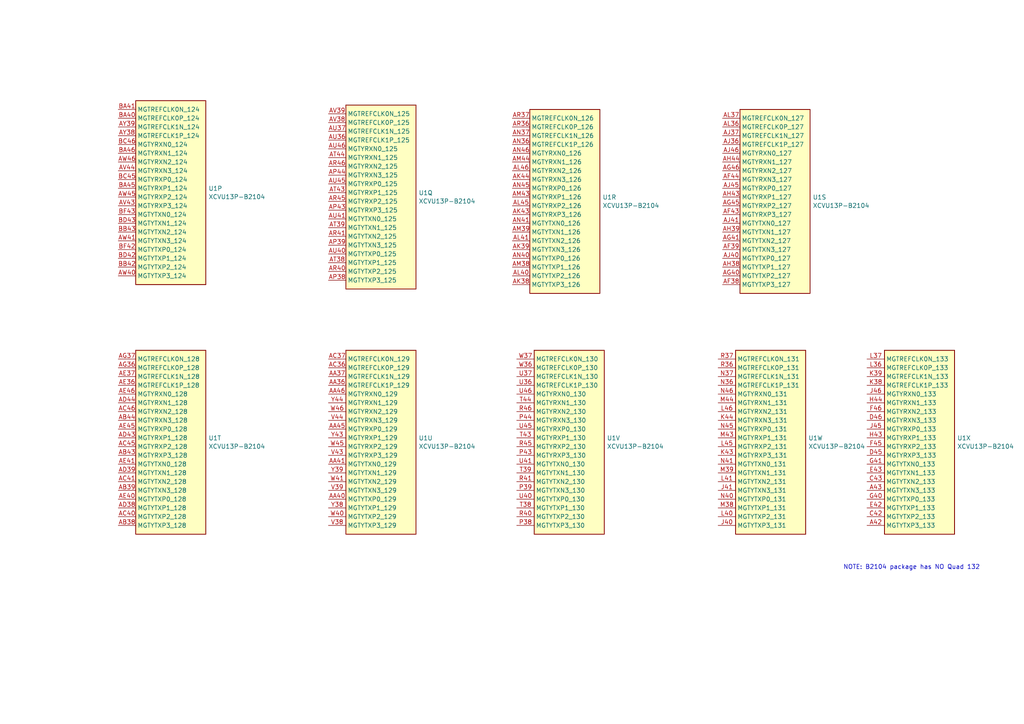
<source format=kicad_sch>
(kicad_sch (version 20231120) (generator "eeschema") (generator_version "8.0")
  (paper "A4")
  (lib_symbols
    (symbol "CHIPSAlliance_FPGA_Xilinx_Virtex_UltraScale_Plus:XCVU13P-B2104"
      (property "Reference" "U" (at -6.35 6.35 0))
      (property "Value" "XCVU13P-B2104" (at -6.35 3.81 0))
      (symbol "XCVU13P-B2104_1_1"
        (pin input line (at 0 -27.94 0) (length 5.08) (name "PUDC_B_0") (number "AA12"))
        (pin bidirectional line (at 0 -12.7 0) (length 5.08) (name "DONE_0") (number "AC12"))
        (pin output line (at 0 -38.1 0) (length 5.08) (name "TDO_0") (number "AC13"))
        (pin power_in line (at 0 -43.18 0) (length 5.08) (name "VCCO_0[2]") (number "AD13"))
        (pin input line (at 0 -25.4 0) (length 5.08) (name "PROGRAM_B_0") (number "AE12"))
        (pin input line (at 0 -33.02 0) (length 5.08) (name "TCK_0") (number "AE13"))
        (pin input line (at 0 -35.56 0) (length 5.08) (name "TDI_0") (number "AE15"))
        (pin passive line (at 0 -43.18 0) (length 5.08) hide (name "VCCO_0[2]") (number "AF13"))
        (pin bidirectional line (at 0 -30.48 0) (length 5.08) (name "RDWR_FCS_B_0") (number "AG12"))
        (pin bidirectional line (at 0 0 0) (length 5.08) (name "CCLK_0") (number "AG13"))
        (pin input line (at 0 -40.64 0) (length 5.08) (name "TMS_0") (number "AG15"))
        (pin bidirectional line (at 0 -10.16 0) (length 5.08) (name "D03_0") (number "AH12"))
        (pin bidirectional line (at 0 -5.08 0) (length 5.08) (name "D01_DIN_0") (number "AJ12"))
        (pin bidirectional line (at 0 -2.54 0) (length 5.08) (name "D00_MOSI_0") (number "AK12"))
        (pin bidirectional line (at 0 -7.62 0) (length 5.08) (name "D02_0") (number "AL12"))
        (pin input line (at 0 -22.86 0) (length 5.08) (name "M2_0") (number "R12"))
        (pin input line (at 0 -20.32 0) (length 5.08) (name "M1_0") (number "U12"))
        (pin input line (at 0 -17.78 0) (length 5.08) (name "M0_0") (number "V12"))
        (pin bidirectional line (at 0 -15.24 0) (length 5.08) (name "INIT_B_0") (number "Y12"))
      )
      (symbol "XCVU13P-B2104_2_1"
        (pin input line (at 0 -134.62 0) (length 5.08) (name "VREF_61") (number "AK30"))
        (pin bidirectional line (at 0 -119.38 0) (length 5.08) (name "IO_L24P_T3U_N10_61") (number "AL29"))
        (pin bidirectional line (at 0 -116.84 0) (length 5.08) (name "IO_L24N_T3U_N11_61") (number "AL30"))
        (pin bidirectional line (at 0 -109.22 0) (length 5.08) (name "IO_L22P_T3U_N6_DBC_AD0P_61") (number "AM29"))
        (pin bidirectional line (at 0 -106.68 0) (length 5.08) (name "IO_L22N_T3U_N7_DBC_AD0N_61") (number "AM30"))
        (pin bidirectional line (at 0 -114.3 0) (length 5.08) (name "IO_L23P_T3U_N8_61") (number "AM31"))
        (pin bidirectional line (at 0 -104.14 0) (length 5.08) (name "IO_L21P_T3L_N4_AD8P_61") (number "AN29"))
        (pin power_in line (at 0 -132.08 0) (length 5.08) (name "VCCO_61[6]") (number "AN30"))
        (pin bidirectional line (at 0 -111.76 0) (length 5.08) (name "IO_L23N_T3U_N9_61") (number "AN31"))
        (pin bidirectional line (at 0 -101.6 0) (length 5.08) (name "IO_L21N_T3L_N5_AD8N_61") (number "AP29"))
        (pin bidirectional line (at 0 -99.06 0) (length 5.08) (name "IO_L20P_T3L_N2_AD1P_61") (number "AP30"))
        (pin bidirectional line (at 0 -93.98 0) (length 5.08) (name "IO_L19P_T3L_N0_DBC_AD9P_61") (number "AP31"))
        (pin bidirectional line (at 0 -96.52 0) (length 5.08) (name "IO_L20N_T3L_N3_AD1N_61") (number "AR30"))
        (pin bidirectional line (at 0 -91.44 0) (length 5.08) (name "IO_L19N_T3L_N1_DBC_AD9N_61") (number "AR31"))
        (pin bidirectional line (at 0 -129.54 0) (length 5.08) (name "IO_T3U_N12_61") (number "AR32"))
        (pin bidirectional line (at 0 -88.9 0) (length 5.08) (name "IO_L18P_T2U_N10_AD2P_61") (number "AT29"))
        (pin bidirectional line (at 0 -86.36 0) (length 5.08) (name "IO_L18N_T2U_N11_AD2N_61") (number "AT30"))
        (pin passive line (at 0 -132.08 0) (length 5.08) hide (name "VCCO_61[6]") (number "AT31"))
        (pin bidirectional line (at 0 -127 0) (length 5.08) (name "IO_T2U_N12_61") (number "AT32"))
        (pin bidirectional line (at 0 -78.74 0) (length 5.08) (name "IO_L16P_T2U_N6_QBC_AD3P_61") (number "AU29"))
        (pin bidirectional line (at 0 -83.82 0) (length 5.08) (name "IO_L17P_T2U_N8_AD10P_61") (number "AU30"))
        (pin bidirectional line (at 0 -81.28 0) (length 5.08) (name "IO_L17N_T2U_N9_AD10N_61") (number "AU31"))
        (pin bidirectional line (at 0 -73.66 0) (length 5.08) (name "IO_L15P_T2L_N4_AD11P_61") (number "AU32"))
        (pin bidirectional line (at 0 -76.2 0) (length 5.08) (name "IO_L16N_T2U_N7_QBC_AD3N_61") (number "AV29"))
        (pin bidirectional line (at 0 -68.58 0) (length 5.08) (name "IO_L14P_T2L_N2_GC_61") (number "AV31"))
        (pin bidirectional line (at 0 -71.12 0) (length 5.08) (name "IO_L15N_T2L_N5_AD11N_61") (number "AV32"))
        (pin bidirectional line (at 0 -63.5 0) (length 5.08) (name "IO_L13P_T2L_N0_GC_QBC_61") (number "AW29"))
        (pin bidirectional line (at 0 -60.96 0) (length 5.08) (name "IO_L13N_T2L_N1_GC_QBC_61") (number "AW30"))
        (pin bidirectional line (at 0 -66.04 0) (length 5.08) (name "IO_L14N_T2L_N3_GC_61") (number "AW31"))
        (pin passive line (at 0 -132.08 0) (length 5.08) hide (name "VCCO_61[6]") (number "AW32"))
        (pin passive line (at 0 -132.08 0) (length 5.08) hide (name "VCCO_61[6]") (number "AY29"))
        (pin bidirectional line (at 0 -53.34 0) (length 5.08) (name "IO_L11P_T1U_N8_GC_61") (number "AY30"))
        (pin bidirectional line (at 0 -58.42 0) (length 5.08) (name "IO_L12P_T1U_N10_GC_61") (number "AY31"))
        (pin bidirectional line (at 0 -55.88 0) (length 5.08) (name "IO_L12N_T1U_N11_GC_61") (number "AY32"))
        (pin bidirectional line (at 0 -43.18 0) (length 5.08) (name "IO_L9P_T1L_N4_AD12P_61") (number "BA29"))
        (pin bidirectional line (at 0 -50.8 0) (length 5.08) (name "IO_L11N_T1U_N9_GC_61") (number "BA30"))
        (pin bidirectional line (at 0 -48.26 0) (length 5.08) (name "IO_L10P_T1U_N6_QBC_AD4P_61") (number "BA32"))
        (pin bidirectional line (at 0 -40.64 0) (length 5.08) (name "IO_L9N_T1L_N5_AD12N_61") (number "BB29"))
        (pin bidirectional line (at 0 -38.1 0) (length 5.08) (name "IO_L8P_T1L_N2_AD5P_61") (number "BB30"))
        (pin bidirectional line (at 0 -35.56 0) (length 5.08) (name "IO_L8N_T1L_N3_AD5N_61") (number "BB31"))
        (pin bidirectional line (at 0 -45.72 0) (length 5.08) (name "IO_L10N_T1U_N7_QBC_AD4N_61") (number "BB32"))
        (pin bidirectional line (at 0 -27.94 0) (length 5.08) (name "IO_L6P_T0U_N10_AD6P_61") (number "BC29"))
        (pin passive line (at 0 -132.08 0) (length 5.08) hide (name "VCCO_61[6]") (number "BC30"))
        (pin bidirectional line (at 0 -33.02 0) (length 5.08) (name "IO_L7P_T1L_N0_QBC_AD13P_61") (number "BC31"))
        (pin bidirectional line (at 0 -30.48 0) (length 5.08) (name "IO_L7N_T1L_N1_QBC_AD13N_61") (number "BC32"))
        (pin bidirectional line (at 0 -124.46 0) (length 5.08) (name "IO_T1U_N12_61") (number "BC33"))
        (pin bidirectional line (at 0 -25.4 0) (length 5.08) (name "IO_L6N_T0U_N11_AD6N_61") (number "BD29"))
        (pin bidirectional line (at 0 -17.78 0) (length 5.08) (name "IO_L4P_T0U_N6_DBC_AD7P_61") (number "BD30"))
        (pin bidirectional line (at 0 -15.24 0) (length 5.08) (name "IO_L4N_T0U_N7_DBC_AD7N_61") (number "BD31"))
        (pin bidirectional line (at 0 -22.86 0) (length 5.08) (name "IO_L5P_T0U_N8_AD14P_61") (number "BD33"))
        (pin bidirectional line (at 0 -12.7 0) (length 5.08) (name "IO_L3P_T0L_N4_AD15P_61") (number "BE30"))
        (pin bidirectional line (at 0 -7.62 0) (length 5.08) (name "IO_L2P_T0L_N2_61") (number "BE31"))
        (pin bidirectional line (at 0 -5.08 0) (length 5.08) (name "IO_L2N_T0L_N3_61") (number "BE32"))
        (pin bidirectional line (at 0 -20.32 0) (length 5.08) (name "IO_L5N_T0U_N9_AD14N_61") (number "BE33"))
        (pin bidirectional line (at 0 -10.16 0) (length 5.08) (name "IO_L3N_T0L_N5_AD15N_61") (number "BF30"))
        (pin passive line (at 0 -132.08 0) (length 5.08) hide (name "VCCO_61[6]") (number "BF31"))
        (pin bidirectional line (at 0 -2.54 0) (length 5.08) (name "IO_L1P_T0L_N0_DBC_61") (number "BF32"))
        (pin bidirectional line (at 0 0 0) (length 5.08) (name "IO_L1N_T0L_N1_DBC_61") (number "BF33"))
        (pin bidirectional line (at 0 -121.92 0) (length 5.08) (name "IO_T0U_N12_VRP_61") (number "BF34"))
      )
      (symbol "XCVU13P-B2104_3_1"
        (pin input line (at 0 -134.62 0) (length 5.08) (name "VREF_62") (number "AK33"))
        (pin bidirectional line (at 0 -114.3 0) (length 5.08) (name "IO_L23P_T3U_N8_62") (number "AL32"))
        (pin bidirectional line (at 0 -129.54 0) (length 5.08) (name "IO_T3U_N12_62") (number "AL33"))
        (pin bidirectional line (at 0 -119.38 0) (length 5.08) (name "IO_L24P_T3U_N10_62") (number "AL34"))
        (pin bidirectional line (at 0 -111.76 0) (length 5.08) (name "IO_L23N_T3U_N9_62") (number "AM32"))
        (pin power_in line (at 0 -132.08 0) (length 5.08) (name "VCCO_62[7]") (number "AM33"))
        (pin bidirectional line (at 0 -116.84 0) (length 5.08) (name "IO_L24N_T3U_N11_62") (number "AM34"))
        (pin bidirectional line (at 0 -109.22 0) (length 5.08) (name "IO_L22P_T3U_N6_DBC_AD0P_62") (number "AN32"))
        (pin bidirectional line (at 0 -106.68 0) (length 5.08) (name "IO_L22N_T3U_N7_DBC_AD0N_62") (number "AN33"))
        (pin bidirectional line (at 0 -104.14 0) (length 5.08) (name "IO_L21P_T3L_N4_AD8P_62") (number "AN34"))
        (pin bidirectional line (at 0 -99.06 0) (length 5.08) (name "IO_L20P_T3L_N2_AD1P_62") (number "AP33"))
        (pin bidirectional line (at 0 -101.6 0) (length 5.08) (name "IO_L21N_T3L_N5_AD8N_62") (number "AP34"))
        (pin bidirectional line (at 0 -96.52 0) (length 5.08) (name "IO_L20N_T3L_N3_AD1N_62") (number "AR33"))
        (pin passive line (at 0 -132.08 0) (length 5.08) hide (name "VCCO_62[7]") (number "AR34"))
        (pin bidirectional line (at 0 -93.98 0) (length 5.08) (name "IO_L19P_T3L_N0_DBC_AD9P_62") (number "AT33"))
        (pin bidirectional line (at 0 -91.44 0) (length 5.08) (name "IO_L19N_T3L_N1_DBC_AD9N_62") (number "AT34"))
        (pin bidirectional line (at 0 -127 0) (length 5.08) (name "IO_T2U_N12_62") (number "AU34"))
        (pin bidirectional line (at 0 -88.9 0) (length 5.08) (name "IO_L18P_T2U_N10_AD2P_62") (number "AV33"))
        (pin bidirectional line (at 0 -83.82 0) (length 5.08) (name "IO_L17P_T2U_N8_AD10P_62") (number "AV34"))
        (pin bidirectional line (at 0 -86.36 0) (length 5.08) (name "IO_L18N_T2U_N11_AD2N_62") (number "AW33"))
        (pin bidirectional line (at 0 -81.28 0) (length 5.08) (name "IO_L17N_T2U_N9_AD10N_62") (number "AW34"))
        (pin bidirectional line (at 0 -78.74 0) (length 5.08) (name "IO_L16P_T2U_N6_QBC_AD3P_62") (number "AW35"))
        (pin bidirectional line (at 0 -76.2 0) (length 5.08) (name "IO_L16N_T2U_N7_QBC_AD3N_62") (number "AW36"))
        (pin bidirectional line (at 0 -73.66 0) (length 5.08) (name "IO_L15P_T2L_N4_AD11P_62") (number "AY33"))
        (pin bidirectional line (at 0 -68.58 0) (length 5.08) (name "IO_L14P_T2L_N2_GC_62") (number "AY35"))
        (pin bidirectional line (at 0 -66.04 0) (length 5.08) (name "IO_L14N_T2L_N3_GC_62") (number "AY36"))
        (pin bidirectional line (at 0 -71.12 0) (length 5.08) (name "IO_L15N_T2L_N5_AD11N_62") (number "BA33"))
        (pin bidirectional line (at 0 -63.5 0) (length 5.08) (name "IO_L13P_T2L_N0_GC_QBC_62") (number "BA34"))
        (pin bidirectional line (at 0 -58.42 0) (length 5.08) (name "IO_L12P_T1U_N10_GC_62") (number "BA35"))
        (pin passive line (at 0 -132.08 0) (length 5.08) hide (name "VCCO_62[7]") (number "BA36"))
        (pin passive line (at 0 -132.08 0) (length 5.08) hide (name "VCCO_62[7]") (number "BB33"))
        (pin bidirectional line (at 0 -60.96 0) (length 5.08) (name "IO_L13N_T2L_N1_GC_QBC_62") (number "BB34"))
        (pin bidirectional line (at 0 -55.88 0) (length 5.08) (name "IO_L12N_T1U_N11_GC_62") (number "BB35"))
        (pin bidirectional line (at 0 -53.34 0) (length 5.08) (name "IO_L11P_T1U_N8_GC_62") (number "BB36"))
        (pin bidirectional line (at 0 -48.26 0) (length 5.08) (name "IO_L10P_T1U_N6_QBC_AD4P_62") (number "BB37"))
        (pin bidirectional line (at 0 -27.94 0) (length 5.08) (name "IO_L6P_T0U_N10_AD6P_62") (number "BB38"))
        (pin bidirectional line (at 0 -33.02 0) (length 5.08) (name "IO_L7P_T1L_N0_QBC_AD13P_62") (number "BC34"))
        (pin bidirectional line (at 0 -50.8 0) (length 5.08) (name "IO_L11N_T1U_N9_GC_62") (number "BC36"))
        (pin bidirectional line (at 0 -45.72 0) (length 5.08) (name "IO_L10N_T1U_N7_QBC_AD4N_62") (number "BC37"))
        (pin bidirectional line (at 0 -25.4 0) (length 5.08) (name "IO_L6N_T0U_N11_AD6N_62") (number "BC38"))
        (pin bidirectional line (at 0 -22.86 0) (length 5.08) (name "IO_L5P_T0U_N8_AD14P_62") (number "BC39"))
        (pin passive line (at 0 -132.08 0) (length 5.08) hide (name "VCCO_62[7]") (number "BC40"))
        (pin bidirectional line (at 0 -30.48 0) (length 5.08) (name "IO_L7N_T1L_N1_QBC_AD13N_62") (number "BD34"))
        (pin bidirectional line (at 0 -38.1 0) (length 5.08) (name "IO_L8P_T1L_N2_AD5P_62") (number "BD35"))
        (pin bidirectional line (at 0 -43.18 0) (length 5.08) (name "IO_L9P_T1L_N4_AD12P_62") (number "BD36"))
        (pin passive line (at 0 -132.08 0) (length 5.08) hide (name "VCCO_62[7]") (number "BD37"))
        (pin bidirectional line (at 0 -121.92 0) (length 5.08) (name "IO_T0U_N12_VRP_62") (number "BD38"))
        (pin bidirectional line (at 0 -20.32 0) (length 5.08) (name "IO_L5N_T0U_N9_AD14N_62") (number "BD39"))
        (pin bidirectional line (at 0 -17.78 0) (length 5.08) (name "IO_L4P_T0U_N6_DBC_AD7P_62") (number "BD40"))
        (pin passive line (at 0 -132.08 0) (length 5.08) hide (name "VCCO_62[7]") (number "BE34"))
        (pin bidirectional line (at 0 -35.56 0) (length 5.08) (name "IO_L8N_T1L_N3_AD5N_62") (number "BE35"))
        (pin bidirectional line (at 0 -40.64 0) (length 5.08) (name "IO_L9N_T1L_N5_AD12N_62") (number "BE36"))
        (pin bidirectional line (at 0 -12.7 0) (length 5.08) (name "IO_L3P_T0L_N4_AD15P_62") (number "BE37"))
        (pin bidirectional line (at 0 -7.62 0) (length 5.08) (name "IO_L2P_T0L_N2_62") (number "BE38"))
        (pin bidirectional line (at 0 -15.24 0) (length 5.08) (name "IO_L4N_T0U_N7_DBC_AD7N_62") (number "BE40"))
        (pin bidirectional line (at 0 -124.46 0) (length 5.08) (name "IO_T1U_N12_62") (number "BF35"))
        (pin bidirectional line (at 0 -10.16 0) (length 5.08) (name "IO_L3N_T0L_N5_AD15N_62") (number "BF37"))
        (pin bidirectional line (at 0 -5.08 0) (length 5.08) (name "IO_L2N_T0L_N3_62") (number "BF38"))
        (pin bidirectional line (at 0 -2.54 0) (length 5.08) (name "IO_L1P_T0L_N0_DBC_62") (number "BF39"))
        (pin bidirectional line (at 0 0 0) (length 5.08) (name "IO_L1N_T0L_N1_DBC_62") (number "BF40"))
      )
      (symbol "XCVU13P-B2104_4_1"
        (pin bidirectional line (at 0 -93.98 0) (length 5.08) (name "IO_L19P_T3L_N0_DBC_AD9P_63") (number "AA32"))
        (pin bidirectional line (at 0 -91.44 0) (length 5.08) (name "IO_L19N_T3L_N1_DBC_AD9N_63") (number "AA33"))
        (pin bidirectional line (at 0 -99.06 0) (length 5.08) (name "IO_L20P_T3L_N2_AD1P_63") (number "AA34"))
        (pin input line (at 0 -134.62 0) (length 5.08) (name "VREF_63") (number "AB31"))
        (pin bidirectional line (at 0 -129.54 0) (length 5.08) (name "IO_T3U_N12_63") (number "AB32"))
        (pin passive line (at 0 -132.08 0) (length 5.08) hide (name "VCCO_63[6]") (number "AB33"))
        (pin bidirectional line (at 0 -96.52 0) (length 5.08) (name "IO_L20N_T3L_N3_AD1N_63") (number "AB34"))
        (pin bidirectional line (at 0 -78.74 0) (length 5.08) (name "IO_L16P_T2U_N6_QBC_AD3P_63") (number "AC31"))
        (pin bidirectional line (at 0 -83.82 0) (length 5.08) (name "IO_L17P_T2U_N8_AD10P_63") (number "AC32"))
        (pin bidirectional line (at 0 -81.28 0) (length 5.08) (name "IO_L17N_T2U_N9_AD10N_63") (number "AC33"))
        (pin bidirectional line (at 0 -88.9 0) (length 5.08) (name "IO_L18P_T2U_N10_AD2P_63") (number "AC34"))
        (pin bidirectional line (at 0 -127 0) (length 5.08) (name "IO_T2U_N12_63") (number "AD30"))
        (pin bidirectional line (at 0 -76.2 0) (length 5.08) (name "IO_L16N_T2U_N7_QBC_AD3N_63") (number "AD31"))
        (pin bidirectional line (at 0 -68.58 0) (length 5.08) (name "IO_L14P_T2L_N2_GC_63") (number "AD33"))
        (pin bidirectional line (at 0 -86.36 0) (length 5.08) (name "IO_L18N_T2U_N11_AD2N_63") (number "AD34"))
        (pin bidirectional line (at 0 -73.66 0) (length 5.08) (name "IO_L15P_T2L_N4_AD11P_63") (number "AE30"))
        (pin bidirectional line (at 0 -63.5 0) (length 5.08) (name "IO_L13P_T2L_N0_GC_QBC_63") (number "AE31"))
        (pin bidirectional line (at 0 -60.96 0) (length 5.08) (name "IO_L13N_T2L_N1_GC_QBC_63") (number "AE32"))
        (pin bidirectional line (at 0 -66.04 0) (length 5.08) (name "IO_L14N_T2L_N3_GC_63") (number "AE33"))
        (pin passive line (at 0 -132.08 0) (length 5.08) hide (name "VCCO_63[6]") (number "AE34"))
        (pin bidirectional line (at 0 -71.12 0) (length 5.08) (name "IO_L15N_T2L_N5_AD11N_63") (number "AF30"))
        (pin passive line (at 0 -132.08 0) (length 5.08) hide (name "VCCO_63[6]") (number "AF31"))
        (pin bidirectional line (at 0 -58.42 0) (length 5.08) (name "IO_L12P_T1U_N10_GC_63") (number "AF32"))
        (pin bidirectional line (at 0 -55.88 0) (length 5.08) (name "IO_L12N_T1U_N11_GC_63") (number "AF33"))
        (pin bidirectional line (at 0 -43.18 0) (length 5.08) (name "IO_L9P_T1L_N4_AD12P_63") (number "AF34"))
        (pin bidirectional line (at 0 -22.86 0) (length 5.08) (name "IO_L5P_T0U_N8_AD14P_63") (number "AG29"))
        (pin bidirectional line (at 0 -20.32 0) (length 5.08) (name "IO_L5N_T0U_N9_AD14N_63") (number "AG30"))
        (pin bidirectional line (at 0 -53.34 0) (length 5.08) (name "IO_L11P_T1U_N8_GC_63") (number "AG31"))
        (pin bidirectional line (at 0 -50.8 0) (length 5.08) (name "IO_L11N_T1U_N9_GC_63") (number "AG32"))
        (pin bidirectional line (at 0 -40.64 0) (length 5.08) (name "IO_L9N_T1L_N5_AD12N_63") (number "AG34"))
        (pin bidirectional line (at 0 -17.78 0) (length 5.08) (name "IO_L4P_T0U_N6_DBC_AD7P_63") (number "AH28"))
        (pin bidirectional line (at 0 -15.24 0) (length 5.08) (name "IO_L4N_T0U_N7_DBC_AD7N_63") (number "AH29"))
        (pin bidirectional line (at 0 -48.26 0) (length 5.08) (name "IO_L10P_T1U_N6_QBC_AD4P_63") (number "AH31"))
        (pin bidirectional line (at 0 -45.72 0) (length 5.08) (name "IO_L10N_T1U_N7_QBC_AD4N_63") (number "AH32"))
        (pin bidirectional line (at 0 -38.1 0) (length 5.08) (name "IO_L8P_T1L_N2_AD5P_63") (number "AH33"))
        (pin bidirectional line (at 0 -33.02 0) (length 5.08) (name "IO_L7P_T1L_N0_QBC_AD13P_63") (number "AH34"))
        (pin bidirectional line (at 0 -2.54 0) (length 5.08) (name "IO_L1P_T0L_N0_DBC_63") (number "AJ27"))
        (pin bidirectional line (at 0 -7.62 0) (length 5.08) (name "IO_L2P_T0L_N2_63") (number "AJ28"))
        (pin bidirectional line (at 0 -12.7 0) (length 5.08) (name "IO_L3P_T0L_N4_AD15P_63") (number "AJ29"))
        (pin bidirectional line (at 0 -10.16 0) (length 5.08) (name "IO_L3N_T0L_N5_AD15N_63") (number "AJ30"))
        (pin bidirectional line (at 0 -27.94 0) (length 5.08) (name "IO_L6P_T0U_N10_AD6P_63") (number "AJ31"))
        (pin passive line (at 0 -132.08 0) (length 5.08) hide (name "VCCO_63[6]") (number "AJ32"))
        (pin bidirectional line (at 0 -35.56 0) (length 5.08) (name "IO_L8N_T1L_N3_AD5N_63") (number "AJ33"))
        (pin bidirectional line (at 0 -30.48 0) (length 5.08) (name "IO_L7N_T1L_N1_QBC_AD13N_63") (number "AJ34"))
        (pin bidirectional line (at 0 -121.92 0) (length 5.08) (name "IO_T0U_N12_VRP_63") (number "AK26"))
        (pin bidirectional line (at 0 0 0) (length 5.08) (name "IO_L1N_T0L_N1_DBC_63") (number "AK27"))
        (pin bidirectional line (at 0 -5.08 0) (length 5.08) (name "IO_L2N_T0L_N3_63") (number "AK28"))
        (pin passive line (at 0 -132.08 0) (length 5.08) hide (name "VCCO_63[6]") (number "AK29"))
        (pin bidirectional line (at 0 -25.4 0) (length 5.08) (name "IO_L6N_T0U_N11_AD6N_63") (number "AK31"))
        (pin bidirectional line (at 0 -124.46 0) (length 5.08) (name "IO_T1U_N12_63") (number "AK32"))
        (pin bidirectional line (at 0 -104.14 0) (length 5.08) (name "IO_L21P_T3L_N4_AD8P_63") (number "W30"))
        (pin bidirectional line (at 0 -109.22 0) (length 5.08) (name "IO_L22P_T3U_N6_DBC_AD0P_63") (number "W31"))
        (pin power_in line (at 0 -132.08 0) (length 5.08) (name "VCCO_63[6]") (number "W32"))
        (pin bidirectional line (at 0 -119.38 0) (length 5.08) (name "IO_L24P_T3U_N10_63") (number "W33"))
        (pin bidirectional line (at 0 -116.84 0) (length 5.08) (name "IO_L24N_T3U_N11_63") (number "W34"))
        (pin bidirectional line (at 0 -101.6 0) (length 5.08) (name "IO_L21N_T3L_N5_AD8N_63") (number "Y30"))
        (pin bidirectional line (at 0 -106.68 0) (length 5.08) (name "IO_L22N_T3U_N7_DBC_AD0N_63") (number "Y31"))
        (pin bidirectional line (at 0 -114.3 0) (length 5.08) (name "IO_L23P_T3U_N8_63") (number "Y32"))
        (pin bidirectional line (at 0 -111.76 0) (length 5.08) (name "IO_L23N_T3U_N9_63") (number "Y33"))
      )
      (symbol "XCVU13P-B2104_5_1"
        (pin bidirectional line (at 0 -119.38 0) (length 5.08) (name "IO_L24P_T3U_N10_64") (number "AL21"))
        (pin bidirectional line (at 0 -114.3 0) (length 5.08) (name "IO_L23P_T3U_N8_64") (number "AL22"))
        (pin input line (at 0 -134.62 0) (length 5.08) (name "VREF_64") (number "AL23"))
        (pin bidirectional line (at 0 -109.22 0) (length 5.08) (name "IO_L22P_T3U_N6_DBC_AD0P_64") (number "AL24"))
        (pin bidirectional line (at 0 -116.84 0) (length 5.08) (name "IO_L24N_T3U_N11_64") (number "AM21"))
        (pin bidirectional line (at 0 -111.76 0) (length 5.08) (name "IO_L23N_T3U_N9_64") (number "AM22"))
        (pin power_in line (at 0 -132.08 0) (length 5.08) (name "VCCO_64[8]") (number "AM23"))
        (pin bidirectional line (at 0 -106.68 0) (length 5.08) (name "IO_L22N_T3U_N7_DBC_AD0N_64") (number "AM24"))
        (pin bidirectional line (at 0 -91.44 0) (length 5.08) (name "IO_L19N_T3L_N1_DBC_AD9N_64") (number "AN21"))
        (pin bidirectional line (at 0 -93.98 0) (length 5.08) (name "IO_L19P_T3L_N0_DBC_AD9P_64") (number "AN22"))
        (pin bidirectional line (at 0 -99.06 0) (length 5.08) (name "IO_L20P_T3L_N2_AD1P_64") (number "AN23"))
        (pin bidirectional line (at 0 -104.14 0) (length 5.08) (name "IO_L21P_T3L_N4_AD8P_64") (number "AN24"))
        (pin bidirectional line (at 0 -129.54 0) (length 5.08) (name "IO_T3U_N12_64") (number "AP21"))
        (pin bidirectional line (at 0 -96.52 0) (length 5.08) (name "IO_L20N_T3L_N3_AD1N_64") (number "AP23"))
        (pin bidirectional line (at 0 -101.6 0) (length 5.08) (name "IO_L21N_T3L_N5_AD8N_64") (number "AP24"))
        (pin bidirectional line (at 0 -127 0) (length 5.08) (name "IO_T2U_N12_64") (number "AR21"))
        (pin bidirectional line (at 0 -78.74 0) (length 5.08) (name "IO_L16P_T2U_N6_QBC_AD3P_64") (number "AR22"))
        (pin bidirectional line (at 0 -83.82 0) (length 5.08) (name "IO_L17P_T2U_N8_AD10P_64") (number "AR23"))
        (pin passive line (at 0 -132.08 0) (length 5.08) hide (name "VCCO_64[8]") (number "AR24"))
        (pin passive line (at 0 -132.08 0) (length 5.08) hide (name "VCCO_64[8]") (number "AT21"))
        (pin bidirectional line (at 0 -76.2 0) (length 5.08) (name "IO_L16N_T2U_N7_QBC_AD3N_64") (number "AT22"))
        (pin bidirectional line (at 0 -81.28 0) (length 5.08) (name "IO_L17N_T2U_N9_AD10N_64") (number "AT23"))
        (pin bidirectional line (at 0 -88.9 0) (length 5.08) (name "IO_L18P_T2U_N10_AD2P_64") (number "AT24"))
        (pin bidirectional line (at 0 -73.66 0) (length 5.08) (name "IO_L15P_T2L_N4_AD11P_64") (number "AU22"))
        (pin bidirectional line (at 0 -86.36 0) (length 5.08) (name "IO_L18N_T2U_N11_AD2N_64") (number "AU24"))
        (pin bidirectional line (at 0 -71.12 0) (length 5.08) (name "IO_L15N_T2L_N5_AD11N_64") (number "AV22"))
        (pin bidirectional line (at 0 -63.5 0) (length 5.08) (name "IO_L13P_T2L_N0_GC_QBC_64") (number "AV23"))
        (pin bidirectional line (at 0 -68.58 0) (length 5.08) (name "IO_L14P_T2L_N2_GC_64") (number "AV24"))
        (pin passive line (at 0 -132.08 0) (length 5.08) hide (name "VCCO_64[8]") (number "AW22"))
        (pin bidirectional line (at 0 -60.96 0) (length 5.08) (name "IO_L13N_T2L_N1_GC_QBC_64") (number "AW23"))
        (pin bidirectional line (at 0 -66.04 0) (length 5.08) (name "IO_L14N_T2L_N3_GC_64") (number "AW24"))
        (pin bidirectional line (at 0 -53.34 0) (length 5.08) (name "IO_L11P_T1U_N8_GC_64") (number "AY22"))
        (pin bidirectional line (at 0 -58.42 0) (length 5.08) (name "IO_L12P_T1U_N10_GC_64") (number "AY23"))
        (pin bidirectional line (at 0 -33.02 0) (length 5.08) (name "IO_L7P_T1L_N0_QBC_AD13P_64") (number "BA20"))
        (pin bidirectional line (at 0 -50.8 0) (length 5.08) (name "IO_L11N_T1U_N9_GC_64") (number "BA22"))
        (pin bidirectional line (at 0 -55.88 0) (length 5.08) (name "IO_L12N_T1U_N11_GC_64") (number "BA23"))
        (pin bidirectional line (at 0 -48.26 0) (length 5.08) (name "IO_L10P_T1U_N6_QBC_AD4P_64") (number "BA24"))
        (pin bidirectional line (at 0 -30.48 0) (length 5.08) (name "IO_L7N_T1L_N1_QBC_AD13N_64") (number "BB20"))
        (pin bidirectional line (at 0 -38.1 0) (length 5.08) (name "IO_L8P_T1L_N2_AD5P_64") (number "BB21"))
        (pin bidirectional line (at 0 -43.18 0) (length 5.08) (name "IO_L9P_T1L_N4_AD12P_64") (number "BB22"))
        (pin passive line (at 0 -132.08 0) (length 5.08) hide (name "VCCO_64[8]") (number "BB23"))
        (pin bidirectional line (at 0 -45.72 0) (length 5.08) (name "IO_L10N_T1U_N7_QBC_AD4N_64") (number "BB24"))
        (pin passive line (at 0 -132.08 0) (length 5.08) hide (name "VCCO_64[8]") (number "BC20"))
        (pin bidirectional line (at 0 -35.56 0) (length 5.08) (name "IO_L8N_T1L_N3_AD5N_64") (number "BC21"))
        (pin bidirectional line (at 0 -40.64 0) (length 5.08) (name "IO_L9N_T1L_N5_AD12N_64") (number "BC22"))
        (pin bidirectional line (at 0 -124.46 0) (length 5.08) (name "IO_T1U_N12_64") (number "BC23"))
        (pin bidirectional line (at 0 -12.7 0) (length 5.08) (name "IO_L3P_T0L_N4_AD15P_64") (number "BC24"))
        (pin bidirectional line (at 0 -27.94 0) (length 5.08) (name "IO_L6P_T0U_N10_AD6P_64") (number "BD20"))
        (pin bidirectional line (at 0 -22.86 0) (length 5.08) (name "IO_L5P_T0U_N8_AD14P_64") (number "BD21"))
        (pin bidirectional line (at 0 -7.62 0) (length 5.08) (name "IO_L2P_T0L_N2_64") (number "BD23"))
        (pin bidirectional line (at 0 -10.16 0) (length 5.08) (name "IO_L3N_T0L_N5_AD15N_64") (number "BD24"))
        (pin bidirectional line (at 0 -25.4 0) (length 5.08) (name "IO_L6N_T0U_N11_AD6N_64") (number "BE20"))
        (pin bidirectional line (at 0 -20.32 0) (length 5.08) (name "IO_L5N_T0U_N9_AD14N_64") (number "BE21"))
        (pin bidirectional line (at 0 -17.78 0) (length 5.08) (name "IO_L4P_T0U_N6_DBC_AD7P_64") (number "BE22"))
        (pin bidirectional line (at 0 -5.08 0) (length 5.08) (name "IO_L2N_T0L_N3_64") (number "BE23"))
        (pin passive line (at 0 -132.08 0) (length 5.08) hide (name "VCCO_64[8]") (number "BE24"))
        (pin bidirectional line (at 0 -121.92 0) (length 5.08) (name "IO_T0U_N12_VRP_64") (number "BF20"))
        (pin passive line (at 0 -132.08 0) (length 5.08) hide (name "VCCO_64[8]") (number "BF21"))
        (pin bidirectional line (at 0 -15.24 0) (length 5.08) (name "IO_L4N_T0U_N7_DBC_AD7N_64") (number "BF22"))
        (pin bidirectional line (at 0 0 0) (length 5.08) (name "IO_L1N_T0L_N1_DBC_64") (number "BF23"))
        (pin bidirectional line (at 0 -2.54 0) (length 5.08) (name "IO_L1P_T0L_N0_DBC_64") (number "BF24"))
      )
      (symbol "XCVU13P-B2104_6_1"
        (pin input line (at 0 -134.62 0) (length 5.08) (name "VREF_65") (number "AK25"))
        (pin bidirectional line (at 0 -104.14 0) (length 5.08) (name "IO_L21P_T3L_N4_AD8P_D06_65") (number "AL25"))
        (pin power_in line (at 0 -132.08 0) (length 5.08) (name "VCCO_65[6]") (number "AL26"))
        (pin bidirectional line (at 0 -119.38 0) (length 5.08) (name "IO_L24P_T3U_N10_EMCCLK_65") (number "AL27"))
        (pin bidirectional line (at 0 -116.84 0) (length 5.08) (name "IO_L24N_T3U_N11_DOUT_CSO_B_65") (number "AL28"))
        (pin bidirectional line (at 0 -101.6 0) (length 5.08) (name "IO_L21N_T3L_N5_AD8N_D07_65") (number "AM25"))
        (pin bidirectional line (at 0 -109.22 0) (length 5.08) (name "IO_L22P_T3U_N6_DBC_AD0P_D04_65") (number "AM26"))
        (pin bidirectional line (at 0 -114.3 0) (length 5.08) (name "IO_L23P_T3U_N8_I2C_SCLK_65") (number "AM27"))
        (pin bidirectional line (at 0 -106.68 0) (length 5.08) (name "IO_L22N_T3U_N7_DBC_AD0N_D05_65") (number "AN26"))
        (pin bidirectional line (at 0 -111.76 0) (length 5.08) (name "IO_L23N_T3U_N9_PERSTN1_I2C_SDA_65") (number "AN27"))
        (pin bidirectional line (at 0 -99.06 0) (length 5.08) (name "IO_L20P_T3L_N2_AD1P_D08_65") (number "AN28"))
        (pin bidirectional line (at 0 -93.98 0) (length 5.08) (name "IO_L19P_T3L_N0_DBC_AD9P_D10_65") (number "AP25"))
        (pin bidirectional line (at 0 -91.44 0) (length 5.08) (name "IO_L19N_T3L_N1_DBC_AD9N_D11_65") (number "AP26"))
        (pin passive line (at 0 -132.08 0) (length 5.08) hide (name "VCCO_65[6]") (number "AP27"))
        (pin bidirectional line (at 0 -96.52 0) (length 5.08) (name "IO_L20N_T3L_N3_AD1N_D09_65") (number "AP28"))
        (pin bidirectional line (at 0 -78.74 0) (length 5.08) (name "IO_L16P_T2U_N6_QBC_AD3P_A00_D16_65") (number "AR25"))
        (pin bidirectional line (at 0 -129.54 0) (length 5.08) (name "IO_T3U_N12_PERSTN0_65") (number "AR26"))
        (pin bidirectional line (at 0 -83.82 0) (length 5.08) (name "IO_L17P_T2U_N8_AD10P_D14_65") (number "AR27"))
        (pin bidirectional line (at 0 -88.9 0) (length 5.08) (name "IO_L18P_T2U_N10_AD2P_D12_65") (number "AR28"))
        (pin bidirectional line (at 0 -76.2 0) (length 5.08) (name "IO_L16N_T2U_N7_QBC_AD3N_A01_D17_65") (number "AT25"))
        (pin bidirectional line (at 0 -81.28 0) (length 5.08) (name "IO_L17N_T2U_N9_AD10N_D15_65") (number "AT27"))
        (pin bidirectional line (at 0 -86.36 0) (length 5.08) (name "IO_L18N_T2U_N11_AD2N_D13_65") (number "AT28"))
        (pin bidirectional line (at 0 -127 0) (length 5.08) (name "IO_T2U_N12_CSI_ADV_B_65") (number "AU25"))
        (pin bidirectional line (at 0 -73.66 0) (length 5.08) (name "IO_L15P_T2L_N4_AD11P_A02_D18_65") (number "AU26"))
        (pin bidirectional line (at 0 -71.12 0) (length 5.08) (name "IO_L15N_T2L_N5_AD11N_A03_D19_65") (number "AU27"))
        (pin passive line (at 0 -132.08 0) (length 5.08) hide (name "VCCO_65[6]") (number "AU28"))
        (pin passive line (at 0 -132.08 0) (length 5.08) hide (name "VCCO_65[6]") (number "AV25"))
        (pin bidirectional line (at 0 -63.5 0) (length 5.08) (name "IO_L13P_T2L_N0_GC_QBC_A06_D22_65") (number "AV26"))
        (pin bidirectional line (at 0 -68.58 0) (length 5.08) (name "IO_L14P_T2L_N2_GC_A04_D20_65") (number "AV27"))
        (pin bidirectional line (at 0 -66.04 0) (length 5.08) (name "IO_L14N_T2L_N3_GC_A05_D21_65") (number "AV28"))
        (pin bidirectional line (at 0 -48.26 0) (length 5.08) (name "IO_L10P_T1U_N6_QBC_AD4P_A12_D28_65") (number "AW25"))
        (pin bidirectional line (at 0 -60.96 0) (length 5.08) (name "IO_L13N_T2L_N1_GC_QBC_A07_D23_65") (number "AW26"))
        (pin bidirectional line (at 0 -58.42 0) (length 5.08) (name "IO_L12P_T1U_N10_GC_A08_D24_65") (number "AW28"))
        (pin bidirectional line (at 0 -45.72 0) (length 5.08) (name "IO_L10N_T1U_N7_QBC_AD4N_A13_D29_65") (number "AY25"))
        (pin bidirectional line (at 0 -53.34 0) (length 5.08) (name "IO_L11P_T1U_N8_GC_A10_D26_65") (number "AY26"))
        (pin bidirectional line (at 0 -50.8 0) (length 5.08) (name "IO_L11N_T1U_N9_GC_A11_D27_65") (number "AY27"))
        (pin bidirectional line (at 0 -55.88 0) (length 5.08) (name "IO_L12N_T1U_N11_GC_A09_D25_65") (number "AY28"))
        (pin bidirectional line (at 0 -33.02 0) (length 5.08) (name "IO_L7P_T1L_N0_QBC_AD13P_A18_65") (number "BA25"))
        (pin passive line (at 0 -132.08 0) (length 5.08) hide (name "VCCO_65[6]") (number "BA26"))
        (pin bidirectional line (at 0 -43.18 0) (length 5.08) (name "IO_L9P_T1L_N4_AD12P_A14_D30_65") (number "BA27"))
        (pin bidirectional line (at 0 -40.64 0) (length 5.08) (name "IO_L9N_T1L_N5_AD12N_A15_D31_65") (number "BA28"))
        (pin bidirectional line (at 0 -30.48 0) (length 5.08) (name "IO_L7N_T1L_N1_QBC_AD13N_A19_65") (number "BB25"))
        (pin bidirectional line (at 0 -38.1 0) (length 5.08) (name "IO_L8P_T1L_N2_AD5P_A16_65") (number "BB26"))
        (pin bidirectional line (at 0 -35.56 0) (length 5.08) (name "IO_L8N_T1L_N3_AD5N_A17_65") (number "BB27"))
        (pin bidirectional line (at 0 -27.94 0) (length 5.08) (name "IO_L6P_T0U_N10_AD6P_A20_65") (number "BC26"))
        (pin bidirectional line (at 0 -25.4 0) (length 5.08) (name "IO_L6N_T0U_N11_AD6N_A21_65") (number "BC27"))
        (pin bidirectional line (at 0 -124.46 0) (length 5.08) (name "IO_T1U_N12_SMBALERT_65") (number "BC28"))
        (pin bidirectional line (at 0 -121.92 0) (length 5.08) (name "IO_T0U_N12_VRP_A28_65") (number "BD25"))
        (pin bidirectional line (at 0 -17.78 0) (length 5.08) (name "IO_L4P_T0U_N6_DBC_AD7P_A24_65") (number "BD26"))
        (pin passive line (at 0 -132.08 0) (length 5.08) hide (name "VCCO_65[6]") (number "BD27"))
        (pin bidirectional line (at 0 -12.7 0) (length 5.08) (name "IO_L3P_T0L_N4_AD15P_A26_65") (number "BD28"))
        (pin bidirectional line (at 0 -22.86 0) (length 5.08) (name "IO_L5P_T0U_N8_AD14P_A22_65") (number "BE25"))
        (pin bidirectional line (at 0 -15.24 0) (length 5.08) (name "IO_L4N_T0U_N7_DBC_AD7N_A25_65") (number "BE26"))
        (pin bidirectional line (at 0 -7.62 0) (length 5.08) (name "IO_L2P_T0L_N2_FOE_B_65") (number "BE27"))
        (pin bidirectional line (at 0 -10.16 0) (length 5.08) (name "IO_L3N_T0L_N5_AD15N_A27_65") (number "BE28"))
        (pin bidirectional line (at 0 -20.32 0) (length 5.08) (name "IO_L5N_T0U_N9_AD14N_A23_65") (number "BF25"))
        (pin bidirectional line (at 0 -5.08 0) (length 5.08) (name "IO_L2N_T0L_N3_FWE_FCS2_B_65") (number "BF27"))
        (pin bidirectional line (at 0 -2.54 0) (length 5.08) (name "IO_L1P_T0L_N0_DBC_RS0_65") (number "BF28"))
        (pin bidirectional line (at 0 0 0) (length 5.08) (name "IO_L1N_T0L_N1_DBC_RS1_65") (number "BF29"))
      )
      (symbol "XCVU13P-B2104_7_1"
        (pin power_in line (at 0 -132.08 0) (length 5.08) (name "VCCO_66[6]") (number "AL16"))
        (pin bidirectional line (at 0 -109.22 0) (length 5.08) (name "IO_L22P_T3U_N6_DBC_AD0P_66") (number "AL17"))
        (pin input line (at 0 -134.62 0) (length 5.08) (name "VREF_66") (number "AL18"))
        (pin bidirectional line (at 0 -114.3 0) (length 5.08) (name "IO_L23P_T3U_N8_66") (number "AL19"))
        (pin bidirectional line (at 0 -119.38 0) (length 5.08) (name "IO_L24P_T3U_N10_66") (number "AL20"))
        (pin bidirectional line (at 0 -104.14 0) (length 5.08) (name "IO_L21P_T3L_N4_AD8P_66") (number "AM16"))
        (pin bidirectional line (at 0 -106.68 0) (length 5.08) (name "IO_L22N_T3U_N7_DBC_AD0N_66") (number "AM17"))
        (pin bidirectional line (at 0 -111.76 0) (length 5.08) (name "IO_L23N_T3U_N9_66") (number "AM19"))
        (pin bidirectional line (at 0 -116.84 0) (length 5.08) (name "IO_L24N_T3U_N11_66") (number "AM20"))
        (pin bidirectional line (at 0 -101.6 0) (length 5.08) (name "IO_L21N_T3L_N5_AD8N_66") (number "AN16"))
        (pin bidirectional line (at 0 -91.44 0) (length 5.08) (name "IO_L19N_T3L_N1_DBC_AD9N_66") (number "AN17"))
        (pin bidirectional line (at 0 -93.98 0) (length 5.08) (name "IO_L19P_T3L_N0_DBC_AD9P_66") (number "AN18"))
        (pin bidirectional line (at 0 -99.06 0) (length 5.08) (name "IO_L20P_T3L_N2_AD1P_66") (number "AN19"))
        (pin passive line (at 0 -132.08 0) (length 5.08) hide (name "VCCO_66[6]") (number "AN20"))
        (pin bidirectional line (at 0 -129.54 0) (length 5.08) (name "IO_T3U_N12_66") (number "AP16"))
        (pin passive line (at 0 -132.08 0) (length 5.08) hide (name "VCCO_66[6]") (number "AP17"))
        (pin bidirectional line (at 0 -83.82 0) (length 5.08) (name "IO_L17P_T2U_N8_AD10P_66") (number "AP18"))
        (pin bidirectional line (at 0 -96.52 0) (length 5.08) (name "IO_L20N_T3L_N3_AD1N_66") (number "AP19"))
        (pin bidirectional line (at 0 -88.9 0) (length 5.08) (name "IO_L18P_T2U_N10_AD2P_66") (number "AP20"))
        (pin bidirectional line (at 0 -78.74 0) (length 5.08) (name "IO_L16P_T2U_N6_QBC_AD3P_66") (number "AR17"))
        (pin bidirectional line (at 0 -81.28 0) (length 5.08) (name "IO_L17N_T2U_N9_AD10N_66") (number "AR18"))
        (pin bidirectional line (at 0 -86.36 0) (length 5.08) (name "IO_L18N_T2U_N11_AD2N_66") (number "AR20"))
        (pin bidirectional line (at 0 -76.2 0) (length 5.08) (name "IO_L16N_T2U_N7_QBC_AD3N_66") (number "AT17"))
        (pin bidirectional line (at 0 -73.66 0) (length 5.08) (name "IO_L15P_T2L_N4_AD11P_66") (number "AT18"))
        (pin bidirectional line (at 0 -63.5 0) (length 5.08) (name "IO_L13P_T2L_N0_GC_QBC_66") (number "AT19"))
        (pin bidirectional line (at 0 -68.58 0) (length 5.08) (name "IO_L14P_T2L_N2_GC_66") (number "AT20"))
        (pin bidirectional line (at 0 -71.12 0) (length 5.08) (name "IO_L15N_T2L_N5_AD11N_66") (number "AU17"))
        (pin passive line (at 0 -132.08 0) (length 5.08) hide (name "VCCO_66[6]") (number "AU18"))
        (pin bidirectional line (at 0 -60.96 0) (length 5.08) (name "IO_L13N_T2L_N1_GC_QBC_66") (number "AU19"))
        (pin bidirectional line (at 0 -66.04 0) (length 5.08) (name "IO_L14N_T2L_N3_GC_66") (number "AU20"))
        (pin bidirectional line (at 0 -127 0) (length 5.08) (name "IO_T2U_N12_66") (number "AU21"))
        (pin bidirectional line (at 0 -124.46 0) (length 5.08) (name "IO_T1U_N12_66") (number "AV17"))
        (pin bidirectional line (at 0 -53.34 0) (length 5.08) (name "IO_L11P_T1U_N8_GC_66") (number "AV18"))
        (pin bidirectional line (at 0 -58.42 0) (length 5.08) (name "IO_L12P_T1U_N10_GC_66") (number "AV19"))
        (pin bidirectional line (at 0 -48.26 0) (length 5.08) (name "IO_L10P_T1U_N6_QBC_AD4P_66") (number "AV21"))
        (pin bidirectional line (at 0 -50.8 0) (length 5.08) (name "IO_L11N_T1U_N9_GC_66") (number "AW18"))
        (pin bidirectional line (at 0 -55.88 0) (length 5.08) (name "IO_L12N_T1U_N11_GC_66") (number "AW19"))
        (pin bidirectional line (at 0 -43.18 0) (length 5.08) (name "IO_L9P_T1L_N4_AD12P_66") (number "AW20"))
        (pin bidirectional line (at 0 -45.72 0) (length 5.08) (name "IO_L10N_T1U_N7_QBC_AD4N_66") (number "AW21"))
        (pin bidirectional line (at 0 -33.02 0) (length 5.08) (name "IO_L7P_T1L_N0_QBC_AD13P_66") (number "AY17"))
        (pin bidirectional line (at 0 -38.1 0) (length 5.08) (name "IO_L8P_T1L_N2_AD5P_66") (number "AY18"))
        (pin passive line (at 0 -132.08 0) (length 5.08) hide (name "VCCO_66[6]") (number "AY19"))
        (pin bidirectional line (at 0 -40.64 0) (length 5.08) (name "IO_L9N_T1L_N5_AD12N_66") (number "AY20"))
        (pin bidirectional line (at 0 -30.48 0) (length 5.08) (name "IO_L7N_T1L_N1_QBC_AD13N_66") (number "BA17"))
        (pin bidirectional line (at 0 -35.56 0) (length 5.08) (name "IO_L8N_T1L_N3_AD5N_66") (number "BA18"))
        (pin bidirectional line (at 0 -121.92 0) (length 5.08) (name "IO_T0U_N12_VRP_66") (number "BA19"))
        (pin bidirectional line (at 0 -22.86 0) (length 5.08) (name "IO_L5P_T0U_N8_AD14P_66") (number "BB17"))
        (pin bidirectional line (at 0 -27.94 0) (length 5.08) (name "IO_L6P_T0U_N10_AD6P_66") (number "BB19"))
        (pin bidirectional line (at 0 -20.32 0) (length 5.08) (name "IO_L5N_T0U_N9_AD14N_66") (number "BC17"))
        (pin bidirectional line (at 0 -25.4 0) (length 5.08) (name "IO_L6N_T0U_N11_AD6N_66") (number "BC18"))
        (pin bidirectional line (at 0 -17.78 0) (length 5.08) (name "IO_L4P_T0U_N6_DBC_AD7P_66") (number "BC19"))
        (pin passive line (at 0 -132.08 0) (length 5.08) hide (name "VCCO_66[6]") (number "BD17"))
        (pin bidirectional line (at 0 -12.7 0) (length 5.08) (name "IO_L3P_T0L_N4_AD15P_66") (number "BD18"))
        (pin bidirectional line (at 0 -15.24 0) (length 5.08) (name "IO_L4N_T0U_N7_DBC_AD7N_66") (number "BD19"))
        (pin bidirectional line (at 0 -2.54 0) (length 5.08) (name "IO_L1P_T0L_N0_DBC_66") (number "BE17"))
        (pin bidirectional line (at 0 -10.16 0) (length 5.08) (name "IO_L3N_T0L_N5_AD15N_66") (number "BE18"))
        (pin bidirectional line (at 0 0 0) (length 5.08) (name "IO_L1N_T0L_N1_DBC_66") (number "BF17"))
        (pin bidirectional line (at 0 -5.08 0) (length 5.08) (name "IO_L2N_T0L_N3_66") (number "BF18"))
        (pin bidirectional line (at 0 -7.62 0) (length 5.08) (name "IO_L2P_T0L_N2_66") (number "BF19"))
      )
      (symbol "XCVU13P-B2104_8_1"
        (pin input line (at 0 -134.62 0) (length 5.08) (name "VREF_67") (number "AL13"))
        (pin bidirectional line (at 0 -119.38 0) (length 5.08) (name "IO_L24P_T3U_N10_67") (number "AL14"))
        (pin bidirectional line (at 0 -114.3 0) (length 5.08) (name "IO_L23P_T3U_N8_67") (number "AL15"))
        (pin power_in line (at 0 -132.08 0) (length 5.08) (name "VCCO_67[6]") (number "AM13"))
        (pin bidirectional line (at 0 -116.84 0) (length 5.08) (name "IO_L24N_T3U_N11_67") (number "AM14"))
        (pin bidirectional line (at 0 -111.76 0) (length 5.08) (name "IO_L23N_T3U_N9_67") (number "AM15"))
        (pin bidirectional line (at 0 -101.6 0) (length 5.08) (name "IO_L21N_T3L_N5_AD8N_67") (number "AN13"))
        (pin bidirectional line (at 0 -104.14 0) (length 5.08) (name "IO_L21P_T3L_N4_AD8P_67") (number "AN14"))
        (pin bidirectional line (at 0 -109.22 0) (length 5.08) (name "IO_L22P_T3U_N6_DBC_AD0P_67") (number "AP13"))
        (pin bidirectional line (at 0 -96.52 0) (length 5.08) (name "IO_L20N_T3L_N3_AD1N_67") (number "AP14"))
        (pin bidirectional line (at 0 -99.06 0) (length 5.08) (name "IO_L20P_T3L_N2_AD1P_67") (number "AP15"))
        (pin bidirectional line (at 0 -106.68 0) (length 5.08) (name "IO_L22N_T3U_N7_DBC_AD0N_67") (number "AR13"))
        (pin passive line (at 0 -132.08 0) (length 5.08) hide (name "VCCO_67[6]") (number "AR14"))
        (pin bidirectional line (at 0 -91.44 0) (length 5.08) (name "IO_L19N_T3L_N1_DBC_AD9N_67") (number "AR15"))
        (pin bidirectional line (at 0 -93.98 0) (length 5.08) (name "IO_L19P_T3L_N0_DBC_AD9P_67") (number "AR16"))
        (pin bidirectional line (at 0 -129.54 0) (length 5.08) (name "IO_T3U_N12_67") (number "AT13"))
        (pin bidirectional line (at 0 -127 0) (length 5.08) (name "IO_T2U_N12_67") (number "AT14"))
        (pin bidirectional line (at 0 -83.82 0) (length 5.08) (name "IO_L17P_T2U_N8_AD10P_67") (number "AT15"))
        (pin bidirectional line (at 0 -73.66 0) (length 5.08) (name "IO_L15P_T2L_N4_AD11P_67") (number "AU13"))
        (pin bidirectional line (at 0 -78.74 0) (length 5.08) (name "IO_L16P_T2U_N6_QBC_AD3P_67") (number "AU14"))
        (pin bidirectional line (at 0 -81.28 0) (length 5.08) (name "IO_L17N_T2U_N9_AD10N_67") (number "AU15"))
        (pin bidirectional line (at 0 -88.9 0) (length 5.08) (name "IO_L18P_T2U_N10_AD2P_67") (number "AU16"))
        (pin bidirectional line (at 0 -71.12 0) (length 5.08) (name "IO_L15N_T2L_N5_AD11N_67") (number "AV13"))
        (pin bidirectional line (at 0 -76.2 0) (length 5.08) (name "IO_L16N_T2U_N7_QBC_AD3N_67") (number "AV14"))
        (pin passive line (at 0 -132.08 0) (length 5.08) hide (name "VCCO_67[6]") (number "AV15"))
        (pin bidirectional line (at 0 -86.36 0) (length 5.08) (name "IO_L18N_T2U_N11_AD2N_67") (number "AV16"))
        (pin bidirectional line (at 0 -60.96 0) (length 5.08) (name "IO_L13N_T2L_N1_GC_QBC_67") (number "AW13"))
        (pin bidirectional line (at 0 -63.5 0) (length 5.08) (name "IO_L13P_T2L_N0_GC_QBC_67") (number "AW14"))
        (pin bidirectional line (at 0 -66.04 0) (length 5.08) (name "IO_L14N_T2L_N3_GC_67") (number "AW15"))
        (pin bidirectional line (at 0 -68.58 0) (length 5.08) (name "IO_L14P_T2L_N2_GC_67") (number "AW16"))
        (pin bidirectional line (at 0 -35.56 0) (length 5.08) (name "IO_L8N_T1L_N3_AD5N_67") (number "AY11"))
        (pin bidirectional line (at 0 -38.1 0) (length 5.08) (name "IO_L8P_T1L_N2_AD5P_67") (number "AY12"))
        (pin bidirectional line (at 0 -58.42 0) (length 5.08) (name "IO_L12P_T1U_N10_GC_67") (number "AY13"))
        (pin bidirectional line (at 0 -40.64 0) (length 5.08) (name "IO_L9N_T1L_N5_AD12N_67") (number "AY15"))
        (pin bidirectional line (at 0 -43.18 0) (length 5.08) (name "IO_L9P_T1L_N4_AD12P_67") (number "AY16"))
        (pin bidirectional line (at 0 -33.02 0) (length 5.08) (name "IO_L7P_T1L_N0_QBC_AD13P_67") (number "BA12"))
        (pin bidirectional line (at 0 -55.88 0) (length 5.08) (name "IO_L12N_T1U_N11_GC_67") (number "BA13"))
        (pin bidirectional line (at 0 -50.8 0) (length 5.08) (name "IO_L11N_T1U_N9_GC_67") (number "BA14"))
        (pin bidirectional line (at 0 -53.34 0) (length 5.08) (name "IO_L11P_T1U_N8_GC_67") (number "BA15"))
        (pin passive line (at 0 -132.08 0) (length 5.08) hide (name "VCCO_67[6]") (number "BA16"))
        (pin bidirectional line (at 0 -30.48 0) (length 5.08) (name "IO_L7N_T1L_N1_QBC_AD13N_67") (number "BB12"))
        (pin passive line (at 0 -132.08 0) (length 5.08) hide (name "VCCO_67[6]") (number "BB13"))
        (pin bidirectional line (at 0 -45.72 0) (length 5.08) (name "IO_L10N_T1U_N7_QBC_AD4N_67") (number "BB14"))
        (pin bidirectional line (at 0 -48.26 0) (length 5.08) (name "IO_L10P_T1U_N6_QBC_AD4P_67") (number "BB15"))
        (pin bidirectional line (at 0 -124.46 0) (length 5.08) (name "IO_T1U_N12_67") (number "BB16"))
        (pin bidirectional line (at 0 -25.4 0) (length 5.08) (name "IO_L6N_T0U_N11_AD6N_67") (number "BC13"))
        (pin bidirectional line (at 0 -27.94 0) (length 5.08) (name "IO_L6P_T0U_N10_AD6P_67") (number "BC14"))
        (pin bidirectional line (at 0 -121.92 0) (length 5.08) (name "IO_T0U_N12_VRP_67") (number "BC16"))
        (pin bidirectional line (at 0 -17.78 0) (length 5.08) (name "IO_L4P_T0U_N6_DBC_AD7P_67") (number "BD13"))
        (pin bidirectional line (at 0 -20.32 0) (length 5.08) (name "IO_L5N_T0U_N9_AD14N_67") (number "BD14"))
        (pin bidirectional line (at 0 -22.86 0) (length 5.08) (name "IO_L5P_T0U_N8_AD14P_67") (number "BD15"))
        (pin bidirectional line (at 0 -12.7 0) (length 5.08) (name "IO_L3P_T0L_N4_AD15P_67") (number "BD16"))
        (pin bidirectional line (at 0 -15.24 0) (length 5.08) (name "IO_L4N_T0U_N7_DBC_AD7N_67") (number "BE13"))
        (pin passive line (at 0 -132.08 0) (length 5.08) hide (name "VCCO_67[6]") (number "BE14"))
        (pin bidirectional line (at 0 -7.62 0) (length 5.08) (name "IO_L2P_T0L_N2_67") (number "BE15"))
        (pin bidirectional line (at 0 -10.16 0) (length 5.08) (name "IO_L3N_T0L_N5_AD15N_67") (number "BE16"))
        (pin bidirectional line (at 0 0 0) (length 5.08) (name "IO_L1N_T0L_N1_DBC_67") (number "BF13"))
        (pin bidirectional line (at 0 -2.54 0) (length 5.08) (name "IO_L1P_T0L_N0_DBC_67") (number "BF14"))
        (pin bidirectional line (at 0 -5.08 0) (length 5.08) (name "IO_L2N_T0L_N3_67") (number "BF15"))
      )
      (symbol "XCVU13P-B2104_9_1"
        (pin input line (at 0 -68.58 0) (length 5.08) (name "VREF_68") (number "BA10"))
        (pin bidirectional line (at 0 -48.26 0) (length 5.08) (name "IO_L10P_T1U_N6_QBC_AD4P_68") (number "BA7"))
        (pin bidirectional line (at 0 -55.88 0) (length 5.08) (name "IO_L12N_T1U_N11_GC_68") (number "BA8"))
        (pin bidirectional line (at 0 -58.42 0) (length 5.08) (name "IO_L12P_T1U_N10_GC_68") (number "BA9"))
        (pin bidirectional line (at 0 -35.56 0) (length 5.08) (name "IO_L8N_T1L_N3_AD5N_68") (number "BB10"))
        (pin bidirectional line (at 0 -38.1 0) (length 5.08) (name "IO_L8P_T1L_N2_AD5P_68") (number "BB11"))
        (pin bidirectional line (at 0 -45.72 0) (length 5.08) (name "IO_L10N_T1U_N7_QBC_AD4N_68") (number "BB7"))
        (pin bidirectional line (at 0 -53.34 0) (length 5.08) (name "IO_L11P_T1U_N8_GC_68") (number "BB9"))
        (pin power_in line (at 0 -66.04 0) (length 5.08) (name "VCCO_68[3]") (number "BC10"))
        (pin bidirectional line (at 0 -30.48 0) (length 5.08) (name "IO_L7N_T1L_N1_QBC_AD13N_68") (number "BC11"))
        (pin bidirectional line (at 0 -33.02 0) (length 5.08) (name "IO_L7P_T1L_N0_QBC_AD13P_68") (number "BC12"))
        (pin bidirectional line (at 0 -40.64 0) (length 5.08) (name "IO_L9N_T1L_N5_AD12N_68") (number "BC7"))
        (pin bidirectional line (at 0 -43.18 0) (length 5.08) (name "IO_L9P_T1L_N4_AD12P_68") (number "BC8"))
        (pin bidirectional line (at 0 -50.8 0) (length 5.08) (name "IO_L11N_T1U_N9_GC_68") (number "BC9"))
        (pin bidirectional line (at 0 -60.96 0) (length 5.08) (name "IO_T0U_N12_VRP_68") (number "BD10"))
        (pin bidirectional line (at 0 -63.5 0) (length 5.08) (name "IO_T1U_N12_68") (number "BD11"))
        (pin passive line (at 0 -66.04 0) (length 5.08) hide (name "VCCO_68[3]") (number "BD7"))
        (pin bidirectional line (at 0 -25.4 0) (length 5.08) (name "IO_L6N_T0U_N11_AD6N_68") (number "BD8"))
        (pin bidirectional line (at 0 -27.94 0) (length 5.08) (name "IO_L6P_T0U_N10_AD6P_68") (number "BD9"))
        (pin bidirectional line (at 0 -15.24 0) (length 5.08) (name "IO_L4N_T0U_N7_DBC_AD7N_68") (number "BE10"))
        (pin bidirectional line (at 0 -17.78 0) (length 5.08) (name "IO_L4P_T0U_N6_DBC_AD7P_68") (number "BE11"))
        (pin bidirectional line (at 0 -22.86 0) (length 5.08) (name "IO_L5P_T0U_N8_AD14P_68") (number "BE12"))
        (pin bidirectional line (at 0 -2.54 0) (length 5.08) (name "IO_L1P_T0L_N0_DBC_68") (number "BE7"))
        (pin bidirectional line (at 0 -7.62 0) (length 5.08) (name "IO_L2P_T0L_N2_68") (number "BE8"))
        (pin bidirectional line (at 0 -12.7 0) (length 5.08) (name "IO_L3P_T0L_N4_AD15P_68") (number "BF10"))
        (pin passive line (at 0 -66.04 0) (length 5.08) hide (name "VCCO_68[3]") (number "BF11"))
        (pin bidirectional line (at 0 -20.32 0) (length 5.08) (name "IO_L5N_T0U_N9_AD14N_68") (number "BF12"))
        (pin bidirectional line (at 0 0 0) (length 5.08) (name "IO_L1N_T0L_N1_DBC_68") (number "BF7"))
        (pin bidirectional line (at 0 -5.08 0) (length 5.08) (name "IO_L2N_T0L_N3_68") (number "BF8"))
        (pin bidirectional line (at 0 -10.16 0) (length 5.08) (name "IO_L3N_T0L_N5_AD15N_68") (number "BF9"))
      )
      (symbol "XCVU13P-B2104_10_1"
        (pin bidirectional line (at 0 -129.54 0) (length 5.08) (name "IO_T3U_N12_69") (number "E31"))
        (pin bidirectional line (at 0 -111.76 0) (length 5.08) (name "IO_L23N_T3U_N9_69") (number "E32"))
        (pin bidirectional line (at 0 -116.84 0) (length 5.08) (name "IO_L24N_T3U_N11_69") (number "E33"))
        (pin bidirectional line (at 0 -91.44 0) (length 5.08) (name "IO_L19N_T3L_N1_DBC_AD9N_69") (number "F30"))
        (pin power_in line (at 0 -132.08 0) (length 5.08) (name "VCCO_69[6]") (number "F31"))
        (pin bidirectional line (at 0 -114.3 0) (length 5.08) (name "IO_L23P_T3U_N8_69") (number "F32"))
        (pin bidirectional line (at 0 -119.38 0) (length 5.08) (name "IO_L24P_T3U_N10_69") (number "F33"))
        (pin bidirectional line (at 0 -93.98 0) (length 5.08) (name "IO_L19P_T3L_N0_DBC_AD9P_69") (number "G30"))
        (pin bidirectional line (at 0 -96.52 0) (length 5.08) (name "IO_L20N_T3L_N3_AD1N_69") (number "G31"))
        (pin bidirectional line (at 0 -101.6 0) (length 5.08) (name "IO_L21N_T3L_N5_AD8N_69") (number "G32"))
        (pin bidirectional line (at 0 -99.06 0) (length 5.08) (name "IO_L20P_T3L_N2_AD1P_69") (number "H31"))
        (pin bidirectional line (at 0 -104.14 0) (length 5.08) (name "IO_L21P_T3L_N4_AD8P_69") (number "H32"))
        (pin bidirectional line (at 0 -106.68 0) (length 5.08) (name "IO_L22N_T3U_N7_DBC_AD0N_69") (number "H33"))
        (pin bidirectional line (at 0 -76.2 0) (length 5.08) (name "IO_L16N_T2U_N7_QBC_AD3N_69") (number "J30"))
        (pin bidirectional line (at 0 -81.28 0) (length 5.08) (name "IO_L17N_T2U_N9_AD10N_69") (number "J31"))
        (pin passive line (at 0 -132.08 0) (length 5.08) hide (name "VCCO_69[6]") (number "J32"))
        (pin bidirectional line (at 0 -109.22 0) (length 5.08) (name "IO_L22P_T3U_N6_DBC_AD0P_69") (number "J33"))
        (pin bidirectional line (at 0 -78.74 0) (length 5.08) (name "IO_L16P_T2U_N6_QBC_AD3P_69") (number "K30"))
        (pin bidirectional line (at 0 -83.82 0) (length 5.08) (name "IO_L17P_T2U_N8_AD10P_69") (number "K31"))
        (pin bidirectional line (at 0 -66.04 0) (length 5.08) (name "IO_L14N_T2L_N3_GC_69") (number "K32"))
        (pin bidirectional line (at 0 -86.36 0) (length 5.08) (name "IO_L18N_T2U_N11_AD2N_69") (number "K33"))
        (pin bidirectional line (at 0 -127 0) (length 5.08) (name "IO_T2U_N12_69") (number "K34"))
        (pin bidirectional line (at 0 -71.12 0) (length 5.08) (name "IO_L15N_T2L_N5_AD11N_69") (number "L30"))
        (pin bidirectional line (at 0 -68.58 0) (length 5.08) (name "IO_L14P_T2L_N2_GC_69") (number "L32"))
        (pin bidirectional line (at 0 -88.9 0) (length 5.08) (name "IO_L18P_T2U_N10_AD2P_69") (number "L33"))
        (pin bidirectional line (at 0 -45.72 0) (length 5.08) (name "IO_L10N_T1U_N7_QBC_AD4N_69") (number "L34"))
        (pin bidirectional line (at 0 -73.66 0) (length 5.08) (name "IO_L15P_T2L_N4_AD11P_69") (number "M30"))
        (pin bidirectional line (at 0 -63.5 0) (length 5.08) (name "IO_L13P_T2L_N0_GC_QBC_69") (number "M31"))
        (pin bidirectional line (at 0 -60.96 0) (length 5.08) (name "IO_L13N_T2L_N1_GC_QBC_69") (number "M32"))
        (pin passive line (at 0 -132.08 0) (length 5.08) hide (name "VCCO_69[6]") (number "M33"))
        (pin bidirectional line (at 0 -48.26 0) (length 5.08) (name "IO_L10P_T1U_N6_QBC_AD4P_69") (number "M34"))
        (pin passive line (at 0 -132.08 0) (length 5.08) hide (name "VCCO_69[6]") (number "N30"))
        (pin bidirectional line (at 0 -50.8 0) (length 5.08) (name "IO_L11N_T1U_N9_GC_69") (number "N31"))
        (pin bidirectional line (at 0 -58.42 0) (length 5.08) (name "IO_L12P_T1U_N10_GC_69") (number "N32"))
        (pin bidirectional line (at 0 -55.88 0) (length 5.08) (name "IO_L12N_T1U_N11_GC_69") (number "N33"))
        (pin bidirectional line (at 0 -40.64 0) (length 5.08) (name "IO_L9N_T1L_N5_AD12N_69") (number "N34"))
        (pin bidirectional line (at 0 -30.48 0) (length 5.08) (name "IO_L7N_T1L_N1_QBC_AD13N_69") (number "P30"))
        (pin bidirectional line (at 0 -53.34 0) (length 5.08) (name "IO_L11P_T1U_N8_GC_69") (number "P31"))
        (pin bidirectional line (at 0 -124.46 0) (length 5.08) (name "IO_T1U_N12_69") (number "P33"))
        (pin bidirectional line (at 0 -43.18 0) (length 5.08) (name "IO_L9P_T1L_N4_AD12P_69") (number "P34"))
        (pin bidirectional line (at 0 -33.02 0) (length 5.08) (name "IO_L7P_T1L_N0_QBC_AD13P_69") (number "R30"))
        (pin bidirectional line (at 0 -38.1 0) (length 5.08) (name "IO_L8P_T1L_N2_AD5P_69") (number "R31"))
        (pin bidirectional line (at 0 -35.56 0) (length 5.08) (name "IO_L8N_T1L_N3_AD5N_69") (number "R32"))
        (pin bidirectional line (at 0 -5.08 0) (length 5.08) (name "IO_L2N_T0L_N3_69") (number "R33"))
        (pin passive line (at 0 -132.08 0) (length 5.08) hide (name "VCCO_69[6]") (number "R34"))
        (pin bidirectional line (at 0 -25.4 0) (length 5.08) (name "IO_L6N_T0U_N11_AD6N_69") (number "T30"))
        (pin passive line (at 0 -132.08 0) (length 5.08) hide (name "VCCO_69[6]") (number "T31"))
        (pin bidirectional line (at 0 -10.16 0) (length 5.08) (name "IO_L3N_T0L_N5_AD15N_69") (number "T32"))
        (pin bidirectional line (at 0 -7.62 0) (length 5.08) (name "IO_L2P_T0L_N2_69") (number "T33"))
        (pin bidirectional line (at 0 0 0) (length 5.08) (name "IO_L1N_T0L_N1_DBC_69") (number "T34"))
        (pin input line (at 0 -134.62 0) (length 5.08) (name "VREF_69") (number "U29"))
        (pin bidirectional line (at 0 -27.94 0) (length 5.08) (name "IO_L6P_T0U_N10_AD6P_69") (number "U30"))
        (pin bidirectional line (at 0 -20.32 0) (length 5.08) (name "IO_L5N_T0U_N9_AD14N_69") (number "U31"))
        (pin bidirectional line (at 0 -12.7 0) (length 5.08) (name "IO_L3P_T0L_N4_AD15P_69") (number "U32"))
        (pin bidirectional line (at 0 -2.54 0) (length 5.08) (name "IO_L1P_T0L_N0_DBC_69") (number "U34"))
        (pin bidirectional line (at 0 -22.86 0) (length 5.08) (name "IO_L5P_T0U_N8_AD14P_69") (number "V31"))
        (pin bidirectional line (at 0 -17.78 0) (length 5.08) (name "IO_L4P_T0U_N6_DBC_AD7P_69") (number "V32"))
        (pin bidirectional line (at 0 -15.24 0) (length 5.08) (name "IO_L4N_T0U_N7_DBC_AD7N_69") (number "V33"))
        (pin bidirectional line (at 0 -121.92 0) (length 5.08) (name "IO_T0U_N12_VRP_69") (number "V34"))
      )
      (symbol "XCVU13P-B2104_11_1"
        (pin bidirectional line (at 0 -109.22 0) (length 5.08) (name "IO_L22P_T3U_N6_DBC_AD0P_70") (number "A32"))
        (pin bidirectional line (at 0 -106.68 0) (length 5.08) (name "IO_L22N_T3U_N7_DBC_AD0N_70") (number "A33"))
        (pin bidirectional line (at 0 -91.44 0) (length 5.08) (name "IO_L19N_T3L_N1_DBC_AD9N_70") (number "A34"))
        (pin bidirectional line (at 0 -81.28 0) (length 5.08) (name "IO_L17N_T2U_N9_AD10N_70") (number "A35"))
        (pin power_in line (at 0 -132.08 0) (length 5.08) (name "VCCO_70[7]") (number "A36"))
        (pin bidirectional line (at 0 -73.66 0) (length 5.08) (name "IO_L15P_T2L_N4_AD11P_70") (number "A37"))
        (pin bidirectional line (at 0 -71.12 0) (length 5.08) (name "IO_L15N_T2L_N5_AD11N_70") (number "A38"))
        (pin bidirectional line (at 0 -45.72 0) (length 5.08) (name "IO_L10N_T1U_N7_QBC_AD4N_70") (number "A39"))
        (pin bidirectional line (at 0 -40.64 0) (length 5.08) (name "IO_L9N_T1L_N5_AD12N_70") (number "A40"))
        (pin bidirectional line (at 0 -129.54 0) (length 5.08) (name "IO_T3U_N12_70") (number "B31"))
        (pin bidirectional line (at 0 -111.76 0) (length 5.08) (name "IO_L23N_T3U_N9_70") (number "B32"))
        (pin passive line (at 0 -132.08 0) (length 5.08) hide (name "VCCO_70[7]") (number "B33"))
        (pin bidirectional line (at 0 -93.98 0) (length 5.08) (name "IO_L19P_T3L_N0_DBC_AD9P_70") (number "B34"))
        (pin bidirectional line (at 0 -83.82 0) (length 5.08) (name "IO_L17P_T2U_N8_AD10P_70") (number "B35"))
        (pin bidirectional line (at 0 -78.74 0) (length 5.08) (name "IO_L16P_T2U_N6_QBC_AD3P_70") (number "B36"))
        (pin bidirectional line (at 0 -76.2 0) (length 5.08) (name "IO_L16N_T2U_N7_QBC_AD3N_70") (number "B37"))
        (pin bidirectional line (at 0 -48.26 0) (length 5.08) (name "IO_L10P_T1U_N6_QBC_AD4P_70") (number "B39"))
        (pin bidirectional line (at 0 -43.18 0) (length 5.08) (name "IO_L9P_T1L_N4_AD12P_70") (number "B40"))
        (pin bidirectional line (at 0 -116.84 0) (length 5.08) (name "IO_L24N_T3U_N11_70") (number "C31"))
        (pin bidirectional line (at 0 -114.3 0) (length 5.08) (name "IO_L23P_T3U_N8_70") (number "C32"))
        (pin bidirectional line (at 0 -101.6 0) (length 5.08) (name "IO_L21N_T3L_N5_AD8N_70") (number "C33"))
        (pin bidirectional line (at 0 -96.52 0) (length 5.08) (name "IO_L20N_T3L_N3_AD1N_70") (number "C34"))
        (pin bidirectional line (at 0 -63.5 0) (length 5.08) (name "IO_L13P_T2L_N0_GC_QBC_70") (number "C36"))
        (pin bidirectional line (at 0 -60.96 0) (length 5.08) (name "IO_L13N_T2L_N1_GC_QBC_70") (number "C37"))
        (pin bidirectional line (at 0 -58.42 0) (length 5.08) (name "IO_L12P_T1U_N10_GC_70") (number "C38"))
        (pin bidirectional line (at 0 -55.88 0) (length 5.08) (name "IO_L12N_T1U_N11_GC_70") (number "C39"))
        (pin passive line (at 0 -132.08 0) (length 5.08) hide (name "VCCO_70[7]") (number "C40"))
        (pin bidirectional line (at 0 -119.38 0) (length 5.08) (name "IO_L24P_T3U_N10_70") (number "D31"))
        (pin bidirectional line (at 0 -104.14 0) (length 5.08) (name "IO_L21P_T3L_N4_AD8P_70") (number "D33"))
        (pin bidirectional line (at 0 -99.06 0) (length 5.08) (name "IO_L20P_T3L_N2_AD1P_70") (number "D34"))
        (pin bidirectional line (at 0 -86.36 0) (length 5.08) (name "IO_L18N_T2U_N11_AD2N_70") (number "D35"))
        (pin bidirectional line (at 0 -66.04 0) (length 5.08) (name "IO_L14N_T2L_N3_GC_70") (number "D36"))
        (pin passive line (at 0 -132.08 0) (length 5.08) hide (name "VCCO_70[7]") (number "D37"))
        (pin bidirectional line (at 0 -50.8 0) (length 5.08) (name "IO_L11N_T1U_N9_GC_70") (number "D38"))
        (pin bidirectional line (at 0 -35.56 0) (length 5.08) (name "IO_L8N_T1L_N3_AD5N_70") (number "D39"))
        (pin bidirectional line (at 0 -30.48 0) (length 5.08) (name "IO_L7N_T1L_N1_QBC_AD13N_70") (number "D40"))
        (pin passive line (at 0 -132.08 0) (length 5.08) hide (name "VCCO_70[7]") (number "E34"))
        (pin bidirectional line (at 0 -88.9 0) (length 5.08) (name "IO_L18P_T2U_N10_AD2P_70") (number "E35"))
        (pin bidirectional line (at 0 -68.58 0) (length 5.08) (name "IO_L14P_T2L_N2_GC_70") (number "E36"))
        (pin bidirectional line (at 0 -127 0) (length 5.08) (name "IO_T2U_N12_70") (number "E37"))
        (pin bidirectional line (at 0 -53.34 0) (length 5.08) (name "IO_L11P_T1U_N8_GC_70") (number "E38"))
        (pin bidirectional line (at 0 -38.1 0) (length 5.08) (name "IO_L8P_T1L_N2_AD5P_70") (number "E39"))
        (pin bidirectional line (at 0 -33.02 0) (length 5.08) (name "IO_L7P_T1L_N0_QBC_AD13P_70") (number "E40"))
        (pin bidirectional line (at 0 -27.94 0) (length 5.08) (name "IO_L6P_T0U_N10_AD6P_70") (number "F34"))
        (pin bidirectional line (at 0 -25.4 0) (length 5.08) (name "IO_L6N_T0U_N11_AD6N_70") (number "F35"))
        (pin bidirectional line (at 0 -5.08 0) (length 5.08) (name "IO_L2N_T0L_N3_70") (number "F37"))
        (pin bidirectional line (at 0 -124.46 0) (length 5.08) (name "IO_T1U_N12_70") (number "F38"))
        (pin bidirectional line (at 0 -20.32 0) (length 5.08) (name "IO_L5N_T0U_N9_AD14N_70") (number "G34"))
        (pin bidirectional line (at 0 -121.92 0) (length 5.08) (name "IO_T0U_N12_VRP_70") (number "G35"))
        (pin bidirectional line (at 0 -15.24 0) (length 5.08) (name "IO_L4N_T0U_N7_DBC_AD7N_70") (number "G36"))
        (pin bidirectional line (at 0 -7.62 0) (length 5.08) (name "IO_L2P_T0L_N2_70") (number "G37"))
        (pin passive line (at 0 -132.08 0) (length 5.08) hide (name "VCCO_70[7]") (number "G38"))
        (pin bidirectional line (at 0 -22.86 0) (length 5.08) (name "IO_L5P_T0U_N8_AD14P_70") (number "H34"))
        (pin passive line (at 0 -132.08 0) (length 5.08) hide (name "VCCO_70[7]") (number "H35"))
        (pin bidirectional line (at 0 -17.78 0) (length 5.08) (name "IO_L4P_T0U_N6_DBC_AD7P_70") (number "H36"))
        (pin bidirectional line (at 0 -2.54 0) (length 5.08) (name "IO_L1P_T0L_N0_DBC_70") (number "H37"))
        (pin bidirectional line (at 0 0 0) (length 5.08) (name "IO_L1N_T0L_N1_DBC_70") (number "H38"))
        (pin input line (at 0 -134.62 0) (length 5.08) (name "VREF_70") (number "J34"))
        (pin bidirectional line (at 0 -12.7 0) (length 5.08) (name "IO_L3P_T0L_N4_AD15P_70") (number "J35"))
        (pin bidirectional line (at 0 -10.16 0) (length 5.08) (name "IO_L3N_T0L_N5_AD15N_70") (number "J36"))
      )
      (symbol "XCVU13P-B2104_12_1"
        (pin bidirectional line (at 0 -109.22 0) (length 5.08) (name "IO_L22P_T3U_N6_DBC_AD0P_71") (number "A27"))
        (pin bidirectional line (at 0 -106.68 0) (length 5.08) (name "IO_L22N_T3U_N7_DBC_AD0N_71") (number "A28"))
        (pin bidirectional line (at 0 -111.76 0) (length 5.08) (name "IO_L23N_T3U_N9_71") (number "A29"))
        (pin bidirectional line (at 0 -116.84 0) (length 5.08) (name "IO_L24N_T3U_N11_71") (number "A30"))
        (pin bidirectional line (at 0 -91.44 0) (length 5.08) (name "IO_L19N_T3L_N1_DBC_AD9N_71") (number "B27"))
        (pin bidirectional line (at 0 -114.3 0) (length 5.08) (name "IO_L23P_T3U_N8_71") (number "B29"))
        (pin bidirectional line (at 0 -119.38 0) (length 5.08) (name "IO_L24P_T3U_N10_71") (number "B30"))
        (pin bidirectional line (at 0 -93.98 0) (length 5.08) (name "IO_L19P_T3L_N0_DBC_AD9P_71") (number "C27"))
        (pin bidirectional line (at 0 -129.54 0) (length 5.08) (name "IO_T3U_N12_71") (number "C28"))
        (pin bidirectional line (at 0 -96.52 0) (length 5.08) (name "IO_L20N_T3L_N3_AD1N_71") (number "C29"))
        (pin power_in line (at 0 -132.08 0) (length 5.08) (name "VCCO_71[6]") (number "C30"))
        (pin passive line (at 0 -132.08 0) (length 5.08) hide (name "VCCO_71[6]") (number "D27"))
        (pin bidirectional line (at 0 -86.36 0) (length 5.08) (name "IO_L18N_T2U_N11_AD2N_71") (number "D28"))
        (pin bidirectional line (at 0 -99.06 0) (length 5.08) (name "IO_L20P_T3L_N2_AD1P_71") (number "D29"))
        (pin bidirectional line (at 0 -101.6 0) (length 5.08) (name "IO_L21N_T3L_N5_AD8N_71") (number "D30"))
        (pin bidirectional line (at 0 -127 0) (length 5.08) (name "IO_T2U_N12_71") (number "E26"))
        (pin bidirectional line (at 0 -81.28 0) (length 5.08) (name "IO_L17N_T2U_N9_AD10N_71") (number "E27"))
        (pin bidirectional line (at 0 -88.9 0) (length 5.08) (name "IO_L18P_T2U_N10_AD2P_71") (number "E28"))
        (pin bidirectional line (at 0 -104.14 0) (length 5.08) (name "IO_L21P_T3L_N4_AD8P_71") (number "E30"))
        (pin bidirectional line (at 0 -83.82 0) (length 5.08) (name "IO_L17P_T2U_N8_AD10P_71") (number "F27"))
        (pin bidirectional line (at 0 -78.74 0) (length 5.08) (name "IO_L16P_T2U_N6_QBC_AD3P_71") (number "F28"))
        (pin bidirectional line (at 0 -76.2 0) (length 5.08) (name "IO_L16N_T2U_N7_QBC_AD3N_71") (number "F29"))
        (pin bidirectional line (at 0 -68.58 0) (length 5.08) (name "IO_L14P_T2L_N2_GC_71") (number "G26"))
        (pin bidirectional line (at 0 -66.04 0) (length 5.08) (name "IO_L14N_T2L_N3_GC_71") (number "G27"))
        (pin passive line (at 0 -132.08 0) (length 5.08) hide (name "VCCO_71[6]") (number "G28"))
        (pin bidirectional line (at 0 -71.12 0) (length 5.08) (name "IO_L15N_T2L_N5_AD11N_71") (number "G29"))
        (pin bidirectional line (at 0 -60.96 0) (length 5.08) (name "IO_L13N_T2L_N1_GC_QBC_71") (number "H26"))
        (pin bidirectional line (at 0 -53.34 0) (length 5.08) (name "IO_L11P_T1U_N8_GC_71") (number "H27"))
        (pin bidirectional line (at 0 -50.8 0) (length 5.08) (name "IO_L11N_T1U_N9_GC_71") (number "H28"))
        (pin bidirectional line (at 0 -73.66 0) (length 5.08) (name "IO_L15P_T2L_N4_AD11P_71") (number "H29"))
        (pin bidirectional line (at 0 -63.5 0) (length 5.08) (name "IO_L13P_T2L_N0_GC_QBC_71") (number "J26"))
        (pin bidirectional line (at 0 -58.42 0) (length 5.08) (name "IO_L12P_T1U_N10_GC_71") (number "J28"))
        (pin bidirectional line (at 0 -55.88 0) (length 5.08) (name "IO_L12N_T1U_N11_GC_71") (number "J29"))
        (pin bidirectional line (at 0 -48.26 0) (length 5.08) (name "IO_L10P_T1U_N6_QBC_AD4P_71") (number "K26"))
        (pin bidirectional line (at 0 -45.72 0) (length 5.08) (name "IO_L10N_T1U_N7_QBC_AD4N_71") (number "K27"))
        (pin bidirectional line (at 0 -35.56 0) (length 5.08) (name "IO_L8N_T1L_N3_AD5N_71") (number "K28"))
        (pin passive line (at 0 -132.08 0) (length 5.08) hide (name "VCCO_71[6]") (number "K29"))
        (pin passive line (at 0 -132.08 0) (length 5.08) hide (name "VCCO_71[6]") (number "L26"))
        (pin bidirectional line (at 0 -40.64 0) (length 5.08) (name "IO_L9N_T1L_N5_AD12N_71") (number "L27"))
        (pin bidirectional line (at 0 -38.1 0) (length 5.08) (name "IO_L8P_T1L_N2_AD5P_71") (number "L28"))
        (pin bidirectional line (at 0 -30.48 0) (length 5.08) (name "IO_L7N_T1L_N1_QBC_AD13N_71") (number "L29"))
        (pin bidirectional line (at 0 -124.46 0) (length 5.08) (name "IO_T1U_N12_71") (number "M26"))
        (pin bidirectional line (at 0 -43.18 0) (length 5.08) (name "IO_L9P_T1L_N4_AD12P_71") (number "M27"))
        (pin bidirectional line (at 0 -33.02 0) (length 5.08) (name "IO_L7P_T1L_N0_QBC_AD13P_71") (number "M29"))
        (pin bidirectional line (at 0 -25.4 0) (length 5.08) (name "IO_L6N_T0U_N11_AD6N_71") (number "N26"))
        (pin bidirectional line (at 0 -121.92 0) (length 5.08) (name "IO_T0U_N12_VRP_71") (number "N27"))
        (pin bidirectional line (at 0 -20.32 0) (length 5.08) (name "IO_L5N_T0U_N9_AD14N_71") (number "N28"))
        (pin bidirectional line (at 0 -15.24 0) (length 5.08) (name "IO_L4N_T0U_N7_DBC_AD7N_71") (number "N29"))
        (pin bidirectional line (at 0 -27.94 0) (length 5.08) (name "IO_L6P_T0U_N10_AD6P_71") (number "P26"))
        (pin passive line (at 0 -132.08 0) (length 5.08) hide (name "VCCO_71[6]") (number "P27"))
        (pin bidirectional line (at 0 -22.86 0) (length 5.08) (name "IO_L5P_T0U_N8_AD14P_71") (number "P28"))
        (pin bidirectional line (at 0 -17.78 0) (length 5.08) (name "IO_L4P_T0U_N6_DBC_AD7P_71") (number "P29"))
        (pin bidirectional line (at 0 -10.16 0) (length 5.08) (name "IO_L3N_T0L_N5_AD15N_71") (number "R26"))
        (pin bidirectional line (at 0 -5.08 0) (length 5.08) (name "IO_L2N_T0L_N3_71") (number "R27"))
        (pin bidirectional line (at 0 0 0) (length 5.08) (name "IO_L1N_T0L_N1_DBC_71") (number "R28"))
        (pin bidirectional line (at 0 -12.7 0) (length 5.08) (name "IO_L3P_T0L_N4_AD15P_71") (number "T26"))
        (pin bidirectional line (at 0 -7.62 0) (length 5.08) (name "IO_L2P_T0L_N2_71") (number "T27"))
        (pin bidirectional line (at 0 -2.54 0) (length 5.08) (name "IO_L1P_T0L_N0_DBC_71") (number "T28"))
        (pin input line (at 0 -134.62 0) (length 5.08) (name "VREF_71") (number "T29"))
      )
      (symbol "XCVU13P-B2104_13_1"
        (pin bidirectional line (at 0 -101.6 0) (length 5.08) (name "IO_L21N_T3L_N5_AD8N_72") (number "A13"))
        (pin bidirectional line (at 0 -104.14 0) (length 5.08) (name "IO_L21P_T3L_N4_AD8P_72") (number "A14"))
        (pin bidirectional line (at 0 -106.68 0) (length 5.08) (name "IO_L22N_T3U_N7_DBC_AD0N_72") (number "A15"))
        (pin power_in line (at 0 -132.08 0) (length 5.08) (name "VCCO_72[7]") (number "A16"))
        (pin bidirectional line (at 0 -116.84 0) (length 5.08) (name "IO_L24N_T3U_N11_72") (number "A17"))
        (pin passive line (at 0 -132.08 0) (length 5.08) hide (name "VCCO_72[7]") (number "B13"))
        (pin bidirectional line (at 0 -96.52 0) (length 5.08) (name "IO_L20N_T3L_N3_AD1N_72") (number "B14"))
        (pin bidirectional line (at 0 -109.22 0) (length 5.08) (name "IO_L22P_T3U_N6_DBC_AD0P_72") (number "B15"))
        (pin bidirectional line (at 0 -111.76 0) (length 5.08) (name "IO_L23N_T3U_N9_72") (number "B16"))
        (pin bidirectional line (at 0 -119.38 0) (length 5.08) (name "IO_L24P_T3U_N10_72") (number "B17"))
        (pin bidirectional line (at 0 -91.44 0) (length 5.08) (name "IO_L19N_T3L_N1_DBC_AD9N_72") (number "C13"))
        (pin bidirectional line (at 0 -99.06 0) (length 5.08) (name "IO_L20P_T3L_N2_AD1P_72") (number "C14"))
        (pin bidirectional line (at 0 -114.3 0) (length 5.08) (name "IO_L23P_T3U_N8_72") (number "C16"))
        (pin bidirectional line (at 0 -129.54 0) (length 5.08) (name "IO_T3U_N12_72") (number "C17"))
        (pin bidirectional line (at 0 -93.98 0) (length 5.08) (name "IO_L19P_T3L_N0_DBC_AD9P_72") (number "D13"))
        (pin bidirectional line (at 0 -127 0) (length 5.08) (name "IO_T2U_N12_72") (number "D14"))
        (pin bidirectional line (at 0 -81.28 0) (length 5.08) (name "IO_L17N_T2U_N9_AD10N_72") (number "D15"))
        (pin bidirectional line (at 0 -86.36 0) (length 5.08) (name "IO_L18N_T2U_N11_AD2N_72") (number "D16"))
        (pin bidirectional line (at 0 -71.12 0) (length 5.08) (name "IO_L15N_T2L_N5_AD11N_72") (number "E13"))
        (pin passive line (at 0 -132.08 0) (length 5.08) hide (name "VCCO_72[7]") (number "E14"))
        (pin bidirectional line (at 0 -83.82 0) (length 5.08) (name "IO_L17P_T2U_N8_AD10P_72") (number "E15"))
        (pin bidirectional line (at 0 -88.9 0) (length 5.08) (name "IO_L18P_T2U_N10_AD2P_72") (number "E16"))
        (pin bidirectional line (at 0 -73.66 0) (length 5.08) (name "IO_L15P_T2L_N4_AD11P_72") (number "F13"))
        (pin bidirectional line (at 0 -60.96 0) (length 5.08) (name "IO_L13N_T2L_N1_GC_QBC_72") (number "F14"))
        (pin bidirectional line (at 0 -66.04 0) (length 5.08) (name "IO_L14N_T2L_N3_GC_72") (number "F15"))
        (pin bidirectional line (at 0 -63.5 0) (length 5.08) (name "IO_L13P_T2L_N0_GC_QBC_72") (number "G14"))
        (pin bidirectional line (at 0 -68.58 0) (length 5.08) (name "IO_L14P_T2L_N2_GC_72") (number "G15"))
        (pin bidirectional line (at 0 -76.2 0) (length 5.08) (name "IO_L16N_T2U_N7_QBC_AD3N_72") (number "G16"))
        (pin bidirectional line (at 0 -78.74 0) (length 5.08) (name "IO_L16P_T2U_N6_QBC_AD3P_72") (number "G17"))
        (pin bidirectional line (at 0 -40.64 0) (length 5.08) (name "IO_L9N_T1L_N5_AD12N_72") (number "H13"))
        (pin bidirectional line (at 0 -50.8 0) (length 5.08) (name "IO_L11N_T1U_N9_GC_72") (number "H14"))
        (pin passive line (at 0 -132.08 0) (length 5.08) hide (name "VCCO_72[7]") (number "H15"))
        (pin bidirectional line (at 0 -45.72 0) (length 5.08) (name "IO_L10N_T1U_N7_QBC_AD4N_72") (number "H16"))
        (pin bidirectional line (at 0 -48.26 0) (length 5.08) (name "IO_L10P_T1U_N6_QBC_AD4P_72") (number "H17"))
        (pin bidirectional line (at 0 -43.18 0) (length 5.08) (name "IO_L9P_T1L_N4_AD12P_72") (number "J13"))
        (pin bidirectional line (at 0 -53.34 0) (length 5.08) (name "IO_L11P_T1U_N8_GC_72") (number "J14"))
        (pin bidirectional line (at 0 -55.88 0) (length 5.08) (name "IO_L12N_T1U_N11_GC_72") (number "J15"))
        (pin bidirectional line (at 0 -58.42 0) (length 5.08) (name "IO_L12P_T1U_N10_GC_72") (number "J16"))
        (pin bidirectional line (at 0 -30.48 0) (length 5.08) (name "IO_L7N_T1L_N1_QBC_AD13N_72") (number "K13"))
        (pin bidirectional line (at 0 -35.56 0) (length 5.08) (name "IO_L8N_T1L_N3_AD5N_72") (number "K15"))
        (pin bidirectional line (at 0 -38.1 0) (length 5.08) (name "IO_L8P_T1L_N2_AD5P_72") (number "K16"))
        (pin bidirectional line (at 0 -33.02 0) (length 5.08) (name "IO_L7P_T1L_N0_QBC_AD13P_72") (number "L13"))
        (pin bidirectional line (at 0 -20.32 0) (length 5.08) (name "IO_L5N_T0U_N9_AD14N_72") (number "L14"))
        (pin bidirectional line (at 0 -124.46 0) (length 5.08) (name "IO_T1U_N12_72") (number "L15"))
        (pin passive line (at 0 -132.08 0) (length 5.08) hide (name "VCCO_72[7]") (number "L16"))
        (pin passive line (at 0 -132.08 0) (length 5.08) hide (name "VCCO_72[7]") (number "M13"))
        (pin bidirectional line (at 0 -22.86 0) (length 5.08) (name "IO_L5P_T0U_N8_AD14P_72") (number "M14"))
        (pin bidirectional line (at 0 -121.92 0) (length 5.08) (name "IO_T0U_N12_VRP_72") (number "M15"))
        (pin bidirectional line (at 0 -25.4 0) (length 5.08) (name "IO_L6N_T0U_N11_AD6N_72") (number "M16"))
        (pin bidirectional line (at 0 0 0) (length 5.08) (name "IO_L1N_T0L_N1_DBC_72") (number "N13"))
        (pin bidirectional line (at 0 -5.08 0) (length 5.08) (name "IO_L2N_T0L_N3_72") (number "N14"))
        (pin bidirectional line (at 0 -27.94 0) (length 5.08) (name "IO_L6P_T0U_N10_AD6P_72") (number "N16"))
        (pin bidirectional line (at 0 -2.54 0) (length 5.08) (name "IO_L1P_T0L_N0_DBC_72") (number "P13"))
        (pin bidirectional line (at 0 -7.62 0) (length 5.08) (name "IO_L2P_T0L_N2_72") (number "P14"))
        (pin bidirectional line (at 0 -10.16 0) (length 5.08) (name "IO_L3N_T0L_N5_AD15N_72") (number "P15"))
        (pin bidirectional line (at 0 -15.24 0) (length 5.08) (name "IO_L4N_T0U_N7_DBC_AD7N_72") (number "P16"))
        (pin input line (at 0 -134.62 0) (length 5.08) (name "VREF_72") (number "R13"))
        (pin passive line (at 0 -132.08 0) (length 5.08) hide (name "VCCO_72[7]") (number "R14"))
        (pin bidirectional line (at 0 -12.7 0) (length 5.08) (name "IO_L3P_T0L_N4_AD15P_72") (number "R15"))
        (pin bidirectional line (at 0 -17.78 0) (length 5.08) (name "IO_L4P_T0U_N6_DBC_AD7P_72") (number "R16"))
      )
      (symbol "XCVU13P-B2104_14_1"
        (pin bidirectional line (at 0 -129.54 0) (length 5.08) (name "IO_T3U_N12_73") (number "A18"))
        (pin bidirectional line (at 0 -111.76 0) (length 5.08) (name "IO_L23N_T3U_N9_73") (number "A19"))
        (pin bidirectional line (at 0 -116.84 0) (length 5.08) (name "IO_L24N_T3U_N11_73") (number "A20"))
        (pin bidirectional line (at 0 -114.3 0) (length 5.08) (name "IO_L23P_T3U_N8_73") (number "B19"))
        (pin bidirectional line (at 0 -119.38 0) (length 5.08) (name "IO_L24P_T3U_N10_73") (number "B20"))
        (pin bidirectional line (at 0 -101.6 0) (length 5.08) (name "IO_L21N_T3L_N5_AD8N_73") (number "B21"))
        (pin bidirectional line (at 0 -106.68 0) (length 5.08) (name "IO_L22N_T3U_N7_DBC_AD0N_73") (number "C18"))
        (pin bidirectional line (at 0 -91.44 0) (length 5.08) (name "IO_L19N_T3L_N1_DBC_AD9N_73") (number "C19"))
        (pin power_in line (at 0 -132.08 0) (length 5.08) (name "VCCO_73[7]") (number "C20"))
        (pin bidirectional line (at 0 -104.14 0) (length 5.08) (name "IO_L21P_T3L_N4_AD8P_73") (number "C21"))
        (pin passive line (at 0 -132.08 0) (length 5.08) hide (name "VCCO_73[7]") (number "D17"))
        (pin bidirectional line (at 0 -109.22 0) (length 5.08) (name "IO_L22P_T3U_N6_DBC_AD0P_73") (number "D18"))
        (pin bidirectional line (at 0 -93.98 0) (length 5.08) (name "IO_L19P_T3L_N0_DBC_AD9P_73") (number "D19"))
        (pin bidirectional line (at 0 -96.52 0) (length 5.08) (name "IO_L20N_T3L_N3_AD1N_73") (number "D20"))
        (pin bidirectional line (at 0 -99.06 0) (length 5.08) (name "IO_L20P_T3L_N2_AD1P_73") (number "D21"))
        (pin bidirectional line (at 0 -76.2 0) (length 5.08) (name "IO_L16N_T2U_N7_QBC_AD3N_73") (number "E17"))
        (pin bidirectional line (at 0 -78.74 0) (length 5.08) (name "IO_L16P_T2U_N6_QBC_AD3P_73") (number "E18"))
        (pin bidirectional line (at 0 -81.28 0) (length 5.08) (name "IO_L17N_T2U_N9_AD10N_73") (number "E20"))
        (pin bidirectional line (at 0 -83.82 0) (length 5.08) (name "IO_L17P_T2U_N8_AD10P_73") (number "E21"))
        (pin bidirectional line (at 0 -86.36 0) (length 5.08) (name "IO_L18N_T2U_N11_AD2N_73") (number "F17"))
        (pin bidirectional line (at 0 -88.9 0) (length 5.08) (name "IO_L18P_T2U_N10_AD2P_73") (number "F18"))
        (pin bidirectional line (at 0 -71.12 0) (length 5.08) (name "IO_L15N_T2L_N5_AD11N_73") (number "F19"))
        (pin bidirectional line (at 0 -73.66 0) (length 5.08) (name "IO_L15P_T2L_N4_AD11P_73") (number "F20"))
        (pin passive line (at 0 -132.08 0) (length 5.08) hide (name "VCCO_73[7]") (number "F21"))
        (pin passive line (at 0 -132.08 0) (length 5.08) hide (name "VCCO_73[7]") (number "G18"))
        (pin bidirectional line (at 0 -66.04 0) (length 5.08) (name "IO_L14N_T2L_N3_GC_73") (number "G19"))
        (pin bidirectional line (at 0 -68.58 0) (length 5.08) (name "IO_L14P_T2L_N2_GC_73") (number "G20"))
        (pin bidirectional line (at 0 -127 0) (length 5.08) (name "IO_T2U_N12_73") (number "G21"))
        (pin bidirectional line (at 0 -60.96 0) (length 5.08) (name "IO_L13N_T2L_N1_GC_QBC_73") (number "H18"))
        (pin bidirectional line (at 0 -63.5 0) (length 5.08) (name "IO_L13P_T2L_N0_GC_QBC_73") (number "H19"))
        (pin bidirectional line (at 0 -45.72 0) (length 5.08) (name "IO_L10N_T1U_N7_QBC_AD4N_73") (number "H21"))
        (pin bidirectional line (at 0 -50.8 0) (length 5.08) (name "IO_L11N_T1U_N9_GC_73") (number "J18"))
        (pin bidirectional line (at 0 -55.88 0) (length 5.08) (name "IO_L12N_T1U_N11_GC_73") (number "J19"))
        (pin bidirectional line (at 0 -58.42 0) (length 5.08) (name "IO_L12P_T1U_N10_GC_73") (number "J20"))
        (pin bidirectional line (at 0 -48.26 0) (length 5.08) (name "IO_L10P_T1U_N6_QBC_AD4P_73") (number "J21"))
        (pin bidirectional line (at 0 -30.48 0) (length 5.08) (name "IO_L7N_T1L_N1_QBC_AD13N_73") (number "K17"))
        (pin bidirectional line (at 0 -53.34 0) (length 5.08) (name "IO_L11P_T1U_N8_GC_73") (number "K18"))
        (pin passive line (at 0 -132.08 0) (length 5.08) hide (name "VCCO_73[7]") (number "K19"))
        (pin bidirectional line (at 0 -40.64 0) (length 5.08) (name "IO_L9N_T1L_N5_AD12N_73") (number "K20"))
        (pin bidirectional line (at 0 -124.46 0) (length 5.08) (name "IO_T1U_N12_73") (number "K21"))
        (pin bidirectional line (at 0 -33.02 0) (length 5.08) (name "IO_L7P_T1L_N0_QBC_AD13P_73") (number "L17"))
        (pin bidirectional line (at 0 -35.56 0) (length 5.08) (name "IO_L8N_T1L_N3_AD5N_73") (number "L18"))
        (pin bidirectional line (at 0 -38.1 0) (length 5.08) (name "IO_L8P_T1L_N2_AD5P_73") (number "L19"))
        (pin bidirectional line (at 0 -43.18 0) (length 5.08) (name "IO_L9P_T1L_N4_AD12P_73") (number "L20"))
        (pin bidirectional line (at 0 0 0) (length 5.08) (name "IO_L1N_T0L_N1_DBC_73") (number "M17"))
        (pin bidirectional line (at 0 -10.16 0) (length 5.08) (name "IO_L3N_T0L_N5_AD15N_73") (number "M19"))
        (pin bidirectional line (at 0 -12.7 0) (length 5.08) (name "IO_L3P_T0L_N4_AD15P_73") (number "M20"))
        (pin bidirectional line (at 0 -25.4 0) (length 5.08) (name "IO_L6N_T0U_N11_AD6N_73") (number "M21"))
        (pin bidirectional line (at 0 -2.54 0) (length 5.08) (name "IO_L1P_T0L_N0_DBC_73") (number "N17"))
        (pin bidirectional line (at 0 -5.08 0) (length 5.08) (name "IO_L2N_T0L_N3_73") (number "N18"))
        (pin bidirectional line (at 0 -15.24 0) (length 5.08) (name "IO_L4N_T0U_N7_DBC_AD7N_73") (number "N19"))
        (pin passive line (at 0 -132.08 0) (length 5.08) hide (name "VCCO_73[7]") (number "N20"))
        (pin bidirectional line (at 0 -27.94 0) (length 5.08) (name "IO_L6P_T0U_N10_AD6P_73") (number "N21"))
        (pin passive line (at 0 -132.08 0) (length 5.08) hide (name "VCCO_73[7]") (number "P17"))
        (pin bidirectional line (at 0 -7.62 0) (length 5.08) (name "IO_L2P_T0L_N2_73") (number "P18"))
        (pin bidirectional line (at 0 -17.78 0) (length 5.08) (name "IO_L4P_T0U_N6_DBC_AD7P_73") (number "P19"))
        (pin bidirectional line (at 0 -20.32 0) (length 5.08) (name "IO_L5N_T0U_N9_AD14N_73") (number "P20"))
        (pin input line (at 0 -134.62 0) (length 5.08) (name "VREF_73") (number "R17"))
        (pin bidirectional line (at 0 -121.92 0) (length 5.08) (name "IO_T0U_N12_VRP_73") (number "R18"))
        (pin bidirectional line (at 0 -22.86 0) (length 5.08) (name "IO_L5P_T0U_N8_AD14P_73") (number "R20"))
      )
      (symbol "XCVU13P-B2104_15_1"
        (pin bidirectional line (at 0 -106.68 0) (length 5.08) (name "IO_L22N_T3U_N7_DBC_AD0N_74") (number "A22"))
        (pin bidirectional line (at 0 -109.22 0) (length 5.08) (name "IO_L22P_T3U_N6_DBC_AD0P_74") (number "A23"))
        (pin bidirectional line (at 0 -111.76 0) (length 5.08) (name "IO_L23N_T3U_N9_74") (number "A24"))
        (pin bidirectional line (at 0 -116.84 0) (length 5.08) (name "IO_L24N_T3U_N11_74") (number "A25"))
        (pin power_in line (at 0 -132.08 0) (length 5.08) (name "VCCO_74[7]") (number "A26"))
        (pin bidirectional line (at 0 -91.44 0) (length 5.08) (name "IO_L19N_T3L_N1_DBC_AD9N_74") (number "B22"))
        (pin passive line (at 0 -132.08 0) (length 5.08) hide (name "VCCO_74[7]") (number "B23"))
        (pin bidirectional line (at 0 -114.3 0) (length 5.08) (name "IO_L23P_T3U_N8_74") (number "B24"))
        (pin bidirectional line (at 0 -119.38 0) (length 5.08) (name "IO_L24P_T3U_N10_74") (number "B25"))
        (pin bidirectional line (at 0 -101.6 0) (length 5.08) (name "IO_L21N_T3L_N5_AD8N_74") (number "B26"))
        (pin bidirectional line (at 0 -93.98 0) (length 5.08) (name "IO_L19P_T3L_N0_DBC_AD9P_74") (number "C22"))
        (pin bidirectional line (at 0 -96.52 0) (length 5.08) (name "IO_L20N_T3L_N3_AD1N_74") (number "C23"))
        (pin bidirectional line (at 0 -99.06 0) (length 5.08) (name "IO_L20P_T3L_N2_AD1P_74") (number "C24"))
        (pin bidirectional line (at 0 -104.14 0) (length 5.08) (name "IO_L21P_T3L_N4_AD8P_74") (number "C26"))
        (pin bidirectional line (at 0 -81.28 0) (length 5.08) (name "IO_L17N_T2U_N9_AD10N_74") (number "D23"))
        (pin bidirectional line (at 0 -83.82 0) (length 5.08) (name "IO_L17P_T2U_N8_AD10P_74") (number "D24"))
        (pin bidirectional line (at 0 -86.36 0) (length 5.08) (name "IO_L18N_T2U_N11_AD2N_74") (number "D25"))
        (pin bidirectional line (at 0 -129.54 0) (length 5.08) (name "IO_T3U_N12_74") (number "D26"))
        (pin bidirectional line (at 0 -76.2 0) (length 5.08) (name "IO_L16N_T2U_N7_QBC_AD3N_74") (number "E22"))
        (pin bidirectional line (at 0 -78.74 0) (length 5.08) (name "IO_L16P_T2U_N6_QBC_AD3P_74") (number "E23"))
        (pin passive line (at 0 -132.08 0) (length 5.08) hide (name "VCCO_74[7]") (number "E24"))
        (pin bidirectional line (at 0 -88.9 0) (length 5.08) (name "IO_L18P_T2U_N10_AD2P_74") (number "E25"))
        (pin bidirectional line (at 0 -71.12 0) (length 5.08) (name "IO_L15N_T2L_N5_AD11N_74") (number "F22"))
        (pin bidirectional line (at 0 -66.04 0) (length 5.08) (name "IO_L14N_T2L_N3_GC_74") (number "F23"))
        (pin bidirectional line (at 0 -68.58 0) (length 5.08) (name "IO_L14P_T2L_N2_GC_74") (number "F24"))
        (pin bidirectional line (at 0 -127 0) (length 5.08) (name "IO_T2U_N12_74") (number "F25"))
        (pin bidirectional line (at 0 -73.66 0) (length 5.08) (name "IO_L15P_T2L_N4_AD11P_74") (number "G22"))
        (pin bidirectional line (at 0 -60.96 0) (length 5.08) (name "IO_L13N_T2L_N1_GC_QBC_74") (number "G24"))
        (pin bidirectional line (at 0 -63.5 0) (length 5.08) (name "IO_L13P_T2L_N0_GC_QBC_74") (number "G25"))
        (pin bidirectional line (at 0 -124.46 0) (length 5.08) (name "IO_T1U_N12_74") (number "H22"))
        (pin bidirectional line (at 0 -50.8 0) (length 5.08) (name "IO_L11N_T1U_N9_GC_74") (number "H23"))
        (pin bidirectional line (at 0 -55.88 0) (length 5.08) (name "IO_L12N_T1U_N11_GC_74") (number "H24"))
        (pin passive line (at 0 -132.08 0) (length 5.08) hide (name "VCCO_74[7]") (number "H25"))
        (pin passive line (at 0 -132.08 0) (length 5.08) hide (name "VCCO_74[7]") (number "J22"))
        (pin bidirectional line (at 0 -53.34 0) (length 5.08) (name "IO_L11P_T1U_N8_GC_74") (number "J23"))
        (pin bidirectional line (at 0 -58.42 0) (length 5.08) (name "IO_L12P_T1U_N10_GC_74") (number "J24"))
        (pin bidirectional line (at 0 -45.72 0) (length 5.08) (name "IO_L10N_T1U_N7_QBC_AD4N_74") (number "J25"))
        (pin bidirectional line (at 0 -35.56 0) (length 5.08) (name "IO_L8N_T1L_N3_AD5N_74") (number "K22"))
        (pin bidirectional line (at 0 -40.64 0) (length 5.08) (name "IO_L9N_T1L_N5_AD12N_74") (number "K23"))
        (pin bidirectional line (at 0 -48.26 0) (length 5.08) (name "IO_L10P_T1U_N6_QBC_AD4P_74") (number "K25"))
        (pin bidirectional line (at 0 -38.1 0) (length 5.08) (name "IO_L8P_T1L_N2_AD5P_74") (number "L22"))
        (pin bidirectional line (at 0 -43.18 0) (length 5.08) (name "IO_L9P_T1L_N4_AD12P_74") (number "L23"))
        (pin bidirectional line (at 0 -30.48 0) (length 5.08) (name "IO_L7N_T1L_N1_QBC_AD13N_74") (number "L24"))
        (pin bidirectional line (at 0 -33.02 0) (length 5.08) (name "IO_L7P_T1L_N0_QBC_AD13P_74") (number "L25"))
        (pin bidirectional line (at 0 -5.08 0) (length 5.08) (name "IO_L2N_T0L_N3_74") (number "M22"))
        (pin passive line (at 0 -132.08 0) (length 5.08) hide (name "VCCO_74[7]") (number "M23"))
        (pin bidirectional line (at 0 -20.32 0) (length 5.08) (name "IO_L5N_T0U_N9_AD14N_74") (number "M24"))
        (pin bidirectional line (at 0 -22.86 0) (length 5.08) (name "IO_L5P_T0U_N8_AD14P_74") (number "M25"))
        (pin bidirectional line (at 0 -7.62 0) (length 5.08) (name "IO_L2P_T0L_N2_74") (number "N22"))
        (pin bidirectional line (at 0 -10.16 0) (length 5.08) (name "IO_L3N_T0L_N5_AD15N_74") (number "N23"))
        (pin bidirectional line (at 0 -15.24 0) (length 5.08) (name "IO_L4N_T0U_N7_DBC_AD7N_74") (number "N24"))
        (pin bidirectional line (at 0 0 0) (length 5.08) (name "IO_L1N_T0L_N1_DBC_74") (number "P21"))
        (pin bidirectional line (at 0 -12.7 0) (length 5.08) (name "IO_L3P_T0L_N4_AD15P_74") (number "P23"))
        (pin bidirectional line (at 0 -17.78 0) (length 5.08) (name "IO_L4P_T0U_N6_DBC_AD7P_74") (number "P24"))
        (pin bidirectional line (at 0 -25.4 0) (length 5.08) (name "IO_L6N_T0U_N11_AD6N_74") (number "P25"))
        (pin bidirectional line (at 0 -2.54 0) (length 5.08) (name "IO_L1P_T0L_N0_DBC_74") (number "R21"))
        (pin input line (at 0 -134.62 0) (length 5.08) (name "VREF_74") (number "R22"))
        (pin bidirectional line (at 0 -121.92 0) (length 5.08) (name "IO_T0U_N12_VRP_74") (number "R23"))
        (pin passive line (at 0 -132.08 0) (length 5.08) hide (name "VCCO_74[7]") (number "R24"))
        (pin bidirectional line (at 0 -27.94 0) (length 5.08) (name "IO_L6P_T0U_N10_AD6P_74") (number "R25"))
      )
      (symbol "XCVU13P-B2104_16_1"
        (pin input line (at 0 -27.94 0) (length 5.08) (name "MGTYRXP3_124") (number "AV43"))
        (pin input line (at 0 -17.78 0) (length 5.08) (name "MGTYRXN3_124") (number "AV44"))
        (pin output line (at 0 -48.26 0) (length 5.08) (name "MGTYTXP3_124") (number "AW40"))
        (pin output line (at 0 -38.1 0) (length 5.08) (name "MGTYTXN3_124") (number "AW41"))
        (pin input line (at 0 -25.4 0) (length 5.08) (name "MGTYRXP2_124") (number "AW45"))
        (pin input line (at 0 -15.24 0) (length 5.08) (name "MGTYRXN2_124") (number "AW46"))
        (pin input line (at 0 -7.62 0) (length 5.08) (name "MGTREFCLK1P_124") (number "AY38"))
        (pin input line (at 0 -5.08 0) (length 5.08) (name "MGTREFCLK1N_124") (number "AY39"))
        (pin input line (at 0 -2.54 0) (length 5.08) (name "MGTREFCLK0P_124") (number "BA40"))
        (pin input line (at 0 0 0) (length 5.08) (name "MGTREFCLK0N_124") (number "BA41"))
        (pin input line (at 0 -22.86 0) (length 5.08) (name "MGTYRXP1_124") (number "BA45"))
        (pin input line (at 0 -12.7 0) (length 5.08) (name "MGTYRXN1_124") (number "BA46"))
        (pin output line (at 0 -45.72 0) (length 5.08) (name "MGTYTXP2_124") (number "BB42"))
        (pin output line (at 0 -35.56 0) (length 5.08) (name "MGTYTXN2_124") (number "BB43"))
        (pin input line (at 0 -20.32 0) (length 5.08) (name "MGTYRXP0_124") (number "BC45"))
        (pin input line (at 0 -10.16 0) (length 5.08) (name "MGTYRXN0_124") (number "BC46"))
        (pin output line (at 0 -43.18 0) (length 5.08) (name "MGTYTXP1_124") (number "BD42"))
        (pin output line (at 0 -33.02 0) (length 5.08) (name "MGTYTXN1_124") (number "BD43"))
        (pin output line (at 0 -40.64 0) (length 5.08) (name "MGTYTXP0_124") (number "BF42"))
        (pin output line (at 0 -30.48 0) (length 5.08) (name "MGTYTXN0_124") (number "BF43"))
      )
      (symbol "XCVU13P-B2104_17_1"
        (pin output line (at 0 -48.26 0) (length 5.08) (name "MGTYTXP3_125") (number "AP38"))
        (pin output line (at 0 -38.1 0) (length 5.08) (name "MGTYTXN3_125") (number "AP39"))
        (pin input line (at 0 -27.94 0) (length 5.08) (name "MGTYRXP3_125") (number "AP43"))
        (pin input line (at 0 -17.78 0) (length 5.08) (name "MGTYRXN3_125") (number "AP44"))
        (pin output line (at 0 -45.72 0) (length 5.08) (name "MGTYTXP2_125") (number "AR40"))
        (pin output line (at 0 -35.56 0) (length 5.08) (name "MGTYTXN2_125") (number "AR41"))
        (pin input line (at 0 -25.4 0) (length 5.08) (name "MGTYRXP2_125") (number "AR45"))
        (pin input line (at 0 -15.24 0) (length 5.08) (name "MGTYRXN2_125") (number "AR46"))
        (pin output line (at 0 -43.18 0) (length 5.08) (name "MGTYTXP1_125") (number "AT38"))
        (pin output line (at 0 -33.02 0) (length 5.08) (name "MGTYTXN1_125") (number "AT39"))
        (pin input line (at 0 -22.86 0) (length 5.08) (name "MGTYRXP1_125") (number "AT43"))
        (pin input line (at 0 -12.7 0) (length 5.08) (name "MGTYRXN1_125") (number "AT44"))
        (pin input line (at 0 -7.62 0) (length 5.08) (name "MGTREFCLK1P_125") (number "AU36"))
        (pin input line (at 0 -5.08 0) (length 5.08) (name "MGTREFCLK1N_125") (number "AU37"))
        (pin output line (at 0 -40.64 0) (length 5.08) (name "MGTYTXP0_125") (number "AU40"))
        (pin output line (at 0 -30.48 0) (length 5.08) (name "MGTYTXN0_125") (number "AU41"))
        (pin input line (at 0 -20.32 0) (length 5.08) (name "MGTYRXP0_125") (number "AU45"))
        (pin input line (at 0 -10.16 0) (length 5.08) (name "MGTYRXN0_125") (number "AU46"))
        (pin input line (at 0 -2.54 0) (length 5.08) (name "MGTREFCLK0P_125") (number "AV38"))
        (pin input line (at 0 0 0) (length 5.08) (name "MGTREFCLK0N_125") (number "AV39"))
      )
      (symbol "XCVU13P-B2104_18_1"
        (pin output line (at 0 -48.26 0) (length 5.08) (name "MGTYTXP3_126") (number "AK38"))
        (pin output line (at 0 -38.1 0) (length 5.08) (name "MGTYTXN3_126") (number "AK39"))
        (pin input line (at 0 -27.94 0) (length 5.08) (name "MGTYRXP3_126") (number "AK43"))
        (pin input line (at 0 -17.78 0) (length 5.08) (name "MGTYRXN3_126") (number "AK44"))
        (pin output line (at 0 -45.72 0) (length 5.08) (name "MGTYTXP2_126") (number "AL40"))
        (pin output line (at 0 -35.56 0) (length 5.08) (name "MGTYTXN2_126") (number "AL41"))
        (pin input line (at 0 -25.4 0) (length 5.08) (name "MGTYRXP2_126") (number "AL45"))
        (pin input line (at 0 -15.24 0) (length 5.08) (name "MGTYRXN2_126") (number "AL46"))
        (pin output line (at 0 -43.18 0) (length 5.08) (name "MGTYTXP1_126") (number "AM38"))
        (pin output line (at 0 -33.02 0) (length 5.08) (name "MGTYTXN1_126") (number "AM39"))
        (pin input line (at 0 -22.86 0) (length 5.08) (name "MGTYRXP1_126") (number "AM43"))
        (pin input line (at 0 -12.7 0) (length 5.08) (name "MGTYRXN1_126") (number "AM44"))
        (pin input line (at 0 -7.62 0) (length 5.08) (name "MGTREFCLK1P_126") (number "AN36"))
        (pin input line (at 0 -5.08 0) (length 5.08) (name "MGTREFCLK1N_126") (number "AN37"))
        (pin output line (at 0 -40.64 0) (length 5.08) (name "MGTYTXP0_126") (number "AN40"))
        (pin output line (at 0 -30.48 0) (length 5.08) (name "MGTYTXN0_126") (number "AN41"))
        (pin input line (at 0 -20.32 0) (length 5.08) (name "MGTYRXP0_126") (number "AN45"))
        (pin input line (at 0 -10.16 0) (length 5.08) (name "MGTYRXN0_126") (number "AN46"))
        (pin input line (at 0 -2.54 0) (length 5.08) (name "MGTREFCLK0P_126") (number "AR36"))
        (pin input line (at 0 0 0) (length 5.08) (name "MGTREFCLK0N_126") (number "AR37"))
      )
      (symbol "XCVU13P-B2104_19_1"
        (pin output line (at 0 -48.26 0) (length 5.08) (name "MGTYTXP3_127") (number "AF38"))
        (pin output line (at 0 -38.1 0) (length 5.08) (name "MGTYTXN3_127") (number "AF39"))
        (pin input line (at 0 -27.94 0) (length 5.08) (name "MGTYRXP3_127") (number "AF43"))
        (pin input line (at 0 -17.78 0) (length 5.08) (name "MGTYRXN3_127") (number "AF44"))
        (pin output line (at 0 -45.72 0) (length 5.08) (name "MGTYTXP2_127") (number "AG40"))
        (pin output line (at 0 -35.56 0) (length 5.08) (name "MGTYTXN2_127") (number "AG41"))
        (pin input line (at 0 -25.4 0) (length 5.08) (name "MGTYRXP2_127") (number "AG45"))
        (pin input line (at 0 -15.24 0) (length 5.08) (name "MGTYRXN2_127") (number "AG46"))
        (pin output line (at 0 -43.18 0) (length 5.08) (name "MGTYTXP1_127") (number "AH38"))
        (pin output line (at 0 -33.02 0) (length 5.08) (name "MGTYTXN1_127") (number "AH39"))
        (pin input line (at 0 -22.86 0) (length 5.08) (name "MGTYRXP1_127") (number "AH43"))
        (pin input line (at 0 -12.7 0) (length 5.08) (name "MGTYRXN1_127") (number "AH44"))
        (pin input line (at 0 -7.62 0) (length 5.08) (name "MGTREFCLK1P_127") (number "AJ36"))
        (pin input line (at 0 -5.08 0) (length 5.08) (name "MGTREFCLK1N_127") (number "AJ37"))
        (pin output line (at 0 -40.64 0) (length 5.08) (name "MGTYTXP0_127") (number "AJ40"))
        (pin output line (at 0 -30.48 0) (length 5.08) (name "MGTYTXN0_127") (number "AJ41"))
        (pin input line (at 0 -20.32 0) (length 5.08) (name "MGTYRXP0_127") (number "AJ45"))
        (pin input line (at 0 -10.16 0) (length 5.08) (name "MGTYRXN0_127") (number "AJ46"))
        (pin input line (at 0 -2.54 0) (length 5.08) (name "MGTREFCLK0P_127") (number "AL36"))
        (pin input line (at 0 0 0) (length 5.08) (name "MGTREFCLK0N_127") (number "AL37"))
      )
      (symbol "XCVU13P-B2104_20_1"
        (pin output line (at 0 -48.26 0) (length 5.08) (name "MGTYTXP3_128") (number "AB38"))
        (pin output line (at 0 -38.1 0) (length 5.08) (name "MGTYTXN3_128") (number "AB39"))
        (pin input line (at 0 -27.94 0) (length 5.08) (name "MGTYRXP3_128") (number "AB43"))
        (pin input line (at 0 -17.78 0) (length 5.08) (name "MGTYRXN3_128") (number "AB44"))
        (pin output line (at 0 -45.72 0) (length 5.08) (name "MGTYTXP2_128") (number "AC40"))
        (pin output line (at 0 -35.56 0) (length 5.08) (name "MGTYTXN2_128") (number "AC41"))
        (pin input line (at 0 -25.4 0) (length 5.08) (name "MGTYRXP2_128") (number "AC45"))
        (pin input line (at 0 -15.24 0) (length 5.08) (name "MGTYRXN2_128") (number "AC46"))
        (pin output line (at 0 -43.18 0) (length 5.08) (name "MGTYTXP1_128") (number "AD38"))
        (pin output line (at 0 -33.02 0) (length 5.08) (name "MGTYTXN1_128") (number "AD39"))
        (pin input line (at 0 -22.86 0) (length 5.08) (name "MGTYRXP1_128") (number "AD43"))
        (pin input line (at 0 -12.7 0) (length 5.08) (name "MGTYRXN1_128") (number "AD44"))
        (pin input line (at 0 -7.62 0) (length 5.08) (name "MGTREFCLK1P_128") (number "AE36"))
        (pin input line (at 0 -5.08 0) (length 5.08) (name "MGTREFCLK1N_128") (number "AE37"))
        (pin output line (at 0 -40.64 0) (length 5.08) (name "MGTYTXP0_128") (number "AE40"))
        (pin output line (at 0 -30.48 0) (length 5.08) (name "MGTYTXN0_128") (number "AE41"))
        (pin input line (at 0 -20.32 0) (length 5.08) (name "MGTYRXP0_128") (number "AE45"))
        (pin input line (at 0 -10.16 0) (length 5.08) (name "MGTYRXN0_128") (number "AE46"))
        (pin input line (at 0 -2.54 0) (length 5.08) (name "MGTREFCLK0P_128") (number "AG36"))
        (pin input line (at 0 0 0) (length 5.08) (name "MGTREFCLK0N_128") (number "AG37"))
      )
      (symbol "XCVU13P-B2104_21_1"
        (pin input line (at 0 -7.62 0) (length 5.08) (name "MGTREFCLK1P_129") (number "AA36"))
        (pin input line (at 0 -5.08 0) (length 5.08) (name "MGTREFCLK1N_129") (number "AA37"))
        (pin output line (at 0 -40.64 0) (length 5.08) (name "MGTYTXP0_129") (number "AA40"))
        (pin output line (at 0 -30.48 0) (length 5.08) (name "MGTYTXN0_129") (number "AA41"))
        (pin input line (at 0 -20.32 0) (length 5.08) (name "MGTYRXP0_129") (number "AA45"))
        (pin input line (at 0 -10.16 0) (length 5.08) (name "MGTYRXN0_129") (number "AA46"))
        (pin input line (at 0 -2.54 0) (length 5.08) (name "MGTREFCLK0P_129") (number "AC36"))
        (pin input line (at 0 0 0) (length 5.08) (name "MGTREFCLK0N_129") (number "AC37"))
        (pin output line (at 0 -48.26 0) (length 5.08) (name "MGTYTXP3_129") (number "V38"))
        (pin output line (at 0 -38.1 0) (length 5.08) (name "MGTYTXN3_129") (number "V39"))
        (pin input line (at 0 -27.94 0) (length 5.08) (name "MGTYRXP3_129") (number "V43"))
        (pin input line (at 0 -17.78 0) (length 5.08) (name "MGTYRXN3_129") (number "V44"))
        (pin output line (at 0 -45.72 0) (length 5.08) (name "MGTYTXP2_129") (number "W40"))
        (pin output line (at 0 -35.56 0) (length 5.08) (name "MGTYTXN2_129") (number "W41"))
        (pin input line (at 0 -25.4 0) (length 5.08) (name "MGTYRXP2_129") (number "W45"))
        (pin input line (at 0 -15.24 0) (length 5.08) (name "MGTYRXN2_129") (number "W46"))
        (pin output line (at 0 -43.18 0) (length 5.08) (name "MGTYTXP1_129") (number "Y38"))
        (pin output line (at 0 -33.02 0) (length 5.08) (name "MGTYTXN1_129") (number "Y39"))
        (pin input line (at 0 -22.86 0) (length 5.08) (name "MGTYRXP1_129") (number "Y43"))
        (pin input line (at 0 -12.7 0) (length 5.08) (name "MGTYRXN1_129") (number "Y44"))
      )
      (symbol "XCVU13P-B2104_22_1"
        (pin output line (at 0 -48.26 0) (length 5.08) (name "MGTYTXP3_130") (number "P38"))
        (pin output line (at 0 -38.1 0) (length 5.08) (name "MGTYTXN3_130") (number "P39"))
        (pin input line (at 0 -27.94 0) (length 5.08) (name "MGTYRXP3_130") (number "P43"))
        (pin input line (at 0 -17.78 0) (length 5.08) (name "MGTYRXN3_130") (number "P44"))
        (pin output line (at 0 -45.72 0) (length 5.08) (name "MGTYTXP2_130") (number "R40"))
        (pin output line (at 0 -35.56 0) (length 5.08) (name "MGTYTXN2_130") (number "R41"))
        (pin input line (at 0 -25.4 0) (length 5.08) (name "MGTYRXP2_130") (number "R45"))
        (pin input line (at 0 -15.24 0) (length 5.08) (name "MGTYRXN2_130") (number "R46"))
        (pin output line (at 0 -43.18 0) (length 5.08) (name "MGTYTXP1_130") (number "T38"))
        (pin output line (at 0 -33.02 0) (length 5.08) (name "MGTYTXN1_130") (number "T39"))
        (pin input line (at 0 -22.86 0) (length 5.08) (name "MGTYRXP1_130") (number "T43"))
        (pin input line (at 0 -12.7 0) (length 5.08) (name "MGTYRXN1_130") (number "T44"))
        (pin input line (at 0 -7.62 0) (length 5.08) (name "MGTREFCLK1P_130") (number "U36"))
        (pin input line (at 0 -5.08 0) (length 5.08) (name "MGTREFCLK1N_130") (number "U37"))
        (pin output line (at 0 -40.64 0) (length 5.08) (name "MGTYTXP0_130") (number "U40"))
        (pin output line (at 0 -30.48 0) (length 5.08) (name "MGTYTXN0_130") (number "U41"))
        (pin input line (at 0 -20.32 0) (length 5.08) (name "MGTYRXP0_130") (number "U45"))
        (pin input line (at 0 -10.16 0) (length 5.08) (name "MGTYRXN0_130") (number "U46"))
        (pin input line (at 0 -2.54 0) (length 5.08) (name "MGTREFCLK0P_130") (number "W36"))
        (pin input line (at 0 0 0) (length 5.08) (name "MGTREFCLK0N_130") (number "W37"))
      )
      (symbol "XCVU13P-B2104_23_1"
        (pin output line (at 0 -48.26 0) (length 5.08) (name "MGTYTXP3_131") (number "J40"))
        (pin output line (at 0 -38.1 0) (length 5.08) (name "MGTYTXN3_131") (number "J41"))
        (pin input line (at 0 -27.94 0) (length 5.08) (name "MGTYRXP3_131") (number "K43"))
        (pin input line (at 0 -17.78 0) (length 5.08) (name "MGTYRXN3_131") (number "K44"))
        (pin output line (at 0 -45.72 0) (length 5.08) (name "MGTYTXP2_131") (number "L40"))
        (pin output line (at 0 -35.56 0) (length 5.08) (name "MGTYTXN2_131") (number "L41"))
        (pin input line (at 0 -25.4 0) (length 5.08) (name "MGTYRXP2_131") (number "L45"))
        (pin input line (at 0 -15.24 0) (length 5.08) (name "MGTYRXN2_131") (number "L46"))
        (pin output line (at 0 -43.18 0) (length 5.08) (name "MGTYTXP1_131") (number "M38"))
        (pin output line (at 0 -33.02 0) (length 5.08) (name "MGTYTXN1_131") (number "M39"))
        (pin input line (at 0 -22.86 0) (length 5.08) (name "MGTYRXP1_131") (number "M43"))
        (pin input line (at 0 -12.7 0) (length 5.08) (name "MGTYRXN1_131") (number "M44"))
        (pin input line (at 0 -7.62 0) (length 5.08) (name "MGTREFCLK1P_131") (number "N36"))
        (pin input line (at 0 -5.08 0) (length 5.08) (name "MGTREFCLK1N_131") (number "N37"))
        (pin output line (at 0 -40.64 0) (length 5.08) (name "MGTYTXP0_131") (number "N40"))
        (pin output line (at 0 -30.48 0) (length 5.08) (name "MGTYTXN0_131") (number "N41"))
        (pin input line (at 0 -20.32 0) (length 5.08) (name "MGTYRXP0_131") (number "N45"))
        (pin input line (at 0 -10.16 0) (length 5.08) (name "MGTYRXN0_131") (number "N46"))
        (pin input line (at 0 -2.54 0) (length 5.08) (name "MGTREFCLK0P_131") (number "R36"))
        (pin input line (at 0 0 0) (length 5.08) (name "MGTREFCLK0N_131") (number "R37"))
      )
      (symbol "XCVU13P-B2104_24_1"
        (pin output line (at 0 -48.26 0) (length 5.08) (name "MGTYTXP3_133") (number "A42"))
        (pin output line (at 0 -38.1 0) (length 5.08) (name "MGTYTXN3_133") (number "A43"))
        (pin output line (at 0 -45.72 0) (length 5.08) (name "MGTYTXP2_133") (number "C42"))
        (pin output line (at 0 -35.56 0) (length 5.08) (name "MGTYTXN2_133") (number "C43"))
        (pin input line (at 0 -27.94 0) (length 5.08) (name "MGTYRXP3_133") (number "D45"))
        (pin input line (at 0 -17.78 0) (length 5.08) (name "MGTYRXN3_133") (number "D46"))
        (pin output line (at 0 -43.18 0) (length 5.08) (name "MGTYTXP1_133") (number "E42"))
        (pin output line (at 0 -33.02 0) (length 5.08) (name "MGTYTXN1_133") (number "E43"))
        (pin input line (at 0 -25.4 0) (length 5.08) (name "MGTYRXP2_133") (number "F45"))
        (pin input line (at 0 -15.24 0) (length 5.08) (name "MGTYRXN2_133") (number "F46"))
        (pin output line (at 0 -40.64 0) (length 5.08) (name "MGTYTXP0_133") (number "G40"))
        (pin output line (at 0 -30.48 0) (length 5.08) (name "MGTYTXN0_133") (number "G41"))
        (pin input line (at 0 -22.86 0) (length 5.08) (name "MGTYRXP1_133") (number "H43"))
        (pin input line (at 0 -12.7 0) (length 5.08) (name "MGTYRXN1_133") (number "H44"))
        (pin input line (at 0 -20.32 0) (length 5.08) (name "MGTYRXP0_133") (number "J45"))
        (pin input line (at 0 -10.16 0) (length 5.08) (name "MGTYRXN0_133") (number "J46"))
        (pin input line (at 0 -7.62 0) (length 5.08) (name "MGTREFCLK1P_133") (number "K38"))
        (pin input line (at 0 -5.08 0) (length 5.08) (name "MGTREFCLK1N_133") (number "K39"))
        (pin input line (at 0 -2.54 0) (length 5.08) (name "MGTREFCLK0P_133") (number "L36"))
        (pin input line (at 0 0 0) (length 5.08) (name "MGTREFCLK0N_133") (number "L37"))
      )
      (symbol "XCVU13P-B2104_25_1"
        (pin input line (at 0 -17.78 0) (length 5.08) (name "MGTYRXN3_224") (number "AV1"))
        (pin input line (at 0 -5.08 0) (length 5.08) (name "MGTREFCLK1N_224") (number "AV10"))
        (pin input line (at 0 -7.62 0) (length 5.08) (name "MGTREFCLK1P_224") (number "AV11"))
        (pin input line (at 0 -27.94 0) (length 5.08) (name "MGTYRXP3_224") (number "AV2"))
        (pin output line (at 0 -38.1 0) (length 5.08) (name "MGTYTXN3_224") (number "AV6"))
        (pin output line (at 0 -48.26 0) (length 5.08) (name "MGTYTXP3_224") (number "AV7"))
        (pin input line (at 0 -15.24 0) (length 5.08) (name "MGTYRXN2_224") (number "AW3"))
        (pin input line (at 0 -25.4 0) (length 5.08) (name "MGTYRXP2_224") (number "AW4"))
        (pin input line (at 0 0 0) (length 5.08) (name "MGTREFCLK0N_224") (number "AW8"))
        (pin input line (at 0 -2.54 0) (length 5.08) (name "MGTREFCLK0P_224") (number "AW9"))
        (pin input line (at 0 -12.7 0) (length 5.08) (name "MGTYRXN1_224") (number "BA1"))
        (pin input line (at 0 -22.86 0) (length 5.08) (name "MGTYRXP1_224") (number "BA2"))
        (pin output line (at 0 -35.56 0) (length 5.08) (name "MGTYTXN2_224") (number "BB4"))
        (pin output line (at 0 -45.72 0) (length 5.08) (name "MGTYTXP2_224") (number "BB5"))
        (pin input line (at 0 -10.16 0) (length 5.08) (name "MGTYRXN0_224") (number "BC1"))
        (pin input line (at 0 -20.32 0) (length 5.08) (name "MGTYRXP0_224") (number "BC2"))
        (pin output line (at 0 -33.02 0) (length 5.08) (name "MGTYTXN1_224") (number "BD4"))
        (pin output line (at 0 -43.18 0) (length 5.08) (name "MGTYTXP1_224") (number "BD5"))
        (pin output line (at 0 -30.48 0) (length 5.08) (name "MGTYTXN0_224") (number "BF4"))
        (pin output line (at 0 -40.64 0) (length 5.08) (name "MGTYTXP0_224") (number "BF5"))
      )
      (symbol "XCVU13P-B2104_26_1"
        (pin input line (at 0 -17.78 0) (length 5.08) (name "MGTYRXN3_225") (number "AP1"))
        (pin input line (at 0 -5.08 0) (length 5.08) (name "MGTREFCLK1N_225") (number "AP10"))
        (pin input line (at 0 -7.62 0) (length 5.08) (name "MGTREFCLK1P_225") (number "AP11"))
        (pin input line (at 0 -27.94 0) (length 5.08) (name "MGTYRXP3_225") (number "AP2"))
        (pin output line (at 0 -38.1 0) (length 5.08) (name "MGTYTXN3_225") (number "AP6"))
        (pin output line (at 0 -48.26 0) (length 5.08) (name "MGTYTXP3_225") (number "AP7"))
        (pin input line (at 0 -15.24 0) (length 5.08) (name "MGTYRXN2_225") (number "AR3"))
        (pin input line (at 0 -25.4 0) (length 5.08) (name "MGTYRXP2_225") (number "AR4"))
        (pin output line (at 0 -35.56 0) (length 5.08) (name "MGTYTXN2_225") (number "AR8"))
        (pin output line (at 0 -45.72 0) (length 5.08) (name "MGTYTXP2_225") (number "AR9"))
        (pin input line (at 0 -12.7 0) (length 5.08) (name "MGTYRXN1_225") (number "AT1"))
        (pin input line (at 0 0 0) (length 5.08) (name "MGTREFCLK0N_225") (number "AT10"))
        (pin input line (at 0 -2.54 0) (length 5.08) (name "MGTREFCLK0P_225") (number "AT11"))
        (pin input line (at 0 -22.86 0) (length 5.08) (name "MGTYRXP1_225") (number "AT2"))
        (pin output line (at 0 -33.02 0) (length 5.08) (name "MGTYTXN1_225") (number "AT6"))
        (pin output line (at 0 -43.18 0) (length 5.08) (name "MGTYTXP1_225") (number "AT7"))
        (pin input line (at 0 -10.16 0) (length 5.08) (name "MGTYRXN0_225") (number "AU3"))
        (pin input line (at 0 -20.32 0) (length 5.08) (name "MGTYRXP0_225") (number "AU4"))
        (pin output line (at 0 -30.48 0) (length 5.08) (name "MGTYTXN0_225") (number "AU8"))
        (pin output line (at 0 -40.64 0) (length 5.08) (name "MGTYTXP0_225") (number "AU9"))
      )
      (symbol "XCVU13P-B2104_27_1"
        (pin input line (at 0 -17.78 0) (length 5.08) (name "MGTYRXN3_226") (number "AK1"))
        (pin input line (at 0 -5.08 0) (length 5.08) (name "MGTREFCLK1N_226") (number "AK10"))
        (pin input line (at 0 -7.62 0) (length 5.08) (name "MGTREFCLK1P_226") (number "AK11"))
        (pin input line (at 0 -27.94 0) (length 5.08) (name "MGTYRXP3_226") (number "AK2"))
        (pin output line (at 0 -38.1 0) (length 5.08) (name "MGTYTXN3_226") (number "AK6"))
        (pin output line (at 0 -48.26 0) (length 5.08) (name "MGTYTXP3_226") (number "AK7"))
        (pin input line (at 0 -15.24 0) (length 5.08) (name "MGTYRXN2_226") (number "AL3"))
        (pin input line (at 0 -25.4 0) (length 5.08) (name "MGTYRXP2_226") (number "AL4"))
        (pin output line (at 0 -35.56 0) (length 5.08) (name "MGTYTXN2_226") (number "AL8"))
        (pin output line (at 0 -45.72 0) (length 5.08) (name "MGTYTXP2_226") (number "AL9"))
        (pin input line (at 0 -12.7 0) (length 5.08) (name "MGTYRXN1_226") (number "AM1"))
        (pin input line (at 0 0 0) (length 5.08) (name "MGTREFCLK0N_226") (number "AM10"))
        (pin input line (at 0 -2.54 0) (length 5.08) (name "MGTREFCLK0P_226") (number "AM11"))
        (pin input line (at 0 -22.86 0) (length 5.08) (name "MGTYRXP1_226") (number "AM2"))
        (pin output line (at 0 -33.02 0) (length 5.08) (name "MGTYTXN1_226") (number "AM6"))
        (pin output line (at 0 -43.18 0) (length 5.08) (name "MGTYTXP1_226") (number "AM7"))
        (pin input line (at 0 -10.16 0) (length 5.08) (name "MGTYRXN0_226") (number "AN3"))
        (pin input line (at 0 -20.32 0) (length 5.08) (name "MGTYRXP0_226") (number "AN4"))
        (pin output line (at 0 -30.48 0) (length 5.08) (name "MGTYTXN0_226") (number "AN8"))
        (pin output line (at 0 -40.64 0) (length 5.08) (name "MGTYTXP0_226") (number "AN9"))
      )
      (symbol "XCVU13P-B2104_28_1"
        (pin input line (at 0 -17.78 0) (length 5.08) (name "MGTYRXN3_227") (number "AF1"))
        (pin input line (at 0 -5.08 0) (length 5.08) (name "MGTREFCLK1N_227") (number "AF10"))
        (pin input line (at 0 -7.62 0) (length 5.08) (name "MGTREFCLK1P_227") (number "AF11"))
        (pin input line (at 0 -27.94 0) (length 5.08) (name "MGTYRXP3_227") (number "AF2"))
        (pin output line (at 0 -38.1 0) (length 5.08) (name "MGTYTXN3_227") (number "AF6"))
        (pin output line (at 0 -48.26 0) (length 5.08) (name "MGTYTXP3_227") (number "AF7"))
        (pin input line (at 0 -15.24 0) (length 5.08) (name "MGTYRXN2_227") (number "AG3"))
        (pin input line (at 0 -25.4 0) (length 5.08) (name "MGTYRXP2_227") (number "AG4"))
        (pin output line (at 0 -35.56 0) (length 5.08) (name "MGTYTXN2_227") (number "AG8"))
        (pin output line (at 0 -45.72 0) (length 5.08) (name "MGTYTXP2_227") (number "AG9"))
        (pin input line (at 0 -12.7 0) (length 5.08) (name "MGTYRXN1_227") (number "AH1"))
        (pin input line (at 0 0 0) (length 5.08) (name "MGTREFCLK0N_227") (number "AH10"))
        (pin input line (at 0 -2.54 0) (length 5.08) (name "MGTREFCLK0P_227") (number "AH11"))
        (pin input line (at 0 -22.86 0) (length 5.08) (name "MGTYRXP1_227") (number "AH2"))
        (pin output line (at 0 -33.02 0) (length 5.08) (name "MGTYTXN1_227") (number "AH6"))
        (pin output line (at 0 -43.18 0) (length 5.08) (name "MGTYTXP1_227") (number "AH7"))
        (pin input line (at 0 -10.16 0) (length 5.08) (name "MGTYRXN0_227") (number "AJ3"))
        (pin input line (at 0 -20.32 0) (length 5.08) (name "MGTYRXP0_227") (number "AJ4"))
        (pin output line (at 0 -30.48 0) (length 5.08) (name "MGTYTXN0_227") (number "AJ8"))
        (pin output line (at 0 -40.64 0) (length 5.08) (name "MGTYTXP0_227") (number "AJ9"))
      )
      (symbol "XCVU13P-B2104_29_1"
        (pin input line (at 0 -17.78 0) (length 5.08) (name "MGTYRXN3_228") (number "AB1"))
        (pin input line (at 0 -5.08 0) (length 5.08) (name "MGTREFCLK1N_228") (number "AB10"))
        (pin input line (at 0 -7.62 0) (length 5.08) (name "MGTREFCLK1P_228") (number "AB11"))
        (pin input line (at 0 -27.94 0) (length 5.08) (name "MGTYRXP3_228") (number "AB2"))
        (pin output line (at 0 -38.1 0) (length 5.08) (name "MGTYTXN3_228") (number "AB6"))
        (pin output line (at 0 -48.26 0) (length 5.08) (name "MGTYTXP3_228") (number "AB7"))
        (pin input line (at 0 -15.24 0) (length 5.08) (name "MGTYRXN2_228") (number "AC3"))
        (pin input line (at 0 -25.4 0) (length 5.08) (name "MGTYRXP2_228") (number "AC4"))
        (pin output line (at 0 -35.56 0) (length 5.08) (name "MGTYTXN2_228") (number "AC8"))
        (pin output line (at 0 -45.72 0) (length 5.08) (name "MGTYTXP2_228") (number "AC9"))
        (pin input line (at 0 -12.7 0) (length 5.08) (name "MGTYRXN1_228") (number "AD1"))
        (pin input line (at 0 0 0) (length 5.08) (name "MGTREFCLK0N_228") (number "AD10"))
        (pin input line (at 0 -2.54 0) (length 5.08) (name "MGTREFCLK0P_228") (number "AD11"))
        (pin input line (at 0 -22.86 0) (length 5.08) (name "MGTYRXP1_228") (number "AD2"))
        (pin output line (at 0 -33.02 0) (length 5.08) (name "MGTYTXN1_228") (number "AD6"))
        (pin output line (at 0 -43.18 0) (length 5.08) (name "MGTYTXP1_228") (number "AD7"))
        (pin input line (at 0 -10.16 0) (length 5.08) (name "MGTYRXN0_228") (number "AE3"))
        (pin input line (at 0 -20.32 0) (length 5.08) (name "MGTYRXP0_228") (number "AE4"))
        (pin output line (at 0 -30.48 0) (length 5.08) (name "MGTYTXN0_228") (number "AE8"))
        (pin output line (at 0 -40.64 0) (length 5.08) (name "MGTYTXP0_228") (number "AE9"))
      )
      (symbol "XCVU13P-B2104_30_1"
        (pin input line (at 0 -10.16 0) (length 5.08) (name "MGTYRXN0_229") (number "AA3"))
        (pin input line (at 0 -20.32 0) (length 5.08) (name "MGTYRXP0_229") (number "AA4"))
        (pin output line (at 0 -30.48 0) (length 5.08) (name "MGTYTXN0_229") (number "AA8"))
        (pin output line (at 0 -40.64 0) (length 5.08) (name "MGTYTXP0_229") (number "AA9"))
        (pin input line (at 0 -17.78 0) (length 5.08) (name "MGTYRXN3_229") (number "V1"))
        (pin input line (at 0 -5.08 0) (length 5.08) (name "MGTREFCLK1N_229") (number "V10"))
        (pin input line (at 0 -7.62 0) (length 5.08) (name "MGTREFCLK1P_229") (number "V11"))
        (pin input line (at 0 -27.94 0) (length 5.08) (name "MGTYRXP3_229") (number "V2"))
        (pin output line (at 0 -38.1 0) (length 5.08) (name "MGTYTXN3_229") (number "V6"))
        (pin output line (at 0 -48.26 0) (length 5.08) (name "MGTYTXP3_229") (number "V7"))
        (pin input line (at 0 -15.24 0) (length 5.08) (name "MGTYRXN2_229") (number "W3"))
        (pin input line (at 0 -25.4 0) (length 5.08) (name "MGTYRXP2_229") (number "W4"))
        (pin output line (at 0 -35.56 0) (length 5.08) (name "MGTYTXN2_229") (number "W8"))
        (pin output line (at 0 -45.72 0) (length 5.08) (name "MGTYTXP2_229") (number "W9"))
        (pin input line (at 0 -12.7 0) (length 5.08) (name "MGTYRXN1_229") (number "Y1"))
        (pin input line (at 0 0 0) (length 5.08) (name "MGTREFCLK0N_229") (number "Y10"))
        (pin input line (at 0 -2.54 0) (length 5.08) (name "MGTREFCLK0P_229") (number "Y11"))
        (pin input line (at 0 -22.86 0) (length 5.08) (name "MGTYRXP1_229") (number "Y2"))
        (pin output line (at 0 -33.02 0) (length 5.08) (name "MGTYTXN1_229") (number "Y6"))
        (pin output line (at 0 -43.18 0) (length 5.08) (name "MGTYTXP1_229") (number "Y7"))
      )
      (symbol "XCVU13P-B2104_31_1"
        (pin input line (at 0 -17.78 0) (length 5.08) (name "MGTYRXN3_230") (number "P1"))
        (pin input line (at 0 -5.08 0) (length 5.08) (name "MGTREFCLK1N_230") (number "P10"))
        (pin input line (at 0 -7.62 0) (length 5.08) (name "MGTREFCLK1P_230") (number "P11"))
        (pin input line (at 0 -27.94 0) (length 5.08) (name "MGTYRXP3_230") (number "P2"))
        (pin output line (at 0 -38.1 0) (length 5.08) (name "MGTYTXN3_230") (number "P6"))
        (pin output line (at 0 -48.26 0) (length 5.08) (name "MGTYTXP3_230") (number "P7"))
        (pin input line (at 0 -15.24 0) (length 5.08) (name "MGTYRXN2_230") (number "R3"))
        (pin input line (at 0 -25.4 0) (length 5.08) (name "MGTYRXP2_230") (number "R4"))
        (pin output line (at 0 -35.56 0) (length 5.08) (name "MGTYTXN2_230") (number "R8"))
        (pin output line (at 0 -45.72 0) (length 5.08) (name "MGTYTXP2_230") (number "R9"))
        (pin input line (at 0 -12.7 0) (length 5.08) (name "MGTYRXN1_230") (number "T1"))
        (pin input line (at 0 0 0) (length 5.08) (name "MGTREFCLK0N_230") (number "T10"))
        (pin input line (at 0 -2.54 0) (length 5.08) (name "MGTREFCLK0P_230") (number "T11"))
        (pin input line (at 0 -22.86 0) (length 5.08) (name "MGTYRXP1_230") (number "T2"))
        (pin output line (at 0 -33.02 0) (length 5.08) (name "MGTYTXN1_230") (number "T6"))
        (pin output line (at 0 -43.18 0) (length 5.08) (name "MGTYTXP1_230") (number "T7"))
        (pin input line (at 0 -10.16 0) (length 5.08) (name "MGTYRXN0_230") (number "U3"))
        (pin input line (at 0 -20.32 0) (length 5.08) (name "MGTYRXP0_230") (number "U4"))
        (pin output line (at 0 -30.48 0) (length 5.08) (name "MGTYTXN0_230") (number "U8"))
        (pin output line (at 0 -40.64 0) (length 5.08) (name "MGTYTXP0_230") (number "U9"))
      )
      (symbol "XCVU13P-B2104_32_1"
        (pin input line (at 0 -17.78 0) (length 5.08) (name "MGTYRXN3_231") (number "K1"))
        (pin input line (at 0 -5.08 0) (length 5.08) (name "MGTREFCLK1N_231") (number "K10"))
        (pin input line (at 0 -7.62 0) (length 5.08) (name "MGTREFCLK1P_231") (number "K11"))
        (pin input line (at 0 -27.94 0) (length 5.08) (name "MGTYRXP3_231") (number "K2"))
        (pin output line (at 0 -38.1 0) (length 5.08) (name "MGTYTXN3_231") (number "K6"))
        (pin output line (at 0 -48.26 0) (length 5.08) (name "MGTYTXP3_231") (number "K7"))
        (pin input line (at 0 -15.24 0) (length 5.08) (name "MGTYRXN2_231") (number "L3"))
        (pin input line (at 0 -25.4 0) (length 5.08) (name "MGTYRXP2_231") (number "L4"))
        (pin output line (at 0 -35.56 0) (length 5.08) (name "MGTYTXN2_231") (number "L8"))
        (pin output line (at 0 -45.72 0) (length 5.08) (name "MGTYTXP2_231") (number "L9"))
        (pin input line (at 0 -12.7 0) (length 5.08) (name "MGTYRXN1_231") (number "M1"))
        (pin input line (at 0 0 0) (length 5.08) (name "MGTREFCLK0N_231") (number "M10"))
        (pin input line (at 0 -2.54 0) (length 5.08) (name "MGTREFCLK0P_231") (number "M11"))
        (pin input line (at 0 -22.86 0) (length 5.08) (name "MGTYRXP1_231") (number "M2"))
        (pin output line (at 0 -33.02 0) (length 5.08) (name "MGTYTXN1_231") (number "M6"))
        (pin output line (at 0 -43.18 0) (length 5.08) (name "MGTYTXP1_231") (number "M7"))
        (pin input line (at 0 -10.16 0) (length 5.08) (name "MGTYRXN0_231") (number "N3"))
        (pin input line (at 0 -20.32 0) (length 5.08) (name "MGTYRXP0_231") (number "N4"))
        (pin output line (at 0 -30.48 0) (length 5.08) (name "MGTYTXN0_231") (number "N8"))
        (pin output line (at 0 -40.64 0) (length 5.08) (name "MGTYTXP0_231") (number "N9"))
      )
      (symbol "XCVU13P-B2104_33_1"
        (pin input line (at 0 -17.78 0) (length 5.08) (name "MGTYRXN3_232") (number "F1"))
        (pin input line (at 0 -5.08 0) (length 5.08) (name "MGTREFCLK1N_232") (number "F10"))
        (pin input line (at 0 -7.62 0) (length 5.08) (name "MGTREFCLK1P_232") (number "F11"))
        (pin input line (at 0 -27.94 0) (length 5.08) (name "MGTYRXP3_232") (number "F2"))
        (pin output line (at 0 -38.1 0) (length 5.08) (name "MGTYTXN3_232") (number "F6"))
        (pin output line (at 0 -48.26 0) (length 5.08) (name "MGTYTXP3_232") (number "F7"))
        (pin input line (at 0 -15.24 0) (length 5.08) (name "MGTYRXN2_232") (number "G3"))
        (pin input line (at 0 -25.4 0) (length 5.08) (name "MGTYRXP2_232") (number "G4"))
        (pin output line (at 0 -35.56 0) (length 5.08) (name "MGTYTXN2_232") (number "G8"))
        (pin output line (at 0 -45.72 0) (length 5.08) (name "MGTYTXP2_232") (number "G9"))
        (pin input line (at 0 -12.7 0) (length 5.08) (name "MGTYRXN1_232") (number "H1"))
        (pin input line (at 0 0 0) (length 5.08) (name "MGTREFCLK0N_232") (number "H10"))
        (pin input line (at 0 -2.54 0) (length 5.08) (name "MGTREFCLK0P_232") (number "H11"))
        (pin input line (at 0 -22.86 0) (length 5.08) (name "MGTYRXP1_232") (number "H2"))
        (pin output line (at 0 -33.02 0) (length 5.08) (name "MGTYTXN1_232") (number "H6"))
        (pin output line (at 0 -43.18 0) (length 5.08) (name "MGTYTXP1_232") (number "H7"))
        (pin input line (at 0 -10.16 0) (length 5.08) (name "MGTYRXN0_232") (number "J3"))
        (pin input line (at 0 -20.32 0) (length 5.08) (name "MGTYRXP0_232") (number "J4"))
        (pin output line (at 0 -30.48 0) (length 5.08) (name "MGTYTXN0_232") (number "J8"))
        (pin output line (at 0 -40.64 0) (length 5.08) (name "MGTYTXP0_232") (number "J9"))
      )
      (symbol "XCVU13P-B2104_34_1"
        (pin input line (at 0 -17.78 0) (length 5.08) (name "MGTYRXN3_233") (number "A4"))
        (pin input line (at 0 -27.94 0) (length 5.08) (name "MGTYRXP3_233") (number "A5"))
        (pin output line (at 0 -38.1 0) (length 5.08) (name "MGTYTXN3_233") (number "A8"))
        (pin output line (at 0 -48.26 0) (length 5.08) (name "MGTYTXP3_233") (number "A9"))
        (pin input line (at 0 -5.08 0) (length 5.08) (name "MGTREFCLK1N_233") (number "B10"))
        (pin input line (at 0 -7.62 0) (length 5.08) (name "MGTREFCLK1P_233") (number "B11"))
        (pin input line (at 0 -15.24 0) (length 5.08) (name "MGTYRXN2_233") (number "C3"))
        (pin input line (at 0 -25.4 0) (length 5.08) (name "MGTYRXP2_233") (number "C4"))
        (pin output line (at 0 -35.56 0) (length 5.08) (name "MGTYTXN2_233") (number "C8"))
        (pin output line (at 0 -45.72 0) (length 5.08) (name "MGTYTXP2_233") (number "C9"))
        (pin input line (at 0 -12.7 0) (length 5.08) (name "MGTYRXN1_233") (number "D1"))
        (pin input line (at 0 0 0) (length 5.08) (name "MGTREFCLK0N_233") (number "D10"))
        (pin input line (at 0 -2.54 0) (length 5.08) (name "MGTREFCLK0P_233") (number "D11"))
        (pin input line (at 0 -22.86 0) (length 5.08) (name "MGTYRXP1_233") (number "D2"))
        (pin output line (at 0 -33.02 0) (length 5.08) (name "MGTYTXN1_233") (number "D6"))
        (pin output line (at 0 -43.18 0) (length 5.08) (name "MGTYTXP1_233") (number "D7"))
        (pin input line (at 0 -10.16 0) (length 5.08) (name "MGTYRXN0_233") (number "E3"))
        (pin input line (at 0 -20.32 0) (length 5.08) (name "MGTYRXP0_233") (number "E4"))
        (pin output line (at 0 -30.48 0) (length 5.08) (name "MGTYTXN0_233") (number "E8"))
        (pin output line (at 0 -40.64 0) (length 5.08) (name "MGTYTXP0_233") (number "E9"))
      )
      (symbol "XCVU13P-B2104_35_1"
        (pin passive line (at 0 -45.72 0) (length 5.08) hide (name "GND[650]") (number "A10"))
        (pin passive line (at 0 -45.72 0) (length 5.08) hide (name "GND[650]") (number "A12"))
        (pin passive line (at 0 -45.72 0) (length 5.08) hide (name "GND[650]") (number "A21"))
        (pin power_in line (at 0 -45.72 0) (length 5.08) (name "GND[650]") (number "A3"))
        (pin passive line (at 0 -45.72 0) (length 5.08) hide (name "GND[650]") (number "A31"))
        (pin passive line (at 0 -45.72 0) (length 5.08) hide (name "GND[650]") (number "A41"))
        (pin passive line (at 0 -45.72 0) (length 5.08) hide (name "GND[650]") (number "A44"))
        (pin passive line (at 0 -45.72 0) (length 5.08) hide (name "GND[650]") (number "A6"))
        (pin passive line (at 0 -45.72 0) (length 5.08) hide (name "GND[650]") (number "AA1"))
        (pin passive line (at 0 -45.72 0) (length 5.08) hide (name "GND[650]") (number "AA10"))
        (pin passive line (at 0 -45.72 0) (length 5.08) hide (name "GND[650]") (number "AA13"))
        (pin passive line (at 0 -12.7 0) (length 5.08) hide (name "VCCINT[78]") (number "AA14"))
        (pin passive line (at 0 -45.72 0) (length 5.08) hide (name "GND[650]") (number "AA15"))
        (pin passive line (at 0 -12.7 0) (length 5.08) hide (name "VCCINT[78]") (number "AA16"))
        (pin passive line (at 0 -45.72 0) (length 5.08) hide (name "GND[650]") (number "AA17"))
        (pin passive line (at 0 -12.7 0) (length 5.08) hide (name "VCCINT[78]") (number "AA18"))
        (pin passive line (at 0 -45.72 0) (length 5.08) hide (name "GND[650]") (number "AA19"))
        (pin passive line (at 0 -45.72 0) (length 5.08) hide (name "GND[650]") (number "AA2"))
        (pin passive line (at 0 -12.7 0) (length 5.08) hide (name "VCCINT[78]") (number "AA20"))
        (pin passive line (at 0 -45.72 0) (length 5.08) hide (name "GND[650]") (number "AA21"))
        (pin passive line (at 0 -12.7 0) (length 5.08) hide (name "VCCINT[78]") (number "AA22"))
        (pin passive line (at 0 -45.72 0) (length 5.08) hide (name "GND[650]") (number "AA23"))
        (pin passive line (at 0 -12.7 0) (length 5.08) hide (name "VCCINT[78]") (number "AA24"))
        (pin passive line (at 0 -45.72 0) (length 5.08) hide (name "GND[650]") (number "AA25"))
        (pin passive line (at 0 -7.62 0) (length 5.08) hide (name "VCCAUX_IO[17]") (number "AA26"))
        (pin passive line (at 0 -45.72 0) (length 5.08) hide (name "GND[650]") (number "AA27"))
        (pin passive line (at 0 -7.62 0) (length 5.08) hide (name "VCCAUX_IO[17]") (number "AA28"))
        (pin passive line (at 0 -45.72 0) (length 5.08) hide (name "GND[650]") (number "AA29"))
        (pin passive line (at 0 -5.08 0) (length 5.08) hide (name "VCCAUX[8]") (number "AA30"))
        (pin passive line (at 0 -45.72 0) (length 5.08) hide (name "GND[650]") (number "AA31"))
        (pin passive line (at 0 -45.72 0) (length 5.08) hide (name "GND[650]") (number "AA35"))
        (pin passive line (at 0 -45.72 0) (length 5.08) hide (name "GND[650]") (number "AA38"))
        (pin passive line (at 0 -45.72 0) (length 5.08) hide (name "GND[650]") (number "AA42"))
        (pin passive line (at 0 -45.72 0) (length 5.08) hide (name "GND[650]") (number "AA43"))
        (pin passive line (at 0 -45.72 0) (length 5.08) hide (name "GND[650]") (number "AA44"))
        (pin passive line (at 0 -45.72 0) (length 5.08) hide (name "GND[650]") (number "AA5"))
        (pin passive line (at 0 -45.72 0) (length 5.08) hide (name "GND[650]") (number "AA6"))
        (pin passive line (at 0 -45.72 0) (length 5.08) hide (name "GND[650]") (number "AA7"))
        (pin passive line (at 0 -45.72 0) (length 5.08) hide (name "GND[650]") (number "AB12"))
        (pin passive line (at 0 -10.16 0) (length 5.08) hide (name "VCCBRAM[5]") (number "AB13"))
        (pin passive line (at 0 -45.72 0) (length 5.08) hide (name "GND[650]") (number "AB14"))
        (pin passive line (at 0 -12.7 0) (length 5.08) hide (name "VCCINT[78]") (number "AB15"))
        (pin passive line (at 0 -45.72 0) (length 5.08) hide (name "GND[650]") (number "AB16"))
        (pin passive line (at 0 -12.7 0) (length 5.08) hide (name "VCCINT[78]") (number "AB17"))
        (pin passive line (at 0 -45.72 0) (length 5.08) hide (name "GND[650]") (number "AB18"))
        (pin passive line (at 0 -12.7 0) (length 5.08) hide (name "VCCINT[78]") (number "AB19"))
        (pin passive line (at 0 -45.72 0) (length 5.08) hide (name "GND[650]") (number "AB20"))
        (pin passive line (at 0 -12.7 0) (length 5.08) hide (name "VCCINT[78]") (number "AB21"))
        (pin passive line (at 0 -45.72 0) (length 5.08) hide (name "GND[650]") (number "AB22"))
        (pin passive line (at 0 -12.7 0) (length 5.08) hide (name "VCCINT[78]") (number "AB23"))
        (pin passive line (at 0 -45.72 0) (length 5.08) hide (name "GND[650]") (number "AB24"))
        (pin passive line (at 0 -15.24 0) (length 5.08) hide (name "VCCINT_IO[9]") (number "AB25"))
        (pin passive line (at 0 -45.72 0) (length 5.08) hide (name "GND[650]") (number "AB26"))
        (pin passive line (at 0 -7.62 0) (length 5.08) hide (name "VCCAUX_IO[17]") (number "AB27"))
        (pin passive line (at 0 -45.72 0) (length 5.08) hide (name "GND[650]") (number "AB28"))
        (pin passive line (at 0 -5.08 0) (length 5.08) hide (name "VCCAUX[8]") (number "AB29"))
        (pin passive line (at 0 -45.72 0) (length 5.08) hide (name "GND[650]") (number "AB3"))
        (pin passive line (at 0 -45.72 0) (length 5.08) hide (name "GND[650]") (number "AB30"))
        (pin passive line (at 0 -45.72 0) (length 5.08) hide (name "GND[650]") (number "AB35"))
        (pin passive line (at 0 -45.72 0) (length 5.08) hide (name "GND[650]") (number "AB37"))
        (pin passive line (at 0 -45.72 0) (length 5.08) hide (name "GND[650]") (number "AB4"))
        (pin passive line (at 0 -45.72 0) (length 5.08) hide (name "GND[650]") (number "AB40"))
        (pin passive line (at 0 -45.72 0) (length 5.08) hide (name "GND[650]") (number "AB42"))
        (pin passive line (at 0 -45.72 0) (length 5.08) hide (name "GND[650]") (number "AB45"))
        (pin passive line (at 0 -45.72 0) (length 5.08) hide (name "GND[650]") (number "AB46"))
        (pin passive line (at 0 -45.72 0) (length 5.08) hide (name "GND[650]") (number "AB5"))
        (pin passive line (at 0 -45.72 0) (length 5.08) hide (name "GND[650]") (number "AB8"))
        (pin passive line (at 0 -45.72 0) (length 5.08) hide (name "GND[650]") (number "AC1"))
        (pin passive line (at 0 -45.72 0) (length 5.08) hide (name "GND[650]") (number "AC10"))
        (pin passive line (at 0 -10.16 0) (length 5.08) hide (name "VCCBRAM[5]") (number "AC14"))
        (pin passive line (at 0 -45.72 0) (length 5.08) hide (name "GND[650]") (number "AC15"))
        (pin passive line (at 0 -12.7 0) (length 5.08) hide (name "VCCINT[78]") (number "AC16"))
        (pin passive line (at 0 -45.72 0) (length 5.08) hide (name "GND[650]") (number "AC17"))
        (pin passive line (at 0 -12.7 0) (length 5.08) hide (name "VCCINT[78]") (number "AC18"))
        (pin passive line (at 0 -45.72 0) (length 5.08) hide (name "GND[650]") (number "AC19"))
        (pin passive line (at 0 -45.72 0) (length 5.08) hide (name "GND[650]") (number "AC2"))
        (pin passive line (at 0 -12.7 0) (length 5.08) hide (name "VCCINT[78]") (number "AC20"))
        (pin passive line (at 0 -45.72 0) (length 5.08) hide (name "GND[650]") (number "AC21"))
        (pin passive line (at 0 -12.7 0) (length 5.08) hide (name "VCCINT[78]") (number "AC22"))
        (pin passive line (at 0 -45.72 0) (length 5.08) hide (name "GND[650]") (number "AC23"))
        (pin passive line (at 0 -15.24 0) (length 5.08) hide (name "VCCINT_IO[9]") (number "AC24"))
        (pin passive line (at 0 -45.72 0) (length 5.08) hide (name "GND[650]") (number "AC25"))
        (pin passive line (at 0 -7.62 0) (length 5.08) hide (name "VCCAUX_IO[17]") (number "AC26"))
        (pin passive line (at 0 -45.72 0) (length 5.08) hide (name "GND[650]") (number "AC27"))
        (pin passive line (at 0 -7.62 0) (length 5.08) hide (name "VCCAUX_IO[17]") (number "AC28"))
        (pin passive line (at 0 -45.72 0) (length 5.08) hide (name "GND[650]") (number "AC29"))
        (pin passive line (at 0 -5.08 0) (length 5.08) hide (name "VCCAUX[8]") (number "AC30"))
        (pin passive line (at 0 -45.72 0) (length 5.08) hide (name "GND[650]") (number "AC35"))
        (pin passive line (at 0 -45.72 0) (length 5.08) hide (name "GND[650]") (number "AC39"))
        (pin passive line (at 0 -45.72 0) (length 5.08) hide (name "GND[650]") (number "AC42"))
        (pin passive line (at 0 -45.72 0) (length 5.08) hide (name "GND[650]") (number "AC43"))
        (pin passive line (at 0 -45.72 0) (length 5.08) hide (name "GND[650]") (number "AC44"))
        (pin passive line (at 0 -45.72 0) (length 5.08) hide (name "GND[650]") (number "AC5"))
        (pin passive line (at 0 -45.72 0) (length 5.08) hide (name "GND[650]") (number "AC7"))
        (pin input line (at 0 -22.86 0) (length 5.08) (name "POR_OVERRIDE") (number "AD12"))
        (pin passive line (at 0 -45.72 0) (length 5.08) hide (name "GND[650]") (number "AD14"))
        (pin passive line (at 0 -12.7 0) (length 5.08) hide (name "VCCINT[78]") (number "AD15"))
        (pin passive line (at 0 -45.72 0) (length 5.08) hide (name "GND[650]") (number "AD16"))
        (pin passive line (at 0 -12.7 0) (length 5.08) hide (name "VCCINT[78]") (number "AD17"))
        (pin passive line (at 0 -45.72 0) (length 5.08) hide (name "GND[650]") (number "AD18"))
        (pin passive line (at 0 -12.7 0) (length 5.08) hide (name "VCCINT[78]") (number "AD19"))
        (pin passive line (at 0 -45.72 0) (length 5.08) hide (name "GND[650]") (number "AD20"))
        (pin passive line (at 0 -12.7 0) (length 5.08) hide (name "VCCINT[78]") (number "AD21"))
        (pin passive line (at 0 -45.72 0) (length 5.08) hide (name "GND[650]") (number "AD22"))
        (pin passive line (at 0 -12.7 0) (length 5.08) hide (name "VCCINT[78]") (number "AD23"))
        (pin passive line (at 0 -45.72 0) (length 5.08) hide (name "GND[650]") (number "AD24"))
        (pin passive line (at 0 -15.24 0) (length 5.08) hide (name "VCCINT_IO[9]") (number "AD25"))
        (pin passive line (at 0 -45.72 0) (length 5.08) hide (name "GND[650]") (number "AD26"))
        (pin passive line (at 0 -7.62 0) (length 5.08) hide (name "VCCAUX_IO[17]") (number "AD27"))
        (pin passive line (at 0 -45.72 0) (length 5.08) hide (name "GND[650]") (number "AD28"))
        (pin passive line (at 0 -5.08 0) (length 5.08) hide (name "VCCAUX[8]") (number "AD29"))
        (pin passive line (at 0 -45.72 0) (length 5.08) hide (name "GND[650]") (number "AD3"))
        (pin passive line (at 0 -45.72 0) (length 5.08) hide (name "GND[650]") (number "AD32"))
        (pin passive line (at 0 -45.72 0) (length 5.08) hide (name "GND[650]") (number "AD35"))
        (pin passive line (at 0 -45.72 0) (length 5.08) hide (name "GND[650]") (number "AD37"))
        (pin passive line (at 0 -45.72 0) (length 5.08) hide (name "GND[650]") (number "AD4"))
        (pin passive line (at 0 -45.72 0) (length 5.08) hide (name "GND[650]") (number "AD41"))
        (pin passive line (at 0 -45.72 0) (length 5.08) hide (name "GND[650]") (number "AD42"))
        (pin passive line (at 0 -45.72 0) (length 5.08) hide (name "GND[650]") (number "AD45"))
        (pin passive line (at 0 -45.72 0) (length 5.08) hide (name "GND[650]") (number "AD46"))
        (pin passive line (at 0 -45.72 0) (length 5.08) hide (name "GND[650]") (number "AD5"))
        (pin passive line (at 0 -45.72 0) (length 5.08) hide (name "GND[650]") (number "AD9"))
        (pin passive line (at 0 -45.72 0) (length 5.08) hide (name "GND[650]") (number "AE1"))
        (pin passive line (at 0 -45.72 0) (length 5.08) hide (name "GND[650]") (number "AE10"))
        (pin passive line (at 0 -10.16 0) (length 5.08) hide (name "VCCBRAM[5]") (number "AE14"))
        (pin passive line (at 0 -12.7 0) (length 5.08) hide (name "VCCINT[78]") (number "AE16"))
        (pin passive line (at 0 -45.72 0) (length 5.08) hide (name "GND[650]") (number "AE17"))
        (pin passive line (at 0 -12.7 0) (length 5.08) hide (name "VCCINT[78]") (number "AE18"))
        (pin passive line (at 0 -45.72 0) (length 5.08) hide (name "GND[650]") (number "AE19"))
        (pin passive line (at 0 -45.72 0) (length 5.08) hide (name "GND[650]") (number "AE2"))
        (pin passive line (at 0 -12.7 0) (length 5.08) hide (name "VCCINT[78]") (number "AE20"))
        (pin passive line (at 0 -45.72 0) (length 5.08) hide (name "GND[650]") (number "AE21"))
        (pin passive line (at 0 -12.7 0) (length 5.08) hide (name "VCCINT[78]") (number "AE22"))
        (pin passive line (at 0 -45.72 0) (length 5.08) hide (name "GND[650]") (number "AE23"))
        (pin passive line (at 0 -12.7 0) (length 5.08) hide (name "VCCINT[78]") (number "AE24"))
        (pin passive line (at 0 -45.72 0) (length 5.08) hide (name "GND[650]") (number "AE25"))
        (pin passive line (at 0 -15.24 0) (length 5.08) hide (name "VCCINT_IO[9]") (number "AE26"))
        (pin passive line (at 0 -45.72 0) (length 5.08) hide (name "GND[650]") (number "AE27"))
        (pin passive line (at 0 -7.62 0) (length 5.08) hide (name "VCCAUX_IO[17]") (number "AE28"))
        (pin passive line (at 0 -45.72 0) (length 5.08) hide (name "GND[650]") (number "AE29"))
        (pin passive line (at 0 -45.72 0) (length 5.08) hide (name "GND[650]") (number "AE35"))
        (pin passive line (at 0 -45.72 0) (length 5.08) hide (name "GND[650]") (number "AE38"))
        (pin passive line (at 0 -45.72 0) (length 5.08) hide (name "GND[650]") (number "AE42"))
        (pin passive line (at 0 -45.72 0) (length 5.08) hide (name "GND[650]") (number "AE43"))
        (pin passive line (at 0 -45.72 0) (length 5.08) hide (name "GND[650]") (number "AE44"))
        (pin passive line (at 0 -45.72 0) (length 5.08) hide (name "GND[650]") (number "AE5"))
        (pin passive line (at 0 -45.72 0) (length 5.08) hide (name "GND[650]") (number "AE6"))
        (pin passive line (at 0 -45.72 0) (length 5.08) hide (name "GND[650]") (number "AF12"))
        (pin passive line (at 0 -45.72 0) (length 5.08) hide (name "GND[650]") (number "AF14"))
        (pin passive line (at 0 -12.7 0) (length 5.08) hide (name "VCCINT[78]") (number "AF15"))
        (pin passive line (at 0 -45.72 0) (length 5.08) hide (name "GND[650]") (number "AF16"))
        (pin passive line (at 0 -12.7 0) (length 5.08) hide (name "VCCINT[78]") (number "AF17"))
        (pin input line (at 0 -38.1 0) (length 5.08) (name "GNDADC") (number "AF18"))
        (pin power_in line (at 0 -2.54 0) (length 5.08) (name "VCCADC") (number "AF19"))
        (pin passive line (at 0 -45.72 0) (length 5.08) hide (name "GND[650]") (number "AF20"))
        (pin passive line (at 0 -12.7 0) (length 5.08) hide (name "VCCINT[78]") (number "AF21"))
        (pin passive line (at 0 -45.72 0) (length 5.08) hide (name "GND[650]") (number "AF22"))
        (pin passive line (at 0 -12.7 0) (length 5.08) hide (name "VCCINT[78]") (number "AF23"))
        (pin passive line (at 0 -45.72 0) (length 5.08) hide (name "GND[650]") (number "AF24"))
        (pin passive line (at 0 -15.24 0) (length 5.08) hide (name "VCCINT_IO[9]") (number "AF25"))
        (pin passive line (at 0 -45.72 0) (length 5.08) hide (name "GND[650]") (number "AF26"))
        (pin passive line (at 0 -7.62 0) (length 5.08) hide (name "VCCAUX_IO[17]") (number "AF27"))
        (pin passive line (at 0 -45.72 0) (length 5.08) hide (name "GND[650]") (number "AF28"))
        (pin passive line (at 0 -5.08 0) (length 5.08) hide (name "VCCAUX[8]") (number "AF29"))
        (pin passive line (at 0 -45.72 0) (length 5.08) hide (name "GND[650]") (number "AF3"))
        (pin passive line (at 0 -45.72 0) (length 5.08) hide (name "GND[650]") (number "AF35"))
        (pin passive line (at 0 -45.72 0) (length 5.08) hide (name "GND[650]") (number "AF36"))
        (pin passive line (at 0 -45.72 0) (length 5.08) hide (name "GND[650]") (number "AF4"))
        (pin passive line (at 0 -45.72 0) (length 5.08) hide (name "GND[650]") (number "AF40"))
        (pin passive line (at 0 -45.72 0) (length 5.08) hide (name "GND[650]") (number "AF42"))
        (pin passive line (at 0 -45.72 0) (length 5.08) hide (name "GND[650]") (number "AF45"))
        (pin passive line (at 0 -45.72 0) (length 5.08) hide (name "GND[650]") (number "AF46"))
        (pin passive line (at 0 -45.72 0) (length 5.08) hide (name "GND[650]") (number "AF5"))
        (pin passive line (at 0 -45.72 0) (length 5.08) hide (name "GND[650]") (number "AF8"))
        (pin passive line (at 0 -45.72 0) (length 5.08) hide (name "GND[650]") (number "AG1"))
        (pin passive line (at 0 -45.72 0) (length 5.08) hide (name "GND[650]") (number "AG11"))
        (pin passive line (at 0 -10.16 0) (length 5.08) hide (name "VCCBRAM[5]") (number "AG14"))
        (pin passive line (at 0 -12.7 0) (length 5.08) hide (name "VCCINT[78]") (number "AG16"))
        (pin passive line (at 0 -45.72 0) (length 5.08) hide (name "GND[650]") (number "AG17"))
        (pin input line (at 0 -30.48 0) (length 5.08) (name "VREFN") (number "AG18"))
        (pin input line (at 0 -27.94 0) (length 5.08) (name "VP") (number "AG19"))
        (pin passive line (at 0 -45.72 0) (length 5.08) hide (name "GND[650]") (number "AG2"))
        (pin passive line (at 0 -12.7 0) (length 5.08) hide (name "VCCINT[78]") (number "AG20"))
        (pin passive line (at 0 -45.72 0) (length 5.08) hide (name "GND[650]") (number "AG21"))
        (pin passive line (at 0 -12.7 0) (length 5.08) hide (name "VCCINT[78]") (number "AG22"))
        (pin passive line (at 0 -45.72 0) (length 5.08) hide (name "GND[650]") (number "AG23"))
        (pin passive line (at 0 -12.7 0) (length 5.08) hide (name "VCCINT[78]") (number "AG24"))
        (pin passive line (at 0 -45.72 0) (length 5.08) hide (name "GND[650]") (number "AG25"))
        (pin passive line (at 0 -7.62 0) (length 5.08) hide (name "VCCAUX_IO[17]") (number "AG26"))
        (pin passive line (at 0 -45.72 0) (length 5.08) hide (name "GND[650]") (number "AG27"))
        (pin passive line (at 0 -7.62 0) (length 5.08) hide (name "VCCAUX_IO[17]") (number "AG28"))
        (pin passive line (at 0 -45.72 0) (length 5.08) hide (name "GND[650]") (number "AG33"))
        (pin passive line (at 0 -45.72 0) (length 5.08) hide (name "GND[650]") (number "AG35"))
        (pin passive line (at 0 -45.72 0) (length 5.08) hide (name "GND[650]") (number "AG39"))
        (pin passive line (at 0 -45.72 0) (length 5.08) hide (name "GND[650]") (number "AG42"))
        (pin passive line (at 0 -45.72 0) (length 5.08) hide (name "GND[650]") (number "AG43"))
        (pin passive line (at 0 -45.72 0) (length 5.08) hide (name "GND[650]") (number "AG44"))
        (pin passive line (at 0 -45.72 0) (length 5.08) hide (name "GND[650]") (number "AG5"))
        (pin passive line (at 0 -45.72 0) (length 5.08) hide (name "GND[650]") (number "AG7"))
        (pin passive line (at 0 -12.7 0) (length 5.08) hide (name "VCCINT[78]") (number "AH13"))
        (pin passive line (at 0 -45.72 0) (length 5.08) hide (name "GND[650]") (number "AH14"))
        (pin passive line (at 0 -12.7 0) (length 5.08) hide (name "VCCINT[78]") (number "AH15"))
        (pin passive line (at 0 -45.72 0) (length 5.08) hide (name "GND[650]") (number "AH16"))
        (pin passive line (at 0 -12.7 0) (length 5.08) hide (name "VCCINT[78]") (number "AH17"))
        (pin input line (at 0 -25.4 0) (length 5.08) (name "VN") (number "AH18"))
        (pin input line (at 0 -33.02 0) (length 5.08) (name "VREFP") (number "AH19"))
        (pin passive line (at 0 -45.72 0) (length 5.08) hide (name "GND[650]") (number "AH20"))
        (pin passive line (at 0 -12.7 0) (length 5.08) hide (name "VCCINT[78]") (number "AH21"))
        (pin passive line (at 0 -45.72 0) (length 5.08) hide (name "GND[650]") (number "AH22"))
        (pin passive line (at 0 -12.7 0) (length 5.08) hide (name "VCCINT[78]") (number "AH23"))
        (pin passive line (at 0 -45.72 0) (length 5.08) hide (name "GND[650]") (number "AH24"))
        (pin passive line (at 0 -15.24 0) (length 5.08) hide (name "VCCINT_IO[9]") (number "AH25"))
        (pin passive line (at 0 -45.72 0) (length 5.08) hide (name "GND[650]") (number "AH26"))
        (pin passive line (at 0 -7.62 0) (length 5.08) hide (name "VCCAUX_IO[17]") (number "AH27"))
        (pin passive line (at 0 -45.72 0) (length 5.08) hide (name "GND[650]") (number "AH3"))
        (pin passive line (at 0 -45.72 0) (length 5.08) hide (name "GND[650]") (number "AH30"))
        (pin passive line (at 0 -45.72 0) (length 5.08) hide (name "GND[650]") (number "AH35"))
        (pin passive line (at 0 -45.72 0) (length 5.08) hide (name "GND[650]") (number "AH37"))
        (pin passive line (at 0 -45.72 0) (length 5.08) hide (name "GND[650]") (number "AH4"))
        (pin passive line (at 0 -45.72 0) (length 5.08) hide (name "GND[650]") (number "AH41"))
        (pin passive line (at 0 -45.72 0) (length 5.08) hide (name "GND[650]") (number "AH42"))
        (pin passive line (at 0 -45.72 0) (length 5.08) hide (name "GND[650]") (number "AH45"))
        (pin passive line (at 0 -45.72 0) (length 5.08) hide (name "GND[650]") (number "AH46"))
        (pin passive line (at 0 -45.72 0) (length 5.08) hide (name "GND[650]") (number "AH5"))
        (pin passive line (at 0 -45.72 0) (length 5.08) hide (name "GND[650]") (number "AH9"))
        (pin passive line (at 0 -45.72 0) (length 5.08) hide (name "GND[650]") (number "AJ1"))
        (pin passive line (at 0 -45.72 0) (length 5.08) hide (name "GND[650]") (number "AJ10"))
        (pin passive line (at 0 -45.72 0) (length 5.08) hide (name "GND[650]") (number "AJ13"))
        (pin passive line (at 0 -12.7 0) (length 5.08) hide (name "VCCINT[78]") (number "AJ14"))
        (pin passive line (at 0 -45.72 0) (length 5.08) hide (name "GND[650]") (number "AJ15"))
        (pin passive line (at 0 -12.7 0) (length 5.08) hide (name "VCCINT[78]") (number "AJ16"))
        (pin passive line (at 0 -45.72 0) (length 5.08) hide (name "GND[650]") (number "AJ17"))
        (pin passive line (at 0 -17.78 0) (length 5.08) (name "DXN") (number "AJ18"))
        (pin passive line (at 0 -20.32 0) (length 5.08) (name "DXP") (number "AJ19"))
        (pin passive line (at 0 -45.72 0) (length 5.08) hide (name "GND[650]") (number "AJ2"))
        (pin passive line (at 0 -12.7 0) (length 5.08) hide (name "VCCINT[78]") (number "AJ20"))
        (pin passive line (at 0 -45.72 0) (length 5.08) hide (name "GND[650]") (number "AJ21"))
        (pin passive line (at 0 -12.7 0) (length 5.08) hide (name "VCCINT[78]") (number "AJ22"))
        (pin passive line (at 0 -45.72 0) (length 5.08) hide (name "GND[650]") (number "AJ23"))
        (pin passive line (at 0 -12.7 0) (length 5.08) hide (name "VCCINT[78]") (number "AJ24"))
        (pin passive line (at 0 -45.72 0) (length 5.08) hide (name "GND[650]") (number "AJ25"))
        (pin passive line (at 0 -7.62 0) (length 5.08) hide (name "VCCAUX_IO[17]") (number "AJ26"))
        (pin passive line (at 0 -45.72 0) (length 5.08) hide (name "GND[650]") (number "AJ35"))
        (pin passive line (at 0 -45.72 0) (length 5.08) hide (name "GND[650]") (number "AJ38"))
        (pin passive line (at 0 -45.72 0) (length 5.08) hide (name "GND[650]") (number "AJ42"))
        (pin passive line (at 0 -45.72 0) (length 5.08) hide (name "GND[650]") (number "AJ43"))
        (pin passive line (at 0 -45.72 0) (length 5.08) hide (name "GND[650]") (number "AJ44"))
        (pin passive line (at 0 -45.72 0) (length 5.08) hide (name "GND[650]") (number "AJ5"))
        (pin passive line (at 0 -45.72 0) (length 5.08) hide (name "GND[650]") (number "AJ6"))
        (pin passive line (at 0 -12.7 0) (length 5.08) hide (name "VCCINT[78]") (number "AK13"))
        (pin passive line (at 0 -45.72 0) (length 5.08) hide (name "GND[650]") (number "AK14"))
        (pin passive line (at 0 -12.7 0) (length 5.08) hide (name "VCCINT[78]") (number "AK15"))
        (pin passive line (at 0 -45.72 0) (length 5.08) hide (name "GND[650]") (number "AK16"))
        (pin passive line (at 0 -12.7 0) (length 5.08) hide (name "VCCINT[78]") (number "AK17"))
        (pin passive line (at 0 -45.72 0) (length 5.08) hide (name "GND[650]") (number "AK18"))
        (pin passive line (at 0 -12.7 0) (length 5.08) hide (name "VCCINT[78]") (number "AK19"))
        (pin passive line (at 0 -45.72 0) (length 5.08) hide (name "GND[650]") (number "AK20"))
        (pin passive line (at 0 -12.7 0) (length 5.08) hide (name "VCCINT[78]") (number "AK21"))
        (pin passive line (at 0 -45.72 0) (length 5.08) hide (name "GND[650]") (number "AK22"))
        (pin passive line (at 0 -12.7 0) (length 5.08) hide (name "VCCINT[78]") (number "AK23"))
        (pin passive line (at 0 -45.72 0) (length 5.08) hide (name "GND[650]") (number "AK24"))
        (pin passive line (at 0 -45.72 0) (length 5.08) hide (name "GND[650]") (number "AK3"))
        (pin passive line (at 0 -45.72 0) (length 5.08) hide (name "GND[650]") (number "AK34"))
        (pin passive line (at 0 -45.72 0) (length 5.08) hide (name "GND[650]") (number "AK35"))
        (pin passive line (at 0 -45.72 0) (length 5.08) hide (name "GND[650]") (number "AK37"))
        (pin passive line (at 0 -45.72 0) (length 5.08) hide (name "GND[650]") (number "AK4"))
        (pin passive line (at 0 -45.72 0) (length 5.08) hide (name "GND[650]") (number "AK40"))
        (pin passive line (at 0 -45.72 0) (length 5.08) hide (name "GND[650]") (number "AK42"))
        (pin passive line (at 0 -45.72 0) (length 5.08) hide (name "GND[650]") (number "AK45"))
        (pin passive line (at 0 -45.72 0) (length 5.08) hide (name "GND[650]") (number "AK46"))
        (pin passive line (at 0 -45.72 0) (length 5.08) hide (name "GND[650]") (number "AK5"))
        (pin passive line (at 0 -45.72 0) (length 5.08) hide (name "GND[650]") (number "AK8"))
        (pin passive line (at 0 -45.72 0) (length 5.08) hide (name "GND[650]") (number "AL1"))
        (pin passive line (at 0 -45.72 0) (length 5.08) hide (name "GND[650]") (number "AL11"))
        (pin passive line (at 0 -45.72 0) (length 5.08) hide (name "GND[650]") (number "AL2"))
        (pin passive line (at 0 -45.72 0) (length 5.08) hide (name "GND[650]") (number "AL31"))
        (pin passive line (at 0 -45.72 0) (length 5.08) hide (name "GND[650]") (number "AL35"))
        (pin passive line (at 0 -45.72 0) (length 5.08) hide (name "GND[650]") (number "AL39"))
        (pin passive line (at 0 -45.72 0) (length 5.08) hide (name "GND[650]") (number "AL42"))
        (pin passive line (at 0 -45.72 0) (length 5.08) hide (name "GND[650]") (number "AL43"))
        (pin passive line (at 0 -45.72 0) (length 5.08) hide (name "GND[650]") (number "AL44"))
        (pin passive line (at 0 -45.72 0) (length 5.08) hide (name "GND[650]") (number "AL5"))
        (pin passive line (at 0 -45.72 0) (length 5.08) hide (name "GND[650]") (number "AL7"))
        (pin power_in line (at 0 0 0) (length 5.08) (name "VBATT") (number "AM12"))
        (pin passive line (at 0 -45.72 0) (length 5.08) hide (name "GND[650]") (number "AM18"))
        (pin passive line (at 0 -45.72 0) (length 5.08) hide (name "GND[650]") (number "AM28"))
        (pin passive line (at 0 -45.72 0) (length 5.08) hide (name "GND[650]") (number "AM3"))
        (pin passive line (at 0 -45.72 0) (length 5.08) hide (name "GND[650]") (number "AM35"))
        (pin passive line (at 0 -45.72 0) (length 5.08) hide (name "GND[650]") (number "AM37"))
        (pin passive line (at 0 -45.72 0) (length 5.08) hide (name "GND[650]") (number "AM4"))
        (pin passive line (at 0 -45.72 0) (length 5.08) hide (name "GND[650]") (number "AM41"))
        (pin passive line (at 0 -45.72 0) (length 5.08) hide (name "GND[650]") (number "AM42"))
        (pin passive line (at 0 -45.72 0) (length 5.08) hide (name "GND[650]") (number "AM45"))
        (pin passive line (at 0 -45.72 0) (length 5.08) hide (name "GND[650]") (number "AM46"))
        (pin passive line (at 0 -45.72 0) (length 5.08) hide (name "GND[650]") (number "AM5"))
        (pin passive line (at 0 -45.72 0) (length 5.08) hide (name "GND[650]") (number "AM9"))
        (pin passive line (at 0 -45.72 0) (length 5.08) hide (name "GND[650]") (number "AN1"))
        (pin passive line (at 0 -45.72 0) (length 5.08) hide (name "GND[650]") (number "AN10"))
        (pin passive line (at 0 -45.72 0) (length 5.08) hide (name "GND[650]") (number "AN12"))
        (pin passive line (at 0 -45.72 0) (length 5.08) hide (name "GND[650]") (number "AN15"))
        (pin passive line (at 0 -45.72 0) (length 5.08) hide (name "GND[650]") (number "AN2"))
        (pin passive line (at 0 -45.72 0) (length 5.08) hide (name "GND[650]") (number "AN25"))
        (pin passive line (at 0 -45.72 0) (length 5.08) hide (name "GND[650]") (number "AN35"))
        (pin passive line (at 0 -45.72 0) (length 5.08) hide (name "GND[650]") (number "AN38"))
        (pin passive line (at 0 -45.72 0) (length 5.08) hide (name "GND[650]") (number "AN42"))
        (pin passive line (at 0 -45.72 0) (length 5.08) hide (name "GND[650]") (number "AN43"))
        (pin passive line (at 0 -45.72 0) (length 5.08) hide (name "GND[650]") (number "AN44"))
        (pin passive line (at 0 -45.72 0) (length 5.08) hide (name "GND[650]") (number "AN5"))
        (pin passive line (at 0 -45.72 0) (length 5.08) hide (name "GND[650]") (number "AN6"))
        (pin passive line (at 0 -45.72 0) (length 5.08) hide (name "GND[650]") (number "AP12"))
        (pin passive line (at 0 -45.72 0) (length 5.08) hide (name "GND[650]") (number "AP22"))
        (pin passive line (at 0 -45.72 0) (length 5.08) hide (name "GND[650]") (number "AP3"))
        (pin passive line (at 0 -45.72 0) (length 5.08) hide (name "GND[650]") (number "AP32"))
        (pin passive line (at 0 -45.72 0) (length 5.08) hide (name "GND[650]") (number "AP35"))
        (pin passive line (at 0 -45.72 0) (length 5.08) hide (name "GND[650]") (number "AP36"))
        (pin passive line (at 0 -45.72 0) (length 5.08) hide (name "GND[650]") (number "AP4"))
        (pin passive line (at 0 -45.72 0) (length 5.08) hide (name "GND[650]") (number "AP40"))
        (pin passive line (at 0 -45.72 0) (length 5.08) hide (name "GND[650]") (number "AP42"))
        (pin passive line (at 0 -45.72 0) (length 5.08) hide (name "GND[650]") (number "AP45"))
        (pin passive line (at 0 -45.72 0) (length 5.08) hide (name "GND[650]") (number "AP46"))
        (pin passive line (at 0 -45.72 0) (length 5.08) hide (name "GND[650]") (number "AP5"))
        (pin passive line (at 0 -45.72 0) (length 5.08) hide (name "GND[650]") (number "AP8"))
        (pin passive line (at 0 -45.72 0) (length 5.08) hide (name "GND[650]") (number "AR1"))
        (pin passive line (at 0 -45.72 0) (length 5.08) hide (name "GND[650]") (number "AR11"))
        (pin passive line (at 0 -45.72 0) (length 5.08) hide (name "GND[650]") (number "AR12"))
        (pin passive line (at 0 -45.72 0) (length 5.08) hide (name "GND[650]") (number "AR19"))
        (pin passive line (at 0 -45.72 0) (length 5.08) hide (name "GND[650]") (number "AR2"))
        (pin passive line (at 0 -45.72 0) (length 5.08) hide (name "GND[650]") (number "AR29"))
        (pin passive line (at 0 -45.72 0) (length 5.08) hide (name "GND[650]") (number "AR35"))
        (pin passive line (at 0 -45.72 0) (length 5.08) hide (name "GND[650]") (number "AR39"))
        (pin passive line (at 0 -45.72 0) (length 5.08) hide (name "GND[650]") (number "AR42"))
        (pin passive line (at 0 -45.72 0) (length 5.08) hide (name "GND[650]") (number "AR43"))
        (pin passive line (at 0 -45.72 0) (length 5.08) hide (name "GND[650]") (number "AR44"))
        (pin passive line (at 0 -45.72 0) (length 5.08) hide (name "GND[650]") (number "AR5"))
        (pin passive line (at 0 -45.72 0) (length 5.08) hide (name "GND[650]") (number "AR7"))
        (pin passive line (at 0 -45.72 0) (length 5.08) hide (name "GND[650]") (number "AT12"))
        (pin passive line (at 0 -45.72 0) (length 5.08) hide (name "GND[650]") (number "AT16"))
        (pin passive line (at 0 -45.72 0) (length 5.08) hide (name "GND[650]") (number "AT26"))
        (pin passive line (at 0 -45.72 0) (length 5.08) hide (name "GND[650]") (number "AT3"))
        (pin passive line (at 0 -45.72 0) (length 5.08) hide (name "GND[650]") (number "AT35"))
        (pin passive line (at 0 -45.72 0) (length 5.08) hide (name "GND[650]") (number "AT37"))
        (pin passive line (at 0 -45.72 0) (length 5.08) hide (name "GND[650]") (number "AT4"))
        (pin passive line (at 0 -45.72 0) (length 5.08) hide (name "GND[650]") (number "AT41"))
        (pin passive line (at 0 -45.72 0) (length 5.08) hide (name "GND[650]") (number "AT42"))
        (pin passive line (at 0 -45.72 0) (length 5.08) hide (name "GND[650]") (number "AT45"))
        (pin passive line (at 0 -45.72 0) (length 5.08) hide (name "GND[650]") (number "AT46"))
        (pin passive line (at 0 -45.72 0) (length 5.08) hide (name "GND[650]") (number "AT5"))
        (pin passive line (at 0 -45.72 0) (length 5.08) hide (name "GND[650]") (number "AT9"))
        (pin passive line (at 0 -45.72 0) (length 5.08) hide (name "GND[650]") (number "AU1"))
        (pin passive line (at 0 -45.72 0) (length 5.08) hide (name "GND[650]") (number "AU10"))
        (pin passive line (at 0 -45.72 0) (length 5.08) hide (name "GND[650]") (number "AU12"))
        (pin passive line (at 0 -45.72 0) (length 5.08) hide (name "GND[650]") (number "AU2"))
        (pin passive line (at 0 -45.72 0) (length 5.08) hide (name "GND[650]") (number "AU23"))
        (pin passive line (at 0 -45.72 0) (length 5.08) hide (name "GND[650]") (number "AU33"))
        (pin passive line (at 0 -45.72 0) (length 5.08) hide (name "GND[650]") (number "AU35"))
        (pin passive line (at 0 -45.72 0) (length 5.08) hide (name "GND[650]") (number "AU38"))
        (pin passive line (at 0 -45.72 0) (length 5.08) hide (name "GND[650]") (number "AU42"))
        (pin passive line (at 0 -45.72 0) (length 5.08) hide (name "GND[650]") (number "AU43"))
        (pin passive line (at 0 -45.72 0) (length 5.08) hide (name "GND[650]") (number "AU44"))
        (pin passive line (at 0 -45.72 0) (length 5.08) hide (name "GND[650]") (number "AU5"))
        (pin passive line (at 0 -45.72 0) (length 5.08) hide (name "GND[650]") (number "AU6"))
        (pin passive line (at 0 -45.72 0) (length 5.08) hide (name "GND[650]") (number "AV12"))
        (pin passive line (at 0 -45.72 0) (length 5.08) hide (name "GND[650]") (number "AV20"))
        (pin passive line (at 0 -45.72 0) (length 5.08) hide (name "GND[650]") (number "AV3"))
        (pin passive line (at 0 -45.72 0) (length 5.08) hide (name "GND[650]") (number "AV30"))
        (pin passive line (at 0 -45.72 0) (length 5.08) hide (name "GND[650]") (number "AV35"))
        (pin passive line (at 0 -45.72 0) (length 5.08) hide (name "GND[650]") (number "AV36"))
        (pin passive line (at 0 -45.72 0) (length 5.08) hide (name "GND[650]") (number "AV37"))
        (pin passive line (at 0 -45.72 0) (length 5.08) hide (name "GND[650]") (number "AV4"))
        (pin passive line (at 0 -45.72 0) (length 5.08) hide (name "GND[650]") (number "AV40"))
        (pin passive line (at 0 -45.72 0) (length 5.08) hide (name "GND[650]") (number "AV42"))
        (pin passive line (at 0 -45.72 0) (length 5.08) hide (name "GND[650]") (number "AV45"))
        (pin passive line (at 0 -45.72 0) (length 5.08) hide (name "GND[650]") (number "AV46"))
        (pin passive line (at 0 -45.72 0) (length 5.08) hide (name "GND[650]") (number "AV5"))
        (pin passive line (at 0 -45.72 0) (length 5.08) hide (name "GND[650]") (number "AV8"))
        (pin passive line (at 0 -45.72 0) (length 5.08) hide (name "GND[650]") (number "AW1"))
        (pin passive line (at 0 -45.72 0) (length 5.08) hide (name "GND[650]") (number "AW10"))
        (pin passive line (at 0 -45.72 0) (length 5.08) hide (name "GND[650]") (number "AW11"))
        (pin passive line (at 0 -45.72 0) (length 5.08) hide (name "GND[650]") (number "AW12"))
        (pin passive line (at 0 -45.72 0) (length 5.08) hide (name "GND[650]") (number "AW17"))
        (pin passive line (at 0 -45.72 0) (length 5.08) hide (name "GND[650]") (number "AW2"))
        (pin passive line (at 0 -45.72 0) (length 5.08) hide (name "GND[650]") (number "AW27"))
        (pin passive line (at 0 -45.72 0) (length 5.08) hide (name "GND[650]") (number "AW37"))
        (pin passive line (at 0 -45.72 0) (length 5.08) hide (name "GND[650]") (number "AW39"))
        (pin passive line (at 0 -45.72 0) (length 5.08) hide (name "GND[650]") (number "AW42"))
        (pin passive line (at 0 -45.72 0) (length 5.08) hide (name "GND[650]") (number "AW43"))
        (pin passive line (at 0 -45.72 0) (length 5.08) hide (name "GND[650]") (number "AW44"))
        (pin passive line (at 0 -45.72 0) (length 5.08) hide (name "GND[650]") (number "AW5"))
        (pin passive line (at 0 -45.72 0) (length 5.08) hide (name "GND[650]") (number "AW6"))
        (pin passive line (at 0 -45.72 0) (length 5.08) hide (name "GND[650]") (number "AY1"))
        (pin passive line (at 0 -45.72 0) (length 5.08) hide (name "GND[650]") (number "AY10"))
        (pin passive line (at 0 -45.72 0) (length 5.08) hide (name "GND[650]") (number "AY14"))
        (pin passive line (at 0 -45.72 0) (length 5.08) hide (name "GND[650]") (number "AY2"))
        (pin no_connect line (at 0 -40.64 0) (length 5.08) (name "NC") (number "AY21"))
        (pin passive line (at 0 -45.72 0) (length 5.08) hide (name "GND[650]") (number "AY24"))
        (pin passive line (at 0 -45.72 0) (length 5.08) hide (name "GND[650]") (number "AY3"))
        (pin passive line (at 0 -45.72 0) (length 5.08) hide (name "GND[650]") (number "AY34"))
        (pin passive line (at 0 -45.72 0) (length 5.08) hide (name "GND[650]") (number "AY37"))
        (pin passive line (at 0 -45.72 0) (length 5.08) hide (name "GND[650]") (number "AY4"))
        (pin passive line (at 0 -45.72 0) (length 5.08) hide (name "GND[650]") (number "AY41"))
        (pin passive line (at 0 -45.72 0) (length 5.08) hide (name "GND[650]") (number "AY42"))
        (pin passive line (at 0 -45.72 0) (length 5.08) hide (name "GND[650]") (number "AY43"))
        (pin passive line (at 0 -45.72 0) (length 5.08) hide (name "GND[650]") (number "AY44"))
        (pin passive line (at 0 -45.72 0) (length 5.08) hide (name "GND[650]") (number "AY45"))
        (pin passive line (at 0 -45.72 0) (length 5.08) hide (name "GND[650]") (number "AY46"))
        (pin passive line (at 0 -45.72 0) (length 5.08) hide (name "GND[650]") (number "AY5"))
        (pin passive line (at 0 -45.72 0) (length 5.08) hide (name "GND[650]") (number "AY6"))
        (pin passive line (at 0 -45.72 0) (length 5.08) hide (name "GND[650]") (number "AY7"))
        (pin passive line (at 0 -45.72 0) (length 5.08) hide (name "GND[650]") (number "AY8"))
        (pin passive line (at 0 -45.72 0) (length 5.08) hide (name "GND[650]") (number "AY9"))
        (pin passive line (at 0 -45.72 0) (length 5.08) hide (name "GND[650]") (number "B12"))
        (pin passive line (at 0 -45.72 0) (length 5.08) hide (name "GND[650]") (number "B18"))
        (pin passive line (at 0 -45.72 0) (length 5.08) hide (name "GND[650]") (number "B2"))
        (pin passive line (at 0 -45.72 0) (length 5.08) hide (name "GND[650]") (number "B28"))
        (pin passive line (at 0 -45.72 0) (length 5.08) hide (name "GND[650]") (number "B38"))
        (pin passive line (at 0 -45.72 0) (length 5.08) hide (name "GND[650]") (number "B4"))
        (pin passive line (at 0 -45.72 0) (length 5.08) hide (name "GND[650]") (number "B41"))
        (pin passive line (at 0 -45.72 0) (length 5.08) hide (name "GND[650]") (number "B44"))
        (pin passive line (at 0 -45.72 0) (length 5.08) hide (name "GND[650]") (number "B45"))
        (pin passive line (at 0 -45.72 0) (length 5.08) hide (name "GND[650]") (number "B5"))
        (pin passive line (at 0 -45.72 0) (length 5.08) hide (name "GND[650]") (number "B6"))
        (pin passive line (at 0 -45.72 0) (length 5.08) hide (name "GND[650]") (number "B7"))
        (pin passive line (at 0 -45.72 0) (length 5.08) hide (name "GND[650]") (number "B8"))
        (pin passive line (at 0 -45.72 0) (length 5.08) hide (name "GND[650]") (number "BA11"))
        (pin passive line (at 0 -45.72 0) (length 5.08) hide (name "GND[650]") (number "BA21"))
        (pin passive line (at 0 -45.72 0) (length 5.08) hide (name "GND[650]") (number "BA3"))
        (pin passive line (at 0 -45.72 0) (length 5.08) hide (name "GND[650]") (number "BA31"))
        (pin passive line (at 0 -45.72 0) (length 5.08) hide (name "GND[650]") (number "BA37"))
        (pin passive line (at 0 -45.72 0) (length 5.08) hide (name "GND[650]") (number "BA38"))
        (pin passive line (at 0 -45.72 0) (length 5.08) hide (name "GND[650]") (number "BA39"))
        (pin passive line (at 0 -45.72 0) (length 5.08) hide (name "GND[650]") (number "BA44"))
        (pin passive line (at 0 -45.72 0) (length 5.08) hide (name "GND[650]") (number "BA6"))
        (pin passive line (at 0 -45.72 0) (length 5.08) hide (name "GND[650]") (number "BB1"))
        (pin passive line (at 0 -45.72 0) (length 5.08) hide (name "GND[650]") (number "BB18"))
        (pin passive line (at 0 -45.72 0) (length 5.08) hide (name "GND[650]") (number "BB2"))
        (pin passive line (at 0 -45.72 0) (length 5.08) hide (name "GND[650]") (number "BB28"))
        (pin passive line (at 0 -45.72 0) (length 5.08) hide (name "GND[650]") (number "BB3"))
        (pin passive line (at 0 -45.72 0) (length 5.08) hide (name "GND[650]") (number "BB39"))
        (pin passive line (at 0 -45.72 0) (length 5.08) hide (name "GND[650]") (number "BB40"))
        (pin passive line (at 0 -45.72 0) (length 5.08) hide (name "GND[650]") (number "BB41"))
        (pin passive line (at 0 -45.72 0) (length 5.08) hide (name "GND[650]") (number "BB44"))
        (pin passive line (at 0 -45.72 0) (length 5.08) hide (name "GND[650]") (number "BB45"))
        (pin passive line (at 0 -45.72 0) (length 5.08) hide (name "GND[650]") (number "BB46"))
        (pin passive line (at 0 -45.72 0) (length 5.08) hide (name "GND[650]") (number "BB6"))
        (pin passive line (at 0 -45.72 0) (length 5.08) hide (name "GND[650]") (number "BB8"))
        (pin passive line (at 0 -45.72 0) (length 5.08) hide (name "GND[650]") (number "BC15"))
        (pin passive line (at 0 -45.72 0) (length 5.08) hide (name "GND[650]") (number "BC25"))
        (pin passive line (at 0 -45.72 0) (length 5.08) hide (name "GND[650]") (number "BC3"))
        (pin passive line (at 0 -45.72 0) (length 5.08) hide (name "GND[650]") (number "BC35"))
        (pin passive line (at 0 -45.72 0) (length 5.08) hide (name "GND[650]") (number "BC4"))
        (pin passive line (at 0 -45.72 0) (length 5.08) hide (name "GND[650]") (number "BC41"))
        (pin passive line (at 0 -45.72 0) (length 5.08) hide (name "GND[650]") (number "BC42"))
        (pin passive line (at 0 -45.72 0) (length 5.08) hide (name "GND[650]") (number "BC44"))
        (pin passive line (at 0 -45.72 0) (length 5.08) hide (name "GND[650]") (number "BC6"))
        (pin passive line (at 0 -45.72 0) (length 5.08) hide (name "GND[650]") (number "BD1"))
        (pin passive line (at 0 -45.72 0) (length 5.08) hide (name "GND[650]") (number "BD12"))
        (pin passive line (at 0 -45.72 0) (length 5.08) hide (name "GND[650]") (number "BD22"))
        (pin passive line (at 0 -45.72 0) (length 5.08) hide (name "GND[650]") (number "BD3"))
        (pin passive line (at 0 -45.72 0) (length 5.08) hide (name "GND[650]") (number "BD32"))
        (pin passive line (at 0 -45.72 0) (length 5.08) hide (name "GND[650]") (number "BD41"))
        (pin passive line (at 0 -45.72 0) (length 5.08) hide (name "GND[650]") (number "BD44"))
        (pin passive line (at 0 -45.72 0) (length 5.08) hide (name "GND[650]") (number "BD46"))
        (pin passive line (at 0 -45.72 0) (length 5.08) hide (name "GND[650]") (number "BD6"))
        (pin passive line (at 0 -45.72 0) (length 5.08) hide (name "GND[650]") (number "BE19"))
        (pin passive line (at 0 -45.72 0) (length 5.08) hide (name "GND[650]") (number "BE2"))
        (pin passive line (at 0 -45.72 0) (length 5.08) hide (name "GND[650]") (number "BE29"))
        (pin passive line (at 0 -45.72 0) (length 5.08) hide (name "GND[650]") (number "BE3"))
        (pin passive line (at 0 -45.72 0) (length 5.08) hide (name "GND[650]") (number "BE39"))
        (pin passive line (at 0 -45.72 0) (length 5.08) hide (name "GND[650]") (number "BE41"))
        (pin passive line (at 0 -45.72 0) (length 5.08) hide (name "GND[650]") (number "BE45"))
        (pin passive line (at 0 -45.72 0) (length 5.08) hide (name "GND[650]") (number "BE5"))
        (pin passive line (at 0 -45.72 0) (length 5.08) hide (name "GND[650]") (number "BE6"))
        (pin passive line (at 0 -45.72 0) (length 5.08) hide (name "GND[650]") (number "BE9"))
        (pin passive line (at 0 -45.72 0) (length 5.08) hide (name "GND[650]") (number "BF16"))
        (pin passive line (at 0 -45.72 0) (length 5.08) hide (name "GND[650]") (number "BF26"))
        (pin passive line (at 0 -45.72 0) (length 5.08) hide (name "GND[650]") (number "BF3"))
        (pin passive line (at 0 -45.72 0) (length 5.08) hide (name "GND[650]") (number "BF36"))
        (pin passive line (at 0 -45.72 0) (length 5.08) hide (name "GND[650]") (number "BF41"))
        (pin passive line (at 0 -45.72 0) (length 5.08) hide (name "GND[650]") (number "BF44"))
        (pin passive line (at 0 -45.72 0) (length 5.08) hide (name "GND[650]") (number "BF6"))
        (pin passive line (at 0 -45.72 0) (length 5.08) hide (name "GND[650]") (number "C1"))
        (pin passive line (at 0 -45.72 0) (length 5.08) hide (name "GND[650]") (number "C11"))
        (pin passive line (at 0 -45.72 0) (length 5.08) hide (name "GND[650]") (number "C12"))
        (pin passive line (at 0 -45.72 0) (length 5.08) hide (name "GND[650]") (number "C15"))
        (pin passive line (at 0 -45.72 0) (length 5.08) hide (name "GND[650]") (number "C2"))
        (pin passive line (at 0 -45.72 0) (length 5.08) hide (name "GND[650]") (number "C25"))
        (pin passive line (at 0 -45.72 0) (length 5.08) hide (name "GND[650]") (number "C35"))
        (pin passive line (at 0 -45.72 0) (length 5.08) hide (name "GND[650]") (number "C41"))
        (pin passive line (at 0 -45.72 0) (length 5.08) hide (name "GND[650]") (number "C44"))
        (pin passive line (at 0 -45.72 0) (length 5.08) hide (name "GND[650]") (number "C46"))
        (pin passive line (at 0 -45.72 0) (length 5.08) hide (name "GND[650]") (number "C5"))
        (pin passive line (at 0 -45.72 0) (length 5.08) hide (name "GND[650]") (number "D12"))
        (pin passive line (at 0 -45.72 0) (length 5.08) hide (name "GND[650]") (number "D22"))
        (pin passive line (at 0 -45.72 0) (length 5.08) hide (name "GND[650]") (number "D3"))
        (pin passive line (at 0 -45.72 0) (length 5.08) hide (name "GND[650]") (number "D32"))
        (pin passive line (at 0 -45.72 0) (length 5.08) hide (name "GND[650]") (number "D4"))
        (pin passive line (at 0 -45.72 0) (length 5.08) hide (name "GND[650]") (number "D41"))
        (pin passive line (at 0 -45.72 0) (length 5.08) hide (name "GND[650]") (number "D42"))
        (pin passive line (at 0 -45.72 0) (length 5.08) hide (name "GND[650]") (number "D44"))
        (pin passive line (at 0 -45.72 0) (length 5.08) hide (name "GND[650]") (number "D5"))
        (pin passive line (at 0 -45.72 0) (length 5.08) hide (name "GND[650]") (number "D9"))
        (pin passive line (at 0 -45.72 0) (length 5.08) hide (name "GND[650]") (number "E1"))
        (pin passive line (at 0 -45.72 0) (length 5.08) hide (name "GND[650]") (number "E10"))
        (pin passive line (at 0 -45.72 0) (length 5.08) hide (name "GND[650]") (number "E12"))
        (pin passive line (at 0 -45.72 0) (length 5.08) hide (name "GND[650]") (number "E19"))
        (pin passive line (at 0 -45.72 0) (length 5.08) hide (name "GND[650]") (number "E2"))
        (pin passive line (at 0 -45.72 0) (length 5.08) hide (name "GND[650]") (number "E29"))
        (pin passive line (at 0 -45.72 0) (length 5.08) hide (name "GND[650]") (number "E41"))
        (pin passive line (at 0 -45.72 0) (length 5.08) hide (name "GND[650]") (number "E44"))
        (pin passive line (at 0 -45.72 0) (length 5.08) hide (name "GND[650]") (number "E45"))
        (pin passive line (at 0 -45.72 0) (length 5.08) hide (name "GND[650]") (number "E46"))
        (pin passive line (at 0 -45.72 0) (length 5.08) hide (name "GND[650]") (number "E5"))
        (pin passive line (at 0 -45.72 0) (length 5.08) hide (name "GND[650]") (number "E6"))
        (pin passive line (at 0 -45.72 0) (length 5.08) hide (name "GND[650]") (number "F12"))
        (pin passive line (at 0 -45.72 0) (length 5.08) hide (name "GND[650]") (number "F16"))
        (pin passive line (at 0 -45.72 0) (length 5.08) hide (name "GND[650]") (number "F26"))
        (pin passive line (at 0 -45.72 0) (length 5.08) hide (name "GND[650]") (number "F3"))
        (pin passive line (at 0 -45.72 0) (length 5.08) hide (name "GND[650]") (number "F36"))
        (pin passive line (at 0 -45.72 0) (length 5.08) hide (name "GND[650]") (number "F39"))
        (pin passive line (at 0 -45.72 0) (length 5.08) hide (name "GND[650]") (number "F4"))
        (pin passive line (at 0 -45.72 0) (length 5.08) hide (name "GND[650]") (number "F40"))
        (pin passive line (at 0 -45.72 0) (length 5.08) hide (name "GND[650]") (number "F41"))
        (pin passive line (at 0 -45.72 0) (length 5.08) hide (name "GND[650]") (number "F44"))
        (pin passive line (at 0 -45.72 0) (length 5.08) hide (name "GND[650]") (number "F5"))
        (pin passive line (at 0 -45.72 0) (length 5.08) hide (name "GND[650]") (number "F8"))
        (pin passive line (at 0 -45.72 0) (length 5.08) hide (name "GND[650]") (number "G1"))
        (pin passive line (at 0 -45.72 0) (length 5.08) hide (name "GND[650]") (number "G11"))
        (pin passive line (at 0 -45.72 0) (length 5.08) hide (name "GND[650]") (number "G12"))
        (pin passive line (at 0 -45.72 0) (length 5.08) hide (name "GND[650]") (number "G13"))
        (pin passive line (at 0 -45.72 0) (length 5.08) hide (name "GND[650]") (number "G2"))
        (pin passive line (at 0 -45.72 0) (length 5.08) hide (name "GND[650]") (number "G23"))
        (pin passive line (at 0 -45.72 0) (length 5.08) hide (name "GND[650]") (number "G33"))
        (pin passive line (at 0 -45.72 0) (length 5.08) hide (name "GND[650]") (number "G39"))
        (pin passive line (at 0 -45.72 0) (length 5.08) hide (name "GND[650]") (number "G42"))
        (pin passive line (at 0 -45.72 0) (length 5.08) hide (name "GND[650]") (number "G43"))
        (pin passive line (at 0 -45.72 0) (length 5.08) hide (name "GND[650]") (number "G44"))
        (pin passive line (at 0 -45.72 0) (length 5.08) hide (name "GND[650]") (number "G45"))
        (pin passive line (at 0 -45.72 0) (length 5.08) hide (name "GND[650]") (number "G46"))
        (pin passive line (at 0 -45.72 0) (length 5.08) hide (name "GND[650]") (number "G5"))
        (pin passive line (at 0 -45.72 0) (length 5.08) hide (name "GND[650]") (number "G7"))
        (pin passive line (at 0 -45.72 0) (length 5.08) hide (name "GND[650]") (number "H12"))
        (pin passive line (at 0 -45.72 0) (length 5.08) hide (name "GND[650]") (number "H20"))
        (pin passive line (at 0 -45.72 0) (length 5.08) hide (name "GND[650]") (number "H3"))
        (pin passive line (at 0 -45.72 0) (length 5.08) hide (name "GND[650]") (number "H30"))
        (pin passive line (at 0 -45.72 0) (length 5.08) hide (name "GND[650]") (number "H39"))
        (pin passive line (at 0 -45.72 0) (length 5.08) hide (name "GND[650]") (number "H4"))
        (pin passive line (at 0 -45.72 0) (length 5.08) hide (name "GND[650]") (number "H41"))
        (pin passive line (at 0 -45.72 0) (length 5.08) hide (name "GND[650]") (number "H42"))
        (pin passive line (at 0 -45.72 0) (length 5.08) hide (name "GND[650]") (number "H45"))
        (pin passive line (at 0 -45.72 0) (length 5.08) hide (name "GND[650]") (number "H46"))
        (pin passive line (at 0 -45.72 0) (length 5.08) hide (name "GND[650]") (number "H5"))
        (pin passive line (at 0 -45.72 0) (length 5.08) hide (name "GND[650]") (number "H9"))
        (pin passive line (at 0 -45.72 0) (length 5.08) hide (name "GND[650]") (number "J1"))
        (pin passive line (at 0 -45.72 0) (length 5.08) hide (name "GND[650]") (number "J10"))
        (pin passive line (at 0 -45.72 0) (length 5.08) hide (name "GND[650]") (number "J12"))
        (pin passive line (at 0 -45.72 0) (length 5.08) hide (name "GND[650]") (number "J17"))
        (pin passive line (at 0 -45.72 0) (length 5.08) hide (name "GND[650]") (number "J2"))
        (pin passive line (at 0 -45.72 0) (length 5.08) hide (name "GND[650]") (number "J27"))
        (pin passive line (at 0 -45.72 0) (length 5.08) hide (name "GND[650]") (number "J37"))
        (pin passive line (at 0 -45.72 0) (length 5.08) hide (name "GND[650]") (number "J38"))
        (pin passive line (at 0 -45.72 0) (length 5.08) hide (name "GND[650]") (number "J39"))
        (pin passive line (at 0 -45.72 0) (length 5.08) hide (name "GND[650]") (number "J42"))
        (pin passive line (at 0 -45.72 0) (length 5.08) hide (name "GND[650]") (number "J43"))
        (pin passive line (at 0 -45.72 0) (length 5.08) hide (name "GND[650]") (number "J44"))
        (pin passive line (at 0 -45.72 0) (length 5.08) hide (name "GND[650]") (number "J5"))
        (pin passive line (at 0 -45.72 0) (length 5.08) hide (name "GND[650]") (number "J6"))
        (pin passive line (at 0 -45.72 0) (length 5.08) hide (name "GND[650]") (number "K12"))
        (pin passive line (at 0 -45.72 0) (length 5.08) hide (name "GND[650]") (number "K14"))
        (pin passive line (at 0 -45.72 0) (length 5.08) hide (name "GND[650]") (number "K24"))
        (pin passive line (at 0 -45.72 0) (length 5.08) hide (name "GND[650]") (number "K3"))
        (pin passive line (at 0 -45.72 0) (length 5.08) hide (name "GND[650]") (number "K35"))
        (pin passive line (at 0 -45.72 0) (length 5.08) hide (name "GND[650]") (number "K36"))
        (pin passive line (at 0 -45.72 0) (length 5.08) hide (name "GND[650]") (number "K37"))
        (pin passive line (at 0 -45.72 0) (length 5.08) hide (name "GND[650]") (number "K4"))
        (pin passive line (at 0 -45.72 0) (length 5.08) hide (name "GND[650]") (number "K40"))
        (pin passive line (at 0 -45.72 0) (length 5.08) hide (name "GND[650]") (number "K42"))
        (pin passive line (at 0 -45.72 0) (length 5.08) hide (name "GND[650]") (number "K45"))
        (pin passive line (at 0 -45.72 0) (length 5.08) hide (name "GND[650]") (number "K46"))
        (pin passive line (at 0 -45.72 0) (length 5.08) hide (name "GND[650]") (number "K5"))
        (pin passive line (at 0 -45.72 0) (length 5.08) hide (name "GND[650]") (number "K8"))
        (pin passive line (at 0 -45.72 0) (length 5.08) hide (name "GND[650]") (number "L1"))
        (pin passive line (at 0 -45.72 0) (length 5.08) hide (name "GND[650]") (number "L11"))
        (pin passive line (at 0 -45.72 0) (length 5.08) hide (name "GND[650]") (number "L12"))
        (pin passive line (at 0 -45.72 0) (length 5.08) hide (name "GND[650]") (number "L2"))
        (pin passive line (at 0 -45.72 0) (length 5.08) hide (name "GND[650]") (number "L21"))
        (pin passive line (at 0 -45.72 0) (length 5.08) hide (name "GND[650]") (number "L31"))
        (pin passive line (at 0 -45.72 0) (length 5.08) hide (name "GND[650]") (number "L35"))
        (pin passive line (at 0 -45.72 0) (length 5.08) hide (name "GND[650]") (number "L39"))
        (pin passive line (at 0 -45.72 0) (length 5.08) hide (name "GND[650]") (number "L42"))
        (pin passive line (at 0 -45.72 0) (length 5.08) hide (name "GND[650]") (number "L43"))
        (pin passive line (at 0 -45.72 0) (length 5.08) hide (name "GND[650]") (number "L44"))
        (pin passive line (at 0 -45.72 0) (length 5.08) hide (name "GND[650]") (number "L5"))
        (pin passive line (at 0 -45.72 0) (length 5.08) hide (name "GND[650]") (number "L7"))
        (pin passive line (at 0 -45.72 0) (length 5.08) hide (name "GND[650]") (number "M12"))
        (pin passive line (at 0 -45.72 0) (length 5.08) hide (name "GND[650]") (number "M18"))
        (pin passive line (at 0 -45.72 0) (length 5.08) hide (name "GND[650]") (number "M28"))
        (pin passive line (at 0 -45.72 0) (length 5.08) hide (name "GND[650]") (number "M3"))
        (pin passive line (at 0 -45.72 0) (length 5.08) hide (name "GND[650]") (number "M35"))
        (pin passive line (at 0 -45.72 0) (length 5.08) hide (name "GND[650]") (number "M37"))
        (pin passive line (at 0 -45.72 0) (length 5.08) hide (name "GND[650]") (number "M4"))
        (pin passive line (at 0 -45.72 0) (length 5.08) hide (name "GND[650]") (number "M41"))
        (pin passive line (at 0 -45.72 0) (length 5.08) hide (name "GND[650]") (number "M42"))
        (pin passive line (at 0 -45.72 0) (length 5.08) hide (name "GND[650]") (number "M45"))
        (pin passive line (at 0 -45.72 0) (length 5.08) hide (name "GND[650]") (number "M46"))
        (pin passive line (at 0 -45.72 0) (length 5.08) hide (name "GND[650]") (number "M5"))
        (pin passive line (at 0 -45.72 0) (length 5.08) hide (name "GND[650]") (number "M9"))
        (pin passive line (at 0 -45.72 0) (length 5.08) hide (name "GND[650]") (number "N1"))
        (pin passive line (at 0 -45.72 0) (length 5.08) hide (name "GND[650]") (number "N10"))
        (pin passive line (at 0 -45.72 0) (length 5.08) hide (name "GND[650]") (number "N12"))
        (pin passive line (at 0 -45.72 0) (length 5.08) hide (name "GND[650]") (number "N15"))
        (pin passive line (at 0 -45.72 0) (length 5.08) hide (name "GND[650]") (number "N2"))
        (pin passive line (at 0 -45.72 0) (length 5.08) hide (name "GND[650]") (number "N25"))
        (pin passive line (at 0 -45.72 0) (length 5.08) hide (name "GND[650]") (number "N35"))
        (pin passive line (at 0 -45.72 0) (length 5.08) hide (name "GND[650]") (number "N38"))
        (pin passive line (at 0 -45.72 0) (length 5.08) hide (name "GND[650]") (number "N42"))
        (pin passive line (at 0 -45.72 0) (length 5.08) hide (name "GND[650]") (number "N43"))
        (pin passive line (at 0 -45.72 0) (length 5.08) hide (name "GND[650]") (number "N44"))
        (pin passive line (at 0 -45.72 0) (length 5.08) hide (name "GND[650]") (number "N5"))
        (pin passive line (at 0 -45.72 0) (length 5.08) hide (name "GND[650]") (number "N6"))
        (pin passive line (at 0 -45.72 0) (length 5.08) hide (name "GND[650]") (number "P12"))
        (pin passive line (at 0 -45.72 0) (length 5.08) hide (name "GND[650]") (number "P22"))
        (pin passive line (at 0 -45.72 0) (length 5.08) hide (name "GND[650]") (number "P3"))
        (pin passive line (at 0 -45.72 0) (length 5.08) hide (name "GND[650]") (number "P32"))
        (pin passive line (at 0 -45.72 0) (length 5.08) hide (name "GND[650]") (number "P35"))
        (pin passive line (at 0 -45.72 0) (length 5.08) hide (name "GND[650]") (number "P36"))
        (pin passive line (at 0 -45.72 0) (length 5.08) hide (name "GND[650]") (number "P4"))
        (pin passive line (at 0 -45.72 0) (length 5.08) hide (name "GND[650]") (number "P40"))
        (pin passive line (at 0 -45.72 0) (length 5.08) hide (name "GND[650]") (number "P42"))
        (pin passive line (at 0 -45.72 0) (length 5.08) hide (name "GND[650]") (number "P45"))
        (pin passive line (at 0 -45.72 0) (length 5.08) hide (name "GND[650]") (number "P46"))
        (pin passive line (at 0 -45.72 0) (length 5.08) hide (name "GND[650]") (number "P5"))
        (pin passive line (at 0 -45.72 0) (length 5.08) hide (name "GND[650]") (number "P8"))
        (pin passive line (at 0 -45.72 0) (length 5.08) hide (name "GND[650]") (number "R1"))
        (pin passive line (at 0 -45.72 0) (length 5.08) hide (name "GND[650]") (number "R10"))
        (pin passive line (at 0 -45.72 0) (length 5.08) hide (name "GND[650]") (number "R19"))
        (pin passive line (at 0 -45.72 0) (length 5.08) hide (name "GND[650]") (number "R2"))
        (pin passive line (at 0 -45.72 0) (length 5.08) hide (name "GND[650]") (number "R29"))
        (pin passive line (at 0 -45.72 0) (length 5.08) hide (name "GND[650]") (number "R35"))
        (pin passive line (at 0 -45.72 0) (length 5.08) hide (name "GND[650]") (number "R39"))
        (pin passive line (at 0 -45.72 0) (length 5.08) hide (name "GND[650]") (number "R42"))
        (pin passive line (at 0 -45.72 0) (length 5.08) hide (name "GND[650]") (number "R43"))
        (pin passive line (at 0 -45.72 0) (length 5.08) hide (name "GND[650]") (number "R44"))
        (pin passive line (at 0 -45.72 0) (length 5.08) hide (name "GND[650]") (number "R5"))
        (pin passive line (at 0 -45.72 0) (length 5.08) hide (name "GND[650]") (number "R7"))
        (pin passive line (at 0 -45.72 0) (length 5.08) hide (name "GND[650]") (number "T12"))
        (pin power_in line (at 0 -12.7 0) (length 5.08) (name "VCCINT[78]") (number "T13"))
        (pin passive line (at 0 -45.72 0) (length 5.08) hide (name "GND[650]") (number "T14"))
        (pin passive line (at 0 -12.7 0) (length 5.08) hide (name "VCCINT[78]") (number "T15"))
        (pin passive line (at 0 -45.72 0) (length 5.08) hide (name "GND[650]") (number "T16"))
        (pin passive line (at 0 -12.7 0) (length 5.08) hide (name "VCCINT[78]") (number "T17"))
        (pin passive line (at 0 -45.72 0) (length 5.08) hide (name "GND[650]") (number "T18"))
        (pin passive line (at 0 -12.7 0) (length 5.08) hide (name "VCCINT[78]") (number "T19"))
        (pin passive line (at 0 -45.72 0) (length 5.08) hide (name "GND[650]") (number "T20"))
        (pin passive line (at 0 -12.7 0) (length 5.08) hide (name "VCCINT[78]") (number "T21"))
        (pin passive line (at 0 -45.72 0) (length 5.08) hide (name "GND[650]") (number "T22"))
        (pin passive line (at 0 -12.7 0) (length 5.08) hide (name "VCCINT[78]") (number "T23"))
        (pin passive line (at 0 -45.72 0) (length 5.08) hide (name "GND[650]") (number "T24"))
        (pin power_in line (at 0 -15.24 0) (length 5.08) (name "VCCINT_IO[9]") (number "T25"))
        (pin passive line (at 0 -45.72 0) (length 5.08) hide (name "GND[650]") (number "T3"))
        (pin passive line (at 0 -45.72 0) (length 5.08) hide (name "GND[650]") (number "T35"))
        (pin passive line (at 0 -45.72 0) (length 5.08) hide (name "GND[650]") (number "T37"))
        (pin passive line (at 0 -45.72 0) (length 5.08) hide (name "GND[650]") (number "T4"))
        (pin passive line (at 0 -45.72 0) (length 5.08) hide (name "GND[650]") (number "T41"))
        (pin passive line (at 0 -45.72 0) (length 5.08) hide (name "GND[650]") (number "T42"))
        (pin passive line (at 0 -45.72 0) (length 5.08) hide (name "GND[650]") (number "T45"))
        (pin passive line (at 0 -45.72 0) (length 5.08) hide (name "GND[650]") (number "T46"))
        (pin passive line (at 0 -45.72 0) (length 5.08) hide (name "GND[650]") (number "T5"))
        (pin passive line (at 0 -45.72 0) (length 5.08) hide (name "GND[650]") (number "T9"))
        (pin passive line (at 0 -45.72 0) (length 5.08) hide (name "GND[650]") (number "U1"))
        (pin passive line (at 0 -45.72 0) (length 5.08) hide (name "GND[650]") (number "U10"))
        (pin passive line (at 0 -45.72 0) (length 5.08) hide (name "GND[650]") (number "U13"))
        (pin passive line (at 0 -12.7 0) (length 5.08) hide (name "VCCINT[78]") (number "U14"))
        (pin passive line (at 0 -45.72 0) (length 5.08) hide (name "GND[650]") (number "U15"))
        (pin passive line (at 0 -12.7 0) (length 5.08) hide (name "VCCINT[78]") (number "U16"))
        (pin passive line (at 0 -45.72 0) (length 5.08) hide (name "GND[650]") (number "U17"))
        (pin passive line (at 0 -12.7 0) (length 5.08) hide (name "VCCINT[78]") (number "U18"))
        (pin passive line (at 0 -45.72 0) (length 5.08) hide (name "GND[650]") (number "U19"))
        (pin passive line (at 0 -45.72 0) (length 5.08) hide (name "GND[650]") (number "U2"))
        (pin passive line (at 0 -12.7 0) (length 5.08) hide (name "VCCINT[78]") (number "U20"))
        (pin passive line (at 0 -45.72 0) (length 5.08) hide (name "GND[650]") (number "U21"))
        (pin passive line (at 0 -12.7 0) (length 5.08) hide (name "VCCINT[78]") (number "U22"))
        (pin passive line (at 0 -45.72 0) (length 5.08) hide (name "GND[650]") (number "U23"))
        (pin passive line (at 0 -12.7 0) (length 5.08) hide (name "VCCINT[78]") (number "U24"))
        (pin passive line (at 0 -45.72 0) (length 5.08) hide (name "GND[650]") (number "U25"))
        (pin power_in line (at 0 -7.62 0) (length 5.08) (name "VCCAUX_IO[17]") (number "U26"))
        (pin passive line (at 0 -45.72 0) (length 5.08) hide (name "GND[650]") (number "U27"))
        (pin passive line (at 0 -7.62 0) (length 5.08) hide (name "VCCAUX_IO[17]") (number "U28"))
        (pin passive line (at 0 -45.72 0) (length 5.08) hide (name "GND[650]") (number "U33"))
        (pin passive line (at 0 -45.72 0) (length 5.08) hide (name "GND[650]") (number "U35"))
        (pin passive line (at 0 -45.72 0) (length 5.08) hide (name "GND[650]") (number "U38"))
        (pin passive line (at 0 -45.72 0) (length 5.08) hide (name "GND[650]") (number "U42"))
        (pin passive line (at 0 -45.72 0) (length 5.08) hide (name "GND[650]") (number "U43"))
        (pin passive line (at 0 -45.72 0) (length 5.08) hide (name "GND[650]") (number "U44"))
        (pin passive line (at 0 -45.72 0) (length 5.08) hide (name "GND[650]") (number "U5"))
        (pin passive line (at 0 -45.72 0) (length 5.08) hide (name "GND[650]") (number "U6"))
        (pin passive line (at 0 -12.7 0) (length 5.08) hide (name "VCCINT[78]") (number "V13"))
        (pin passive line (at 0 -45.72 0) (length 5.08) hide (name "GND[650]") (number "V14"))
        (pin passive line (at 0 -12.7 0) (length 5.08) hide (name "VCCINT[78]") (number "V15"))
        (pin passive line (at 0 -45.72 0) (length 5.08) hide (name "GND[650]") (number "V16"))
        (pin passive line (at 0 -12.7 0) (length 5.08) hide (name "VCCINT[78]") (number "V17"))
        (pin passive line (at 0 -45.72 0) (length 5.08) hide (name "GND[650]") (number "V18"))
        (pin passive line (at 0 -12.7 0) (length 5.08) hide (name "VCCINT[78]") (number "V19"))
        (pin passive line (at 0 -45.72 0) (length 5.08) hide (name "GND[650]") (number "V20"))
        (pin passive line (at 0 -12.7 0) (length 5.08) hide (name "VCCINT[78]") (number "V21"))
        (pin passive line (at 0 -45.72 0) (length 5.08) hide (name "GND[650]") (number "V22"))
        (pin passive line (at 0 -12.7 0) (length 5.08) hide (name "VCCINT[78]") (number "V23"))
        (pin passive line (at 0 -45.72 0) (length 5.08) hide (name "GND[650]") (number "V24"))
        (pin passive line (at 0 -15.24 0) (length 5.08) hide (name "VCCINT_IO[9]") (number "V25"))
        (pin passive line (at 0 -45.72 0) (length 5.08) hide (name "GND[650]") (number "V26"))
        (pin passive line (at 0 -7.62 0) (length 5.08) hide (name "VCCAUX_IO[17]") (number "V27"))
        (pin passive line (at 0 -45.72 0) (length 5.08) hide (name "GND[650]") (number "V28"))
        (pin power_in line (at 0 -5.08 0) (length 5.08) (name "VCCAUX[8]") (number "V29"))
        (pin passive line (at 0 -45.72 0) (length 5.08) hide (name "GND[650]") (number "V3"))
        (pin passive line (at 0 -45.72 0) (length 5.08) hide (name "GND[650]") (number "V30"))
        (pin passive line (at 0 -45.72 0) (length 5.08) hide (name "GND[650]") (number "V35"))
        (pin passive line (at 0 -45.72 0) (length 5.08) hide (name "GND[650]") (number "V36"))
        (pin passive line (at 0 -45.72 0) (length 5.08) hide (name "GND[650]") (number "V4"))
        (pin passive line (at 0 -45.72 0) (length 5.08) hide (name "GND[650]") (number "V40"))
        (pin passive line (at 0 -45.72 0) (length 5.08) hide (name "GND[650]") (number "V42"))
        (pin passive line (at 0 -45.72 0) (length 5.08) hide (name "GND[650]") (number "V45"))
        (pin passive line (at 0 -45.72 0) (length 5.08) hide (name "GND[650]") (number "V46"))
        (pin passive line (at 0 -45.72 0) (length 5.08) hide (name "GND[650]") (number "V5"))
        (pin passive line (at 0 -45.72 0) (length 5.08) hide (name "GND[650]") (number "V8"))
        (pin passive line (at 0 -45.72 0) (length 5.08) hide (name "GND[650]") (number "W1"))
        (pin passive line (at 0 -45.72 0) (length 5.08) hide (name "GND[650]") (number "W11"))
        (pin no_connect line (at 0 -43.18 0) (length 5.08) (name "RSVDGND") (number "W12"))
        (pin passive line (at 0 -45.72 0) (length 5.08) hide (name "GND[650]") (number "W13"))
        (pin passive line (at 0 -12.7 0) (length 5.08) hide (name "VCCINT[78]") (number "W14"))
        (pin passive line (at 0 -45.72 0) (length 5.08) hide (name "GND[650]") (number "W15"))
        (pin passive line (at 0 -12.7 0) (length 5.08) hide (name "VCCINT[78]") (number "W16"))
        (pin passive line (at 0 -45.72 0) (length 5.08) hide (name "GND[650]") (number "W17"))
        (pin passive line (at 0 -12.7 0) (length 5.08) hide (name "VCCINT[78]") (number "W18"))
        (pin passive line (at 0 -45.72 0) (length 5.08) hide (name "GND[650]") (number "W19"))
        (pin passive line (at 0 -45.72 0) (length 5.08) hide (name "GND[650]") (number "W2"))
        (pin passive line (at 0 -12.7 0) (length 5.08) hide (name "VCCINT[78]") (number "W20"))
        (pin passive line (at 0 -45.72 0) (length 5.08) hide (name "GND[650]") (number "W21"))
        (pin passive line (at 0 -12.7 0) (length 5.08) hide (name "VCCINT[78]") (number "W22"))
        (pin passive line (at 0 -45.72 0) (length 5.08) hide (name "GND[650]") (number "W23"))
        (pin passive line (at 0 -12.7 0) (length 5.08) hide (name "VCCINT[78]") (number "W24"))
        (pin passive line (at 0 -45.72 0) (length 5.08) hide (name "GND[650]") (number "W25"))
        (pin passive line (at 0 -7.62 0) (length 5.08) hide (name "VCCAUX_IO[17]") (number "W26"))
        (pin passive line (at 0 -45.72 0) (length 5.08) hide (name "GND[650]") (number "W27"))
        (pin passive line (at 0 -5.08 0) (length 5.08) hide (name "VCCAUX[8]") (number "W28"))
        (pin passive line (at 0 -45.72 0) (length 5.08) hide (name "GND[650]") (number "W29"))
        (pin passive line (at 0 -45.72 0) (length 5.08) hide (name "GND[650]") (number "W35"))
        (pin passive line (at 0 -45.72 0) (length 5.08) hide (name "GND[650]") (number "W39"))
        (pin passive line (at 0 -45.72 0) (length 5.08) hide (name "GND[650]") (number "W42"))
        (pin passive line (at 0 -45.72 0) (length 5.08) hide (name "GND[650]") (number "W43"))
        (pin passive line (at 0 -45.72 0) (length 5.08) hide (name "GND[650]") (number "W44"))
        (pin passive line (at 0 -45.72 0) (length 5.08) hide (name "GND[650]") (number "W5"))
        (pin passive line (at 0 -45.72 0) (length 5.08) hide (name "GND[650]") (number "W7"))
        (pin power_in line (at 0 -10.16 0) (length 5.08) (name "VCCBRAM[5]") (number "Y13"))
        (pin passive line (at 0 -45.72 0) (length 5.08) hide (name "GND[650]") (number "Y14"))
        (pin passive line (at 0 -12.7 0) (length 5.08) hide (name "VCCINT[78]") (number "Y15"))
        (pin passive line (at 0 -45.72 0) (length 5.08) hide (name "GND[650]") (number "Y16"))
        (pin passive line (at 0 -12.7 0) (length 5.08) hide (name "VCCINT[78]") (number "Y17"))
        (pin passive line (at 0 -45.72 0) (length 5.08) hide (name "GND[650]") (number "Y18"))
        (pin passive line (at 0 -12.7 0) (length 5.08) hide (name "VCCINT[78]") (number "Y19"))
        (pin passive line (at 0 -45.72 0) (length 5.08) hide (name "GND[650]") (number "Y20"))
        (pin passive line (at 0 -12.7 0) (length 5.08) hide (name "VCCINT[78]") (number "Y21"))
        (pin passive line (at 0 -45.72 0) (length 5.08) hide (name "GND[650]") (number "Y22"))
        (pin passive line (at 0 -12.7 0) (length 5.08) hide (name "VCCINT[78]") (number "Y23"))
        (pin passive line (at 0 -45.72 0) (length 5.08) hide (name "GND[650]") (number "Y24"))
        (pin passive line (at 0 -15.24 0) (length 5.08) hide (name "VCCINT_IO[9]") (number "Y25"))
        (pin passive line (at 0 -45.72 0) (length 5.08) hide (name "GND[650]") (number "Y26"))
        (pin passive line (at 0 -7.62 0) (length 5.08) hide (name "VCCAUX_IO[17]") (number "Y27"))
        (pin passive line (at 0 -45.72 0) (length 5.08) hide (name "GND[650]") (number "Y28"))
        (pin passive line (at 0 -5.08 0) (length 5.08) hide (name "VCCAUX[8]") (number "Y29"))
        (pin passive line (at 0 -45.72 0) (length 5.08) hide (name "GND[650]") (number "Y3"))
        (pin passive line (at 0 -45.72 0) (length 5.08) hide (name "GND[650]") (number "Y34"))
        (pin passive line (at 0 -45.72 0) (length 5.08) hide (name "GND[650]") (number "Y35"))
        (pin passive line (at 0 -45.72 0) (length 5.08) hide (name "GND[650]") (number "Y37"))
        (pin passive line (at 0 -45.72 0) (length 5.08) hide (name "GND[650]") (number "Y4"))
        (pin passive line (at 0 -45.72 0) (length 5.08) hide (name "GND[650]") (number "Y41"))
        (pin passive line (at 0 -45.72 0) (length 5.08) hide (name "GND[650]") (number "Y42"))
        (pin passive line (at 0 -45.72 0) (length 5.08) hide (name "GND[650]") (number "Y45"))
        (pin passive line (at 0 -45.72 0) (length 5.08) hide (name "GND[650]") (number "Y46"))
        (pin passive line (at 0 -45.72 0) (length 5.08) hide (name "GND[650]") (number "Y5"))
        (pin passive line (at 0 -45.72 0) (length 5.08) hide (name "GND[650]") (number "Y9"))
      )
      (symbol "XCVU13P-B2104_36_1"
        (pin passive line (at 0 -5.08 0) (length 5.08) hide (name "MGTAVCC_RN[10]") (number "A11"))
        (pin power_in line (at 0 -5.08 0) (length 5.08) (name "MGTAVCC_RN[10]") (number "A7"))
        (pin power_in line (at 0 -7.62 0) (length 5.08) (name "MGTAVCC_RS[10]") (number "AA11"))
        (pin passive line (at 0 -20.32 0) (length 5.08) hide (name "MGTAVTT_LN[18]") (number "AA39"))
        (pin passive line (at 0 -40.64 0) (length 5.08) hide (name "MGTVCCAUX_LN[2]") (number "AB36"))
        (pin passive line (at 0 -20.32 0) (length 5.08) hide (name "MGTAVTT_LN[18]") (number "AB41"))
        (pin power_in line (at 0 -27.94 0) (length 5.08) (name "MGTAVTT_RS[18]") (number "AB9"))
        (pin power_in line (at 0 -48.26 0) (length 5.08) (name "MGTVCCAUX_RS[2]") (number "AC11"))
        (pin passive line (at 0 -20.32 0) (length 5.08) hide (name "MGTAVTT_LN[18]") (number "AC38"))
        (pin passive line (at 0 -27.94 0) (length 5.08) hide (name "MGTAVTT_RS[18]") (number "AC6"))
        (pin passive line (at 0 0 0) (length 5.08) hide (name "MGTAVCC_LN[10]") (number "AD36"))
        (pin passive line (at 0 -20.32 0) (length 5.08) hide (name "MGTAVTT_LN[18]") (number "AD40"))
        (pin passive line (at 0 -27.94 0) (length 5.08) hide (name "MGTAVTT_RS[18]") (number "AD8"))
        (pin passive line (at 0 -48.26 0) (length 5.08) hide (name "MGTVCCAUX_RS[2]") (number "AE11"))
        (pin passive line (at 0 -20.32 0) (length 5.08) hide (name "MGTAVTT_LN[18]") (number "AE39"))
        (pin passive line (at 0 -27.94 0) (length 5.08) hide (name "MGTAVTT_RS[18]") (number "AE7"))
        (pin passive line (at 0 0 0) (length 5.08) hide (name "MGTAVCC_LN[10]") (number "AF37"))
        (pin passive line (at 0 -20.32 0) (length 5.08) hide (name "MGTAVTT_LN[18]") (number "AF41"))
        (pin passive line (at 0 -27.94 0) (length 5.08) hide (name "MGTAVTT_RS[18]") (number "AF9"))
        (pin passive line (at 0 -7.62 0) (length 5.08) hide (name "MGTAVCC_RS[10]") (number "AG10"))
        (pin power_in line (at 0 -2.54 0) (length 5.08) (name "MGTAVCC_LS[8]") (number "AG38"))
        (pin passive line (at 0 -27.94 0) (length 5.08) hide (name "MGTAVTT_RS[18]") (number "AG6"))
        (pin power_in line (at 0 -43.18 0) (length 5.08) (name "MGTVCCAUX_LS[2]") (number "AH36"))
        (pin power_in line (at 0 -22.86 0) (length 5.08) (name "MGTAVTT_LS[14]") (number "AH40"))
        (pin passive line (at 0 -27.94 0) (length 5.08) hide (name "MGTAVTT_RS[18]") (number "AH8"))
        (pin passive line (at 0 -7.62 0) (length 5.08) hide (name "MGTAVCC_RS[10]") (number "AJ11"))
        (pin passive line (at 0 -22.86 0) (length 5.08) hide (name "MGTAVTT_LS[14]") (number "AJ39"))
        (pin passive line (at 0 -27.94 0) (length 5.08) hide (name "MGTAVTT_RS[18]") (number "AJ7"))
        (pin passive line (at 0 -43.18 0) (length 5.08) hide (name "MGTVCCAUX_LS[2]") (number "AK36"))
        (pin passive line (at 0 -22.86 0) (length 5.08) hide (name "MGTAVTT_LS[14]") (number "AK41"))
        (pin passive line (at 0 -27.94 0) (length 5.08) hide (name "MGTAVTT_RS[18]") (number "AK9"))
        (pin passive line (at 0 -7.62 0) (length 5.08) hide (name "MGTAVCC_RS[10]") (number "AL10"))
        (pin passive line (at 0 -2.54 0) (length 5.08) hide (name "MGTAVCC_LS[8]") (number "AL38"))
        (pin passive line (at 0 -27.94 0) (length 5.08) hide (name "MGTAVTT_RS[18]") (number "AL6"))
        (pin passive line (at 0 -2.54 0) (length 5.08) hide (name "MGTAVCC_LS[8]") (number "AM36"))
        (pin passive line (at 0 -22.86 0) (length 5.08) hide (name "MGTAVTT_LS[14]") (number "AM40"))
        (pin passive line (at 0 -27.94 0) (length 5.08) hide (name "MGTAVTT_RS[18]") (number "AM8"))
        (pin passive line (at 0 -7.62 0) (length 5.08) hide (name "MGTAVCC_RS[10]") (number "AN11"))
        (pin passive line (at 0 -22.86 0) (length 5.08) hide (name "MGTAVTT_LS[14]") (number "AN39"))
        (pin passive line (at 0 -27.94 0) (length 5.08) hide (name "MGTAVTT_RS[18]") (number "AN7"))
        (pin passive line (at 0 -2.54 0) (length 5.08) hide (name "MGTAVCC_LS[8]") (number "AP37"))
        (pin passive line (at 0 -22.86 0) (length 5.08) hide (name "MGTAVTT_LS[14]") (number "AP41"))
        (pin passive line (at 0 -7.62 0) (length 5.08) hide (name "MGTAVCC_RS[10]") (number "AP9"))
        (pin passive line (at 0 -7.62 0) (length 5.08) hide (name "MGTAVCC_RS[10]") (number "AR10"))
        (pin passive line (at 0 -2.54 0) (length 5.08) hide (name "MGTAVCC_LS[8]") (number "AR38"))
        (pin passive line (at 0 -27.94 0) (length 5.08) hide (name "MGTAVTT_RS[18]") (number "AR6"))
        (pin passive line (at 0 -2.54 0) (length 5.08) hide (name "MGTAVCC_LS[8]") (number "AT36"))
        (pin passive line (at 0 -22.86 0) (length 5.08) hide (name "MGTAVTT_LS[14]") (number "AT40"))
        (pin passive line (at 0 -27.94 0) (length 5.08) hide (name "MGTAVTT_RS[18]") (number "AT8"))
        (pin passive line (at 0 -7.62 0) (length 5.08) hide (name "MGTAVCC_RS[10]") (number "AU11"))
        (pin passive line (at 0 -22.86 0) (length 5.08) hide (name "MGTAVTT_LS[14]") (number "AU39"))
        (pin passive line (at 0 -27.94 0) (length 5.08) hide (name "MGTAVTT_RS[18]") (number "AU7"))
        (pin passive line (at 0 -22.86 0) (length 5.08) hide (name "MGTAVTT_LS[14]") (number "AV41"))
        (pin passive line (at 0 -7.62 0) (length 5.08) hide (name "MGTAVCC_RS[10]") (number "AV9"))
        (pin passive line (at 0 -2.54 0) (length 5.08) hide (name "MGTAVCC_LS[8]") (number "AW38"))
        (pin passive line (at 0 -7.62 0) (length 5.08) hide (name "MGTAVCC_RS[10]") (number "AW7"))
        (pin passive line (at 0 -2.54 0) (length 5.08) hide (name "MGTAVCC_LS[8]") (number "AY40"))
        (pin power_in line (at 0 -25.4 0) (length 5.08) (name "MGTAVTT_RN[18]") (number "B3"))
        (pin input line (at 0 -10.16 0) (length 5.08) (name "MGTAVTTRCAL_LC") (number "B42"))
        (pin input line (at 0 -30.48 0) (length 5.08) (name "MGTRREF_LC") (number "B43"))
        (pin passive line (at 0 -5.08 0) (length 5.08) hide (name "MGTAVCC_RN[10]") (number "B9"))
        (pin input line (at 0 -38.1 0) (length 5.08) (name "MGTRREF_RS") (number "BA4"))
        (pin passive line (at 0 -22.86 0) (length 5.08) hide (name "MGTAVTT_LS[14]") (number "BA42"))
        (pin passive line (at 0 -22.86 0) (length 5.08) hide (name "MGTAVTT_LS[14]") (number "BA43"))
        (pin input line (at 0 -17.78 0) (length 5.08) (name "MGTAVTTRCAL_RS") (number "BA5"))
        (pin passive line (at 0 -22.86 0) (length 5.08) hide (name "MGTAVTT_LS[14]") (number "BC43"))
        (pin passive line (at 0 -27.94 0) (length 5.08) hide (name "MGTAVTT_RS[18]") (number "BC5"))
        (pin passive line (at 0 -27.94 0) (length 5.08) hide (name "MGTAVTT_RS[18]") (number "BD2"))
        (pin passive line (at 0 -22.86 0) (length 5.08) hide (name "MGTAVTT_LS[14]") (number "BD45"))
        (pin passive line (at 0 -27.94 0) (length 5.08) hide (name "MGTAVTT_RS[18]") (number "BE4"))
        (pin input line (at 0 -12.7 0) (length 5.08) (name "MGTAVTTRCAL_LS") (number "BE42"))
        (pin input line (at 0 -33.02 0) (length 5.08) (name "MGTRREF_LS") (number "BE43"))
        (pin passive line (at 0 -22.86 0) (length 5.08) hide (name "MGTAVTT_LS[14]") (number "BE44"))
        (pin passive line (at 0 -5.08 0) (length 5.08) hide (name "MGTAVCC_RN[10]") (number "C10"))
        (pin power_in line (at 0 -20.32 0) (length 5.08) (name "MGTAVTT_LN[18]") (number "C45"))
        (pin input line (at 0 -35.56 0) (length 5.08) (name "MGTRREF_RC") (number "C6"))
        (pin input line (at 0 -15.24 0) (length 5.08) (name "MGTAVTTRCAL_RC") (number "C7"))
        (pin passive line (at 0 -20.32 0) (length 5.08) hide (name "MGTAVTT_LN[18]") (number "D43"))
        (pin passive line (at 0 -25.4 0) (length 5.08) hide (name "MGTAVTT_RN[18]") (number "D8"))
        (pin passive line (at 0 -5.08 0) (length 5.08) hide (name "MGTAVCC_RN[10]") (number "E11"))
        (pin passive line (at 0 -25.4 0) (length 5.08) hide (name "MGTAVTT_RN[18]") (number "E7"))
        (pin passive line (at 0 -20.32 0) (length 5.08) hide (name "MGTAVTT_LN[18]") (number "F42"))
        (pin passive line (at 0 -20.32 0) (length 5.08) hide (name "MGTAVTT_LN[18]") (number "F43"))
        (pin passive line (at 0 -25.4 0) (length 5.08) hide (name "MGTAVTT_RN[18]") (number "F9"))
        (pin passive line (at 0 -5.08 0) (length 5.08) hide (name "MGTAVCC_RN[10]") (number "G10"))
        (pin passive line (at 0 -25.4 0) (length 5.08) hide (name "MGTAVTT_RN[18]") (number "G6"))
        (pin passive line (at 0 -20.32 0) (length 5.08) hide (name "MGTAVTT_LN[18]") (number "H40"))
        (pin passive line (at 0 -25.4 0) (length 5.08) hide (name "MGTAVTT_RN[18]") (number "H8"))
        (pin passive line (at 0 -5.08 0) (length 5.08) hide (name "MGTAVCC_RN[10]") (number "J11"))
        (pin passive line (at 0 -25.4 0) (length 5.08) hide (name "MGTAVTT_RN[18]") (number "J7"))
        (pin passive line (at 0 -20.32 0) (length 5.08) hide (name "MGTAVTT_LN[18]") (number "K41"))
        (pin passive line (at 0 -25.4 0) (length 5.08) hide (name "MGTAVTT_RN[18]") (number "K9"))
        (pin passive line (at 0 -5.08 0) (length 5.08) hide (name "MGTAVCC_RN[10]") (number "L10"))
        (pin power_in line (at 0 0 0) (length 5.08) (name "MGTAVCC_LN[10]") (number "L38"))
        (pin passive line (at 0 -25.4 0) (length 5.08) hide (name "MGTAVTT_RN[18]") (number "L6"))
        (pin passive line (at 0 0 0) (length 5.08) hide (name "MGTAVCC_LN[10]") (number "M36"))
        (pin passive line (at 0 -20.32 0) (length 5.08) hide (name "MGTAVTT_LN[18]") (number "M40"))
        (pin passive line (at 0 -25.4 0) (length 5.08) hide (name "MGTAVTT_RN[18]") (number "M8"))
        (pin passive line (at 0 -5.08 0) (length 5.08) hide (name "MGTAVCC_RN[10]") (number "N11"))
        (pin passive line (at 0 0 0) (length 5.08) hide (name "MGTAVCC_LN[10]") (number "N39"))
        (pin passive line (at 0 -25.4 0) (length 5.08) hide (name "MGTAVTT_RN[18]") (number "N7"))
        (pin passive line (at 0 0 0) (length 5.08) hide (name "MGTAVCC_LN[10]") (number "P37"))
        (pin passive line (at 0 -20.32 0) (length 5.08) hide (name "MGTAVTT_LN[18]") (number "P41"))
        (pin passive line (at 0 -25.4 0) (length 5.08) hide (name "MGTAVTT_RN[18]") (number "P9"))
        (pin power_in line (at 0 -45.72 0) (length 5.08) (name "MGTVCCAUX_RN[2]") (number "R11"))
        (pin passive line (at 0 0 0) (length 5.08) hide (name "MGTAVCC_LN[10]") (number "R38"))
        (pin passive line (at 0 -25.4 0) (length 5.08) hide (name "MGTAVTT_RN[18]") (number "R6"))
        (pin passive line (at 0 0 0) (length 5.08) hide (name "MGTAVCC_LN[10]") (number "T36"))
        (pin passive line (at 0 -20.32 0) (length 5.08) hide (name "MGTAVTT_LN[18]") (number "T40"))
        (pin passive line (at 0 -25.4 0) (length 5.08) hide (name "MGTAVTT_RN[18]") (number "T8"))
        (pin passive line (at 0 -45.72 0) (length 5.08) hide (name "MGTVCCAUX_RN[2]") (number "U11"))
        (pin passive line (at 0 0 0) (length 5.08) hide (name "MGTAVCC_LN[10]") (number "U39"))
        (pin passive line (at 0 -25.4 0) (length 5.08) hide (name "MGTAVTT_RN[18]") (number "U7"))
        (pin passive line (at 0 0 0) (length 5.08) hide (name "MGTAVCC_LN[10]") (number "V37"))
        (pin passive line (at 0 -20.32 0) (length 5.08) hide (name "MGTAVTT_LN[18]") (number "V41"))
        (pin passive line (at 0 -25.4 0) (length 5.08) hide (name "MGTAVTT_RN[18]") (number "V9"))
        (pin passive line (at 0 -5.08 0) (length 5.08) hide (name "MGTAVCC_RN[10]") (number "W10"))
        (pin passive line (at 0 -20.32 0) (length 5.08) hide (name "MGTAVTT_LN[18]") (number "W38"))
        (pin passive line (at 0 -25.4 0) (length 5.08) hide (name "MGTAVTT_RN[18]") (number "W6"))
        (pin power_in line (at 0 -40.64 0) (length 5.08) (name "MGTVCCAUX_LN[2]") (number "Y36"))
        (pin passive line (at 0 -20.32 0) (length 5.08) hide (name "MGTAVTT_LN[18]") (number "Y40"))
        (pin passive line (at 0 -25.4 0) (length 5.08) hide (name "MGTAVTT_RN[18]") (number "Y8"))
      )
    )
  )
  (text "NOTE: B2104 package has NO Quad 132" (at 264.414 164.592 0) (effects (font (size 1.27 1.27))))
  (symbol (lib_id "CHIPSAlliance_FPGA_Xilinx_Virtex_UltraScale_Plus:XCVU13P-B2104") (at 251.46 104.14 0) (unit 24)
    (property "Reference" "U1" (at 277.622 127.0578 0) (effects (justify left)))
    (property "Value" "XCVU13P-B2104" (at 277.622 129.4821 0) (effects (justify left)))
    (property "Footprint" "CHIPSAlliance_Package_BGA:Xilinx_FHGB2104_VU13P_PkgLength" (effects (hide yes)))
    (property "Description" "Virtex UltraScale+ 13P XCVU13P-B2104" (effects (hide yes)))
  )
  (symbol (lib_id "CHIPSAlliance_FPGA_Xilinx_Virtex_UltraScale_Plus:XCVU13P-B2104") (at 208.28 104.14 0) (unit 23)
    (property "Reference" "U1" (at 234.442 127.0578 0) (effects (justify left)))
    (property "Value" "XCVU13P-B2104" (at 234.442 129.4821 0) (effects (justify left)))
    (property "Footprint" "CHIPSAlliance_Package_BGA:Xilinx_FHGB2104_VU13P_PkgLength" (effects (hide yes)))
    (property "Description" "Virtex UltraScale+ 13P XCVU13P-B2104" (effects (hide yes)))
  )
  (symbol (lib_id "CHIPSAlliance_FPGA_Xilinx_Virtex_UltraScale_Plus:XCVU13P-B2104") (at 34.29 31.75 0) (unit 16)
    (property "Reference" "U1" (at 60.452 54.6678 0) (effects (justify left)))
    (property "Value" "XCVU13P-B2104" (at 60.452 57.0921 0) (effects (justify left)))
    (property "Footprint" "CHIPSAlliance_Package_BGA:Xilinx_FHGB2104_VU13P_PkgLength" (effects (hide yes)))
    (property "Description" "Virtex UltraScale+ 13P XCVU13P-B2104" (effects (hide yes)))
  )
  (symbol (lib_id "CHIPSAlliance_FPGA_Xilinx_Virtex_UltraScale_Plus:XCVU13P-B2104") (at 209.55 34.29 0) (unit 19)
    (property "Reference" "U1" (at 235.712 57.2078 0) (effects (justify left)))
    (property "Value" "XCVU13P-B2104" (at 235.712 59.6321 0) (effects (justify left)))
    (property "Footprint" "CHIPSAlliance_Package_BGA:Xilinx_FHGB2104_VU13P_PkgLength" (effects (hide yes)))
    (property "Description" "Virtex UltraScale+ 13P XCVU13P-B2104" (effects (hide yes)))
  )
  (symbol (lib_id "CHIPSAlliance_FPGA_Xilinx_Virtex_UltraScale_Plus:XCVU13P-B2104") (at 95.25 33.02 0) (unit 17)
    (property "Reference" "U1" (at 121.412 55.9378 0) (effects (justify left)))
    (property "Value" "XCVU13P-B2104" (at 121.412 58.3621 0) (effects (justify left)))
    (property "Footprint" "CHIPSAlliance_Package_BGA:Xilinx_FHGB2104_VU13P_PkgLength" (effects (hide yes)))
    (property "Description" "Virtex UltraScale+ 13P XCVU13P-B2104" (effects (hide yes)))
  )
  (symbol (lib_id "CHIPSAlliance_FPGA_Xilinx_Virtex_UltraScale_Plus:XCVU13P-B2104") (at 148.59 34.29 0) (unit 18)
    (property "Reference" "U1" (at 174.752 57.2078 0) (effects (justify left)))
    (property "Value" "XCVU13P-B2104" (at 174.752 59.6321 0) (effects (justify left)))
    (property "Footprint" "CHIPSAlliance_Package_BGA:Xilinx_FHGB2104_VU13P_PkgLength" (effects (hide yes)))
    (property "Description" "Virtex UltraScale+ 13P XCVU13P-B2104" (effects (hide yes)))
  )
  (symbol (lib_id "CHIPSAlliance_FPGA_Xilinx_Virtex_UltraScale_Plus:XCVU13P-B2104") (at 95.25 104.14 0) (unit 21)
    (property "Reference" "U1" (at 121.412 127.0578 0) (effects (justify left)))
    (property "Value" "XCVU13P-B2104" (at 121.412 129.4821 0) (effects (justify left)))
    (property "Footprint" "CHIPSAlliance_Package_BGA:Xilinx_FHGB2104_VU13P_PkgLength" (effects (hide yes)))
    (property "Description" "Virtex UltraScale+ 13P XCVU13P-B2104" (effects (hide yes)))
  )
  (symbol (lib_id "CHIPSAlliance_FPGA_Xilinx_Virtex_UltraScale_Plus:XCVU13P-B2104") (at 34.29 104.14 0) (unit 20)
    (property "Reference" "U1" (at 60.452 127.0578 0) (effects (justify left)))
    (property "Value" "XCVU13P-B2104" (at 60.452 129.4821 0) (effects (justify left)))
    (property "Footprint" "CHIPSAlliance_Package_BGA:Xilinx_FHGB2104_VU13P_PkgLength" (effects (hide yes)))
    (property "Description" "Virtex UltraScale+ 13P XCVU13P-B2104" (effects (hide yes)))
  )
  (symbol (lib_id "CHIPSAlliance_FPGA_Xilinx_Virtex_UltraScale_Plus:XCVU13P-B2104") (at 149.86 104.14 0) (unit 22)
    (property "Reference" "U1" (at 176.022 127.0578 0) (effects (justify left)))
    (property "Value" "XCVU13P-B2104" (at 176.022 129.4821 0) (effects (justify left)))
    (property "Footprint" "CHIPSAlliance_Package_BGA:Xilinx_FHGB2104_VU13P_PkgLength" (effects (hide yes)))
    (property "Description" "Virtex UltraScale+ 13P XCVU13P-B2104" (effects (hide yes)))
  )
)
</source>
